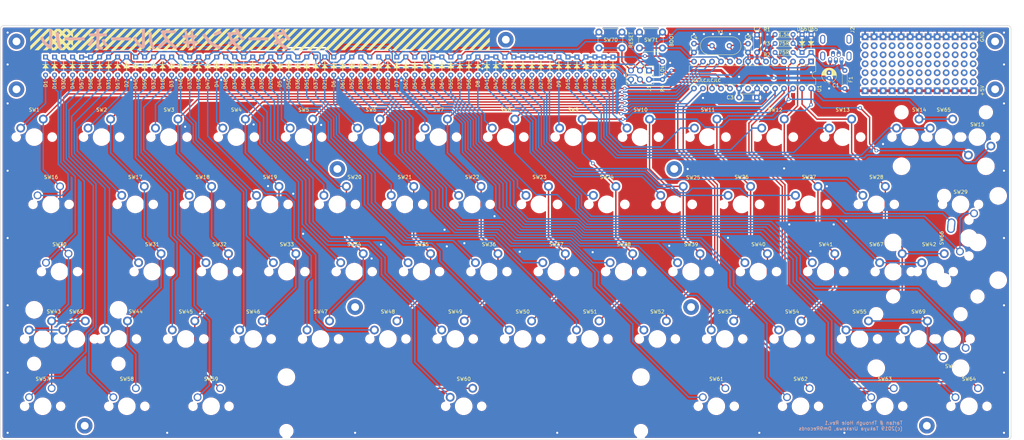
<source format=kicad_pcb>
(kicad_pcb (version 20171130) (host pcbnew "(5.1.0)-1")
  (layers (0 F.Cu signal) (31 B.Cu signal) (34 B.Paste user) (35 F.Paste user) (36 B.SilkS user) (37 F.SilkS user) (38 B.Mask user) (39 F.Mask user) (44 Edge.Cuts user))
  (net 0 "")
  (net 1 GND)
  (net 2 +5V)
  (net 3 "Net-(C4-Pad1)")
  (net 4 "Net-(C5-Pad1)")
  (net 5 /ROW0)
  (net 6 "Net-(D1-Pad2)")
  (net 7 "Net-(D2-Pad2)")
  (net 8 "Net-(D3-Pad2)")
  (net 9 "Net-(D4-Pad2)")
  (net 10 "Net-(D5-Pad2)")
  (net 11 "Net-(D6-Pad2)")
  (net 12 "Net-(D7-Pad2)")
  (net 13 "Net-(D8-Pad2)")
  (net 14 "Net-(D9-Pad2)")
  (net 15 "Net-(D10-Pad2)")
  (net 16 "Net-(D11-Pad2)")
  (net 17 "Net-(D12-Pad2)")
  (net 18 "Net-(D13-Pad2)")
  (net 19 /ROW3)
  (net 20 "Net-(D16-Pad2)")
  (net 21 /ROW1)
  (net 22 "Net-(D17-Pad2)")
  (net 23 "Net-(D18-Pad2)")
  (net 24 "Net-(D19-Pad2)")
  (net 25 "Net-(D20-Pad2)")
  (net 26 "Net-(D21-Pad2)")
  (net 27 "Net-(D22-Pad2)")
  (net 28 "Net-(D23-Pad2)")
  (net 29 "Net-(D24-Pad2)")
  (net 30 "Net-(D25-Pad2)")
  (net 31 "Net-(D26-Pad2)")
  (net 32 "Net-(D27-Pad2)")
  (net 33 /ROW2)
  (net 34 "Net-(D28-Pad2)")
  (net 35 "Net-(D29-Pad2)")
  (net 36 "Net-(D30-Pad2)")
  (net 37 "Net-(D31-Pad2)")
  (net 38 "Net-(D32-Pad2)")
  (net 39 "Net-(D33-Pad2)")
  (net 40 "Net-(D34-Pad2)")
  (net 41 "Net-(D35-Pad2)")
  (net 42 "Net-(D36-Pad2)")
  (net 43 "Net-(D37-Pad2)")
  (net 44 "Net-(D38-Pad2)")
  (net 45 "Net-(D39-Pad2)")
  (net 46 "Net-(D40-Pad2)")
  (net 47 "Net-(D41-Pad2)")
  (net 48 "Net-(D42-Pad2)")
  (net 49 "Net-(D43-Pad2)")
  (net 50 "Net-(D44-Pad2)")
  (net 51 "Net-(D45-Pad2)")
  (net 52 "Net-(D46-Pad2)")
  (net 53 "Net-(D47-Pad2)")
  (net 54 "Net-(F1-Pad1)")
  (net 55 /RESET)
  (net 56 /USB_D+)
  (net 57 /USB_D-)
  (net 58 /COL3)
  (net 59 /COL0)
  (net 60 /COL1)
  (net 61 /COL9)
  (net 62 /COL2)
  (net 63 /COL8)
  (net 64 /COL7)
  (net 65 /COL6)
  (net 66 /COL10)
  (net 67 /COL4)
  (net 68 /COL11)
  (net 69 /COL5)
  (net 70 "Net-(D14-Pad2)")
  (net 71 "Net-(D15-Pad2)")
  (net 72 "Net-(D48-Pad2)")
  (net 73 "Net-(D49-Pad2)")
  (net 74 "Net-(D50-Pad2)")
  (net 75 /COL12)
  (net 76 /ROW4)
  (net 77 "Net-(D51-Pad2)")
  (net 78 "Net-(D52-Pad2)")
  (net 79 "Net-(D53-Pad2)")
  (net 80 "Net-(D54-Pad2)")
  (net 81 "Net-(D55-Pad2)")
  (net 82 "Net-(D56-Pad2)")
  (net 83 "Net-(D57-Pad2)")
  (net 84 "Net-(D58-Pad2)")
  (net 85 "Net-(D59-Pad2)")
  (net 86 "Net-(D60-Pad2)")
  (net 87 "Net-(D61-Pad2)")
  (net 88 "Net-(D62-Pad2)")
  (net 89 "Net-(D63-Pad2)")
  (net 90 "Net-(D64-Pad2)")
  (net 91 "Net-(D65-Pad1)")
  (net 92 "Net-(D66-Pad1)")
  (module SMKJP:SW_Cherry_MX1A_1.50u_PCB (layer F.Cu) (at 303.125 90 90)
    (fp_text reference SW66 (at 0 -7.7 90) (layer F.SilkS))
    (fp_text value SW_Push hide)
    (pad 1 thru_hole circle (at -3.81 -2.54 90) (size 2.2 2.2) (drill 1.5) (layers *.Cu *.Mask) (net 35 "Net-(D29-Pad2)"))
    (pad "" np_thru_hole circle (at 0 0 90) (size 4 4) (drill 4) (layers *.Cu *.Mask))
    (pad "" np_thru_hole circle (at -5.08 0 90) (size 1.7 1.7) (drill 1.7) (layers *.Cu *.Mask))
    (pad "" np_thru_hole circle (at 5.08 0 90) (size 1.7 1.7) (drill 1.7) (layers *.Cu *.Mask))
  )
  (module SMKJP:SW_Cherry_MX1A_1.50u_PCB (layer F.Cu) (at 300.75 80.5 180)
    (fp_text reference SW29 (at 0 3.51 180) (layer F.SilkS))
    (fp_text value SW_Push hide)
    (pad 1 thru_hole circle (at -3.81 -2.54 180) (size 2.2 2.2) (drill 1.5) (layers *.Cu *.Mask) (net 35 "Net-(D29-Pad2)"))
    (pad "" np_thru_hole circle (at 0 0 180) (size 4 4) (drill 4) (layers *.Cu *.Mask))
    (pad "" np_thru_hole circle (at -5.08 0 180) (size 1.7 1.7) (drill 1.7) (layers *.Cu *.Mask))
    (pad "" np_thru_hole circle (at 5.08 0 180) (size 1.7 1.7) (drill 1.7) (layers *.Cu *.Mask))
    (pad 2 thru_hole oval (at 2.6225 -6.02 85) (size 4.1 2.2) (drill oval 3.4 1.5) (layers *.Cu *.Mask) (net 68 /COL11))
  )
  (module tartan:universal_area (layer F.Cu) (at 273.84 48.415)
    (fp_text reference TH1 hide)
    (fp_text value "universal area")
    (pad 2 thru_hole rect (at 22.86 -15.24) (size 1.9 1.9) (drill 1) (layers *.Cu *.Mask) (net 1 GND))
    (pad 2 thru_hole rect (at 25.4 -15.24) (size 1.9 1.9) (drill 1) (layers *.Cu *.Mask) (net 1 GND))
    (pad 2 thru_hole rect (at 20.32 -15.24) (size 1.9 1.9) (drill 1) (layers *.Cu *.Mask) (net 1 GND))
    (pad 2 thru_hole rect (at 12.7 -15.24) (size 1.9 1.9) (drill 1) (layers *.Cu *.Mask) (net 1 GND))
    (pad 2 thru_hole rect (at 15.24 -15.24) (size 1.9 1.9) (drill 1) (layers *.Cu *.Mask) (net 1 GND))
    (pad 2 thru_hole rect (at 17.78 -15.24) (size 1.9 1.9) (drill 1) (layers *.Cu *.Mask) (net 1 GND))
    (pad 2 thru_hole rect (at 10.16 -15.24) (size 1.9 1.9) (drill 1) (layers *.Cu *.Mask) (net 1 GND))
    (pad 2 thru_hole rect (at 7.62 -15.24) (size 1.9 1.9) (drill 1) (layers *.Cu *.Mask) (net 1 GND))
    (pad 2 thru_hole rect (at 5.08 -15.24) (size 1.9 1.9) (drill 1) (layers *.Cu *.Mask) (net 1 GND))
    (pad 2 thru_hole rect (at 2.54 -15.24) (size 1.9 1.9) (drill 1) (layers *.Cu *.Mask) (net 1 GND))
    (pad 2 thru_hole rect (at 0 -15.24) (size 1.9 1.9) (drill 1) (layers *.Cu *.Mask) (net 1 GND))
    (pad 1 thru_hole rect (at 25.4 0) (size 1.9 1.9) (drill 1) (layers *.Cu *.Mask) (net 2 +5V))
    (pad 1 thru_hole rect (at 20.32 0) (size 1.9 1.9) (drill 1) (layers *.Cu *.Mask) (net 2 +5V))
    (pad 1 thru_hole rect (at 22.86 0) (size 1.9 1.9) (drill 1) (layers *.Cu *.Mask) (net 2 +5V))
    (pad 1 thru_hole rect (at 17.78 0) (size 1.9 1.9) (drill 1) (layers *.Cu *.Mask) (net 2 +5V))
    (pad 1 thru_hole rect (at 10.16 0) (size 1.9 1.9) (drill 1) (layers *.Cu *.Mask) (net 2 +5V))
    (pad 1 thru_hole rect (at 12.7 0) (size 1.9 1.9) (drill 1) (layers *.Cu *.Mask) (net 2 +5V))
    (pad 1 thru_hole rect (at 15.24 0) (size 1.9 1.9) (drill 1) (layers *.Cu *.Mask) (net 2 +5V))
    (pad 1 thru_hole rect (at 7.62 0) (size 1.9 1.9) (drill 1) (layers *.Cu *.Mask) (net 2 +5V))
    (pad 1 thru_hole rect (at 5.08 0) (size 1.9 1.9) (drill 1) (layers *.Cu *.Mask) (net 2 +5V))
    (pad 1 thru_hole rect (at 2.54 0) (size 1.9 1.9) (drill 1) (layers *.Cu *.Mask) (net 2 +5V))
    (pad ~ thru_hole circle (at 20.32 -12.7) (size 1.9 1.9) (drill 1) (layers *.Cu *.Mask))
    (pad ~ thru_hole circle (at 7.62 -10.16) (size 1.9 1.9) (drill 1) (layers *.Cu *.Mask))
    (pad ~ thru_hole circle (at 22.86 -12.7) (size 1.9 1.9) (drill 1) (layers *.Cu *.Mask))
    (pad ~ thru_hole circle (at 12.7 -12.7) (size 1.9 1.9) (drill 1) (layers *.Cu *.Mask))
    (pad ~ thru_hole circle (at 25.4 -12.7) (size 1.9 1.9) (drill 1) (layers *.Cu *.Mask))
    (pad ~ thru_hole circle (at 10.16 -12.7) (size 1.9 1.9) (drill 1) (layers *.Cu *.Mask))
    (pad ~ thru_hole circle (at 17.78 -12.7) (size 1.9 1.9) (drill 1) (layers *.Cu *.Mask))
    (pad ~ thru_hole circle (at 0 -12.7) (size 1.9 1.9) (drill 1) (layers *.Cu *.Mask))
    (pad ~ thru_hole circle (at 15.24 -12.7) (size 1.9 1.9) (drill 1) (layers *.Cu *.Mask))
    (pad ~ thru_hole circle (at 7.62 -12.7) (size 1.9 1.9) (drill 1) (layers *.Cu *.Mask))
    (pad ~ thru_hole circle (at 2.54 -12.7) (size 1.9 1.9) (drill 1) (layers *.Cu *.Mask))
    (pad ~ thru_hole circle (at 12.7 -10.16) (size 1.9 1.9) (drill 1) (layers *.Cu *.Mask))
    (pad ~ thru_hole circle (at 5.08 -12.7) (size 1.9 1.9) (drill 1) (layers *.Cu *.Mask))
    (pad ~ thru_hole circle (at 25.4 -10.16) (size 1.9 1.9) (drill 1) (layers *.Cu *.Mask))
    (pad ~ thru_hole circle (at 17.78 -10.16) (size 1.9 1.9) (drill 1) (layers *.Cu *.Mask))
    (pad ~ thru_hole circle (at 5.08 -10.16) (size 1.9 1.9) (drill 1) (layers *.Cu *.Mask))
    (pad ~ thru_hole circle (at 15.24 -10.16) (size 1.9 1.9) (drill 1) (layers *.Cu *.Mask))
    (pad ~ thru_hole circle (at 10.16 -10.16) (size 1.9 1.9) (drill 1) (layers *.Cu *.Mask))
    (pad ~ thru_hole circle (at 22.86 -7.62) (size 1.9 1.9) (drill 1) (layers *.Cu *.Mask))
    (pad ~ thru_hole circle (at 15.24 -7.62) (size 1.9 1.9) (drill 1) (layers *.Cu *.Mask))
    (pad ~ thru_hole circle (at 10.16 -7.62) (size 1.9 1.9) (drill 1) (layers *.Cu *.Mask))
    (pad ~ thru_hole circle (at 25.4 -7.62) (size 1.9 1.9) (drill 1) (layers *.Cu *.Mask))
    (pad ~ thru_hole circle (at 7.62 -7.62) (size 1.9 1.9) (drill 1) (layers *.Cu *.Mask))
    (pad ~ thru_hole circle (at 5.08 -7.62) (size 1.9 1.9) (drill 1) (layers *.Cu *.Mask))
    (pad ~ thru_hole circle (at 0 -7.62) (size 1.9 1.9) (drill 1) (layers *.Cu *.Mask))
    (pad ~ thru_hole circle (at 12.7 -7.62) (size 1.9 1.9) (drill 1) (layers *.Cu *.Mask))
    (pad ~ thru_hole circle (at 17.78 -7.62) (size 1.9 1.9) (drill 1) (layers *.Cu *.Mask))
    (pad ~ thru_hole circle (at 2.54 -7.62) (size 1.9 1.9) (drill 1) (layers *.Cu *.Mask))
    (pad ~ thru_hole circle (at 0 -10.16) (size 1.9 1.9) (drill 1) (layers *.Cu *.Mask))
    (pad ~ thru_hole circle (at 2.54 -10.16) (size 1.9 1.9) (drill 1) (layers *.Cu *.Mask))
    (pad ~ thru_hole circle (at 20.32 -10.16) (size 1.9 1.9) (drill 1) (layers *.Cu *.Mask))
    (pad ~ thru_hole circle (at 20.32 -7.62) (size 1.9 1.9) (drill 1) (layers *.Cu *.Mask))
    (pad ~ thru_hole circle (at 22.86 -10.16) (size 1.9 1.9) (drill 1) (layers *.Cu *.Mask))
    (pad ~ thru_hole circle (at 12.7 -5.08) (size 1.9 1.9) (drill 1) (layers *.Cu *.Mask))
    (pad ~ thru_hole circle (at 7.62 -5.08) (size 1.9 1.9) (drill 1) (layers *.Cu *.Mask))
    (pad ~ thru_hole circle (at 25.4 -5.08) (size 1.9 1.9) (drill 1) (layers *.Cu *.Mask))
    (pad ~ thru_hole circle (at 2.54 -5.08) (size 1.9 1.9) (drill 1) (layers *.Cu *.Mask))
    (pad ~ thru_hole circle (at 20.32 -5.08) (size 1.9 1.9) (drill 1) (layers *.Cu *.Mask))
    (pad ~ thru_hole circle (at 22.86 -5.08) (size 1.9 1.9) (drill 1) (layers *.Cu *.Mask))
    (pad ~ thru_hole circle (at 17.78 -5.08) (size 1.9 1.9) (drill 1) (layers *.Cu *.Mask))
    (pad ~ thru_hole circle (at 5.08 -5.08) (size 1.9 1.9) (drill 1) (layers *.Cu *.Mask))
    (pad ~ thru_hole circle (at 15.24 -5.08) (size 1.9 1.9) (drill 1) (layers *.Cu *.Mask))
    (pad ~ thru_hole circle (at 10.16 -5.08) (size 1.9 1.9) (drill 1) (layers *.Cu *.Mask))
    (pad ~ thru_hole circle (at 0 -5.08) (size 1.9 1.9) (drill 1) (layers *.Cu *.Mask))
    (pad ~ thru_hole circle (at 12.7 -2.54) (size 1.9 1.9) (drill 1) (layers *.Cu *.Mask))
    (pad ~ thru_hole circle (at 7.62 -2.54) (size 1.9 1.9) (drill 1) (layers *.Cu *.Mask))
    (pad ~ thru_hole circle (at 25.4 -2.54) (size 1.9 1.9) (drill 1) (layers *.Cu *.Mask))
    (pad ~ thru_hole circle (at 2.54 -2.54) (size 1.9 1.9) (drill 1) (layers *.Cu *.Mask))
    (pad ~ thru_hole circle (at 20.32 -2.54) (size 1.9 1.9) (drill 1) (layers *.Cu *.Mask))
    (pad ~ thru_hole circle (at 22.86 -2.54) (size 1.9 1.9) (drill 1) (layers *.Cu *.Mask))
    (pad ~ thru_hole circle (at 17.78 -2.54) (size 1.9 1.9) (drill 1) (layers *.Cu *.Mask))
    (pad ~ thru_hole circle (at 5.08 -2.54) (size 1.9 1.9) (drill 1) (layers *.Cu *.Mask))
    (pad ~ thru_hole circle (at 15.24 -2.54) (size 1.9 1.9) (drill 1) (layers *.Cu *.Mask))
    (pad ~ thru_hole circle (at 10.16 -2.54) (size 1.9 1.9) (drill 1) (layers *.Cu *.Mask))
    (pad ~ thru_hole circle (at 0 -2.54) (size 1.9 1.9) (drill 1) (layers *.Cu *.Mask))
    (pad 1 thru_hole rect (at 0 0) (size 1.9 1.9) (drill 1) (layers *.Cu *.Mask) (net 2 +5V))
    (pad ~ thru_hole circle (at 27.94 -10.16) (size 1.9 1.9) (drill 1) (layers *.Cu *.Mask))
    (pad ~ thru_hole circle (at 27.94 -5.08) (size 1.9 1.9) (drill 1) (layers *.Cu *.Mask))
    (pad ~ thru_hole circle (at 30.48 -5.08) (size 1.9 1.9) (drill 1) (layers *.Cu *.Mask))
    (pad ~ thru_hole circle (at 30.48 -2.54) (size 1.9 1.9) (drill 1) (layers *.Cu *.Mask))
    (pad ~ thru_hole circle (at 27.94 -2.54) (size 1.9 1.9) (drill 1) (layers *.Cu *.Mask))
    (pad ~ thru_hole circle (at 30.48 -12.7) (size 1.9 1.9) (drill 1) (layers *.Cu *.Mask))
    (pad 2 thru_hole rect (at 30.48 -15.24) (size 1.9 1.9) (drill 1) (layers *.Cu *.Mask) (net 1 GND))
    (pad ~ thru_hole circle (at 27.94 -7.62) (size 1.9 1.9) (drill 1) (layers *.Cu *.Mask))
    (pad ~ thru_hole circle (at 27.94 -12.7) (size 1.9 1.9) (drill 1) (layers *.Cu *.Mask))
    (pad ~ thru_hole circle (at 30.48 -10.16) (size 1.9 1.9) (drill 1) (layers *.Cu *.Mask))
    (pad 1 thru_hole rect (at 27.94 0) (size 1.9 1.9) (drill 1) (layers *.Cu *.Mask) (net 2 +5V))
    (pad 1 thru_hole rect (at 30.48 0) (size 1.9 1.9) (drill 1) (layers *.Cu *.Mask) (net 2 +5V))
    (pad 2 thru_hole rect (at 27.94 -15.24) (size 1.9 1.9) (drill 1) (layers *.Cu *.Mask) (net 1 GND))
    (pad ~ thru_hole circle (at 30.48 -7.62) (size 1.9 1.9) (drill 1) (layers *.Cu *.Mask))
  )
  (module tartan:logo1 (layer B.Cu) (at 76.736 34.826 180)
    (fp_text reference G*** hide)
    (fp_text value LOGO hide)
  )
  (module tartan:band (layer F.Cu) (at 106.962 34.826)
    (fp_text reference G*** hide)
    (fp_text value LOGO hide)
  )
  (module SMKJP:SW_Cherry_MX1A_1.00u_PCB (layer F.Cu) (at 248.5 61.5)
    (fp_text reference SW12 (at 0 -7.7) (layer F.SilkS))
    (fp_text value SW_Push hide)
    (pad 2 thru_hole circle (at 2.54 -5.08) (size 2.5 2.5) (drill 1.5) (layers *.Cu *.Mask) (net 68 /COL11))
    (pad 1 thru_hole circle (at -3.81 -2.54) (size 2.5 2.5) (drill 1.5) (layers *.Cu *.Mask) (net 17 "Net-(D12-Pad2)"))
    (pad "" np_thru_hole circle (at 0 0) (size 4 4) (drill 4) (layers *.Cu *.Mask))
    (pad "" np_thru_hole circle (at -5.08 0) (size 1.7 1.7) (drill 1.7) (layers *.Cu *.Mask))
    (pad "" np_thru_hole circle (at 5.08 0) (size 1.7 1.7) (drill 1.7) (layers *.Cu *.Mask))
  )
  (module Housings_DIP:DIP-28_W7.62mm (layer F.Cu) (at 258.6 40.16 270)
    (fp_text reference U1 (at 7.62 -2.33 270) (layer F.SilkS))
    (fp_text value ATMEGA328-PU)
    (pad 28 thru_hole oval (at 7.62 0 270) (size 1.6 1.6) (drill 0.8) (layers *.Cu *.Mask) (net 61 /COL9))
    (pad 14 thru_hole oval (at 0 33.02 270) (size 1.6 1.6) (drill 0.8) (layers *.Cu *.Mask) (net 19 /ROW3))
    (pad 27 thru_hole oval (at 7.62 2.54 270) (size 1.6 1.6) (drill 0.8) (layers *.Cu *.Mask) (net 75 /COL12))
    (pad 13 thru_hole oval (at 0 30.48 270) (size 1.6 1.6) (drill 0.8) (layers *.Cu *.Mask) (net 59 /COL0))
    (pad 26 thru_hole oval (at 7.62 5.08 270) (size 1.6 1.6) (drill 0.8) (layers *.Cu *.Mask) (net 63 /COL8))
    (pad 12 thru_hole oval (at 0 27.94 270) (size 1.6 1.6) (drill 0.8) (layers *.Cu *.Mask) (net 60 /COL1))
    (pad 25 thru_hole oval (at 7.62 7.62 270) (size 1.6 1.6) (drill 0.8) (layers *.Cu *.Mask) (net 64 /COL7))
    (pad 11 thru_hole oval (at 0 25.4 270) (size 1.6 1.6) (drill 0.8) (layers *.Cu *.Mask) (net 62 /COL2))
    (pad 24 thru_hole oval (at 7.62 10.16 270) (size 1.6 1.6) (drill 0.8) (layers *.Cu *.Mask) (net 65 /COL6))
    (pad 10 thru_hole oval (at 0 22.86 270) (size 1.6 1.6) (drill 0.8) (layers *.Cu *.Mask) (net 3 "Net-(C4-Pad1)"))
    (pad 23 thru_hole oval (at 7.62 12.7 270) (size 1.6 1.6) (drill 0.8) (layers *.Cu *.Mask) (net 76 /ROW4))
    (pad 9 thru_hole oval (at 0 20.32 270) (size 1.6 1.6) (drill 0.8) (layers *.Cu *.Mask) (net 4 "Net-(C5-Pad1)"))
    (pad 22 thru_hole oval (at 7.62 15.24 270) (size 1.6 1.6) (drill 0.8) (layers *.Cu *.Mask) (net 1 GND))
    (pad 8 thru_hole oval (at 0 17.78 270) (size 1.6 1.6) (drill 0.8) (layers *.Cu *.Mask) (net 1 GND))
    (pad 21 thru_hole oval (at 7.62 17.78 270) (size 1.6 1.6) (drill 0.8) (layers *.Cu *.Mask))
    (pad 7 thru_hole oval (at 0 15.24 270) (size 1.6 1.6) (drill 0.8) (layers *.Cu *.Mask) (net 2 +5V))
    (pad 20 thru_hole oval (at 7.62 20.32 270) (size 1.6 1.6) (drill 0.8) (layers *.Cu *.Mask) (net 2 +5V))
    (pad 6 thru_hole oval (at 0 12.7 270) (size 1.6 1.6) (drill 0.8) (layers *.Cu *.Mask) (net 58 /COL3))
    (pad 19 thru_hole oval (at 7.62 22.86 270) (size 1.6 1.6) (drill 0.8) (layers *.Cu *.Mask) (net 21 /ROW1))
    (pad 5 thru_hole oval (at 0 10.16 270) (size 1.6 1.6) (drill 0.8) (layers *.Cu *.Mask) (net 57 /USB_D-))
    (pad 18 thru_hole oval (at 7.62 25.4 270) (size 1.6 1.6) (drill 0.8) (layers *.Cu *.Mask) (net 5 /ROW0))
    (pad 4 thru_hole oval (at 0 7.62 270) (size 1.6 1.6) (drill 0.8) (layers *.Cu *.Mask) (net 56 /USB_D+))
    (pad 17 thru_hole oval (at 7.62 27.94 270) (size 1.6 1.6) (drill 0.8) (layers *.Cu *.Mask) (net 33 /ROW2))
    (pad 3 thru_hole oval (at 0 5.08 270) (size 1.6 1.6) (drill 0.8) (layers *.Cu *.Mask) (net 66 /COL10))
    (pad 16 thru_hole oval (at 7.62 30.48 270) (size 1.6 1.6) (drill 0.8) (layers *.Cu *.Mask) (net 69 /COL5))
    (pad 2 thru_hole oval (at 0 2.54 270) (size 1.6 1.6) (drill 0.8) (layers *.Cu *.Mask) (net 68 /COL11))
    (pad 15 thru_hole oval (at 7.62 33.02 270) (size 1.6 1.6) (drill 0.8) (layers *.Cu *.Mask) (net 67 /COL4))
    (pad 1 thru_hole rect (at 0 0 270) (size 1.6 1.6) (drill 0.8) (layers *.Cu *.Mask) (net 55 /RESET))
  )
  (module dm9_rc:D_DO-35_SOD27_P5.08mm_Horizontal (layer F.Cu) (at 131.6 41.43 270)
    (fp_text reference D38 (at 5.08 0 270) (layer F.SilkS))
    (fp_text value 1N4148)
    (pad 2 thru_hole circle (at 2.54 0 270) (size 1.4 1.4) (drill 0.7) (layers *.Cu *.Mask) (net 44 "Net-(D38-Pad2)"))
    (pad 1 thru_hole rect (at -2.54 0 270) (size 1.4 1.4) (drill 0.7) (layers *.Cu *.Mask) (net 33 /ROW2))
  )
  (module SMKJP:SW_Cherry_MX1A_1.25u_PCB (layer F.Cu) (at 303.125 137.5)
    (fp_text reference SW64 (at 0 -7.7) (layer F.SilkS))
    (fp_text value SW_Push hide)
    (pad 2 thru_hole circle (at 2.54 -5.08) (size 2.2 2.2) (drill 1.5) (layers *.Cu *.Mask) (net 64 /COL7))
    (pad 1 thru_hole circle (at -3.81 -2.54) (size 2.2 2.2) (drill 1.5) (layers *.Cu *.Mask) (net 90 "Net-(D64-Pad2)"))
    (pad "" np_thru_hole circle (at 0 0) (size 4 4) (drill 4) (layers *.Cu *.Mask))
    (pad "" np_thru_hole circle (at -5.08 0) (size 1.7 1.7) (drill 1.7) (layers *.Cu *.Mask))
    (pad "" np_thru_hole circle (at 5.08 0) (size 1.7 1.7) (drill 1.7) (layers *.Cu *.Mask))
  )
  (module SMKJP:SW_Cherry_MX1A_1.25u_PCB (layer F.Cu) (at 279.375 137.5)
    (fp_text reference SW63 (at 0 -7.7) (layer F.SilkS))
    (fp_text value SW_Push hide)
    (pad 2 thru_hole circle (at 2.54 -5.08) (size 2.2 2.2) (drill 1.5) (layers *.Cu *.Mask) (net 65 /COL6))
    (pad 1 thru_hole circle (at -3.81 -2.54) (size 2.2 2.2) (drill 1.5) (layers *.Cu *.Mask) (net 89 "Net-(D63-Pad2)"))
    (pad "" np_thru_hole circle (at 0 0) (size 4 4) (drill 4) (layers *.Cu *.Mask))
    (pad "" np_thru_hole circle (at -5.08 0) (size 1.7 1.7) (drill 1.7) (layers *.Cu *.Mask))
    (pad "" np_thru_hole circle (at 5.08 0) (size 1.7 1.7) (drill 1.7) (layers *.Cu *.Mask))
  )
  (module SMKJP:SW_Cherry_MX1A_1.25u_PCB (layer F.Cu) (at 255.625 137.5)
    (fp_text reference SW62 (at 0 -7.7) (layer F.SilkS))
    (fp_text value SW_Push hide)
    (pad 2 thru_hole circle (at 2.54 -5.08) (size 2.2 2.2) (drill 1.5) (layers *.Cu *.Mask) (net 69 /COL5))
    (pad 1 thru_hole circle (at -3.81 -2.54) (size 2.2 2.2) (drill 1.5) (layers *.Cu *.Mask) (net 88 "Net-(D62-Pad2)"))
    (pad "" np_thru_hole circle (at 0 0) (size 4 4) (drill 4) (layers *.Cu *.Mask))
    (pad "" np_thru_hole circle (at -5.08 0) (size 1.7 1.7) (drill 1.7) (layers *.Cu *.Mask))
    (pad "" np_thru_hole circle (at 5.08 0) (size 1.7 1.7) (drill 1.7) (layers *.Cu *.Mask))
  )
  (module SMKJP:SW_Cherry_MX1A_1.25u_PCB (layer F.Cu) (at 231.875 137.5)
    (fp_text reference SW61 (at 0 -7.7) (layer F.SilkS))
    (fp_text value SW_Push hide)
    (pad 2 thru_hole circle (at 2.54 -5.08) (size 2.2 2.2) (drill 1.5) (layers *.Cu *.Mask) (net 67 /COL4))
    (pad 1 thru_hole circle (at -3.81 -2.54) (size 2.2 2.2) (drill 1.5) (layers *.Cu *.Mask) (net 87 "Net-(D61-Pad2)"))
    (pad "" np_thru_hole circle (at 0 0) (size 4 4) (drill 4) (layers *.Cu *.Mask))
    (pad "" np_thru_hole circle (at -5.08 0) (size 1.7 1.7) (drill 1.7) (layers *.Cu *.Mask))
    (pad "" np_thru_hole circle (at 5.08 0) (size 1.7 1.7) (drill 1.7) (layers *.Cu *.Mask))
  )
  (module SMKJP:SW_Cherry_MX1A_1.25u_PCB (layer F.Cu) (at 89.375 137.5)
    (fp_text reference SW59 (at 0 -7.7) (layer F.SilkS))
    (fp_text value SW_Push hide)
    (pad 2 thru_hole circle (at 2.54 -5.08) (size 2.2 2.2) (drill 1.5) (layers *.Cu *.Mask) (net 62 /COL2))
    (pad 1 thru_hole circle (at -3.81 -2.54) (size 2.2 2.2) (drill 1.5) (layers *.Cu *.Mask) (net 85 "Net-(D59-Pad2)"))
    (pad "" np_thru_hole circle (at 0 0) (size 4 4) (drill 4) (layers *.Cu *.Mask))
    (pad "" np_thru_hole circle (at -5.08 0) (size 1.7 1.7) (drill 1.7) (layers *.Cu *.Mask))
    (pad "" np_thru_hole circle (at 5.08 0) (size 1.7 1.7) (drill 1.7) (layers *.Cu *.Mask))
  )
  (module SMKJP:SW_Cherry_MX1A_1.25u_PCB (layer F.Cu) (at 65.625 137.5)
    (fp_text reference SW58 (at 0 -7.7) (layer F.SilkS))
    (fp_text value SW_Push hide)
    (pad 2 thru_hole circle (at 2.54 -5.08) (size 2.2 2.2) (drill 1.5) (layers *.Cu *.Mask) (net 60 /COL1))
    (pad 1 thru_hole circle (at -3.81 -2.54) (size 2.2 2.2) (drill 1.5) (layers *.Cu *.Mask) (net 84 "Net-(D58-Pad2)"))
    (pad "" np_thru_hole circle (at 0 0) (size 4 4) (drill 4) (layers *.Cu *.Mask))
    (pad "" np_thru_hole circle (at -5.08 0) (size 1.7 1.7) (drill 1.7) (layers *.Cu *.Mask))
    (pad "" np_thru_hole circle (at 5.08 0) (size 1.7 1.7) (drill 1.7) (layers *.Cu *.Mask))
  )
  (module SMKJP:SW_Cherry_MX1A_1.25u_PCB (layer F.Cu) (at 41.875 137.5)
    (fp_text reference SW57 (at 0 -7.7) (layer F.SilkS))
    (fp_text value SW_Push hide)
    (pad 2 thru_hole circle (at 2.54 -5.08) (size 2.2 2.2) (drill 1.5) (layers *.Cu *.Mask) (net 59 /COL0))
    (pad 1 thru_hole circle (at -3.81 -2.54) (size 2.2 2.2) (drill 1.5) (layers *.Cu *.Mask) (net 83 "Net-(D57-Pad2)"))
    (pad "" np_thru_hole circle (at 0 0) (size 4 4) (drill 4) (layers *.Cu *.Mask))
    (pad "" np_thru_hole circle (at -5.08 0) (size 1.7 1.7) (drill 1.7) (layers *.Cu *.Mask))
    (pad "" np_thru_hole circle (at 5.08 0) (size 1.7 1.7) (drill 1.7) (layers *.Cu *.Mask))
  )
  (module SMKJP:SW_Cherry_MX1A_1.75u_PCB (layer F.Cu) (at 298.375 118.5 180)
    (fp_text reference SW56 (at 0 -7.7 180) (layer F.SilkS))
    (fp_text value SW_Push hide)
    (pad 2 thru_hole circle (at 2.54 -5.08 180) (size 2.2 2.2) (drill 1.5) (layers *.Cu *.Mask) (net 75 /COL12))
    (pad 1 thru_hole circle (at -3.81 -2.54 180) (size 2.2 2.2) (drill 1.5) (layers *.Cu *.Mask) (net 82 "Net-(D56-Pad2)"))
    (pad "" np_thru_hole circle (at 0 0 180) (size 4 4) (drill 4) (layers *.Cu *.Mask))
    (pad "" np_thru_hole circle (at -5.08 0 180) (size 1.7 1.7) (drill 1.7) (layers *.Cu *.Mask))
    (pad "" np_thru_hole circle (at 5.08 0 180) (size 1.7 1.7) (drill 1.7) (layers *.Cu *.Mask))
  )
  (module SMKJP:SW_Cherry_MX1A_1.75u_PCB (layer F.Cu) (at 46.625 99.5)
    (fp_text reference SW30 (at 0 -7.7) (layer F.SilkS))
    (fp_text value SW_Push hide)
    (pad 2 thru_hole circle (at 2.54 -5.08) (size 2.2 2.2) (drill 1.5) (layers *.Cu *.Mask) (net 59 /COL0))
    (pad 1 thru_hole circle (at -3.81 -2.54) (size 2.2 2.2) (drill 1.5) (layers *.Cu *.Mask) (net 36 "Net-(D30-Pad2)"))
    (pad "" np_thru_hole circle (at 0 0) (size 4 4) (drill 4) (layers *.Cu *.Mask))
    (pad "" np_thru_hole circle (at -5.08 0) (size 1.7 1.7) (drill 1.7) (layers *.Cu *.Mask))
    (pad "" np_thru_hole circle (at 5.08 0) (size 1.7 1.7) (drill 1.7) (layers *.Cu *.Mask))
  )
  (module SMKJP:SW_Cherry_MX1A_1.50u_PCB (layer F.Cu) (at 44.25 80.5)
    (fp_text reference SW16 (at 0 -7.7) (layer F.SilkS))
    (fp_text value SW_Push hide)
    (pad 2 thru_hole circle (at 2.54 -5.08) (size 2.2 2.2) (drill 1.5) (layers *.Cu *.Mask) (net 59 /COL0))
    (pad 1 thru_hole circle (at -3.81 -2.54) (size 2.2 2.2) (drill 1.5) (layers *.Cu *.Mask) (net 20 "Net-(D16-Pad2)"))
    (pad "" np_thru_hole circle (at 0 0) (size 4 4) (drill 4) (layers *.Cu *.Mask))
    (pad "" np_thru_hole circle (at -5.08 0) (size 1.7 1.7) (drill 1.7) (layers *.Cu *.Mask))
    (pad "" np_thru_hole circle (at 5.08 0) (size 1.7 1.7) (drill 1.7) (layers *.Cu *.Mask))
  )
  (module Mounting_Holes:MountingHole_2.2mm_M2_Pad (layer F.Cu) (at 172.5 34)
    (fp_text reference H11 hide)
    (fp_text value M2)
    (pad 1 thru_hole circle (at 0 0) (size 4.4 4.4) (drill 2.2) (layers *.Cu *.Mask))
  )
  (module dm9_conn:USB_MINIB_Akizuki_MUSB-5BF01AS (layer F.Cu) (at 265.585 39.525 180)
    (fp_text reference J2 (at -4.699 8.255 270) (layer F.SilkS))
    (fp_text value USB_OTG)
    (pad 3 thru_hole oval (at 0 0 180) (size 1.1 1.7) (drill 0.7 (offset 0 -0.3)) (layers *.Cu *.Mask) (net 91 "Net-(D65-Pad1)"))
    (pad 1 thru_hole oval (at -1.6 0 180) (size 1.1 1.7) (drill 0.7 (offset 0 -0.3)) (layers *.Cu *.Mask) (net 54 "Net-(F1-Pad1)"))
    (pad 5 thru_hole oval (at 1.6 0 180) (size 1.1 1.7) (drill 0.7 (offset 0 -0.3)) (layers *.Cu *.Mask) (net 1 GND))
    (pad 2 thru_hole oval (at -0.8 1.2 180) (size 1.1 1.7) (drill 0.7 (offset 0 0.3)) (layers *.Cu *.Mask) (net 92 "Net-(D66-Pad1)"))
    (pad 4 thru_hole oval (at 0.8 1.2 180) (size 1.1 1.7) (drill 0.7 (offset 0 0.3)) (layers *.Cu *.Mask))
    (pad ~ thru_hole oval (at 3.7 0.9 180) (size 1.4 2.5) (drill oval 0.8 1.9) (layers *.Cu *.Mask))
    (pad 6 thru_hole oval (at 3.7 5.65 180) (size 1.4 2.5) (drill oval 0.8 1.9) (layers *.Cu *.Mask))
    (pad ~ thru_hole oval (at -3.7 5.65 180) (size 1.4 2.5) (drill oval 0.8 1.9) (layers *.Cu *.Mask))
    (pad ~ thru_hole oval (at -3.7 0.9 180) (size 1.4 2.5) (drill oval 0.8 1.9) (layers *.Cu *.Mask))
  )
  (module SMKJP:SW_Cherry_MX1A_1.00u_PCB (layer F.Cu) (at 210.5 61.5)
    (fp_text reference SW10 (at 0 -7.7) (layer F.SilkS))
    (fp_text value SW_Push hide)
    (pad 2 thru_hole circle (at 2.54 -5.08) (size 2.5 2.5) (drill 1.5) (layers *.Cu *.Mask) (net 61 /COL9))
    (pad 1 thru_hole circle (at -3.81 -2.54) (size 2.5 2.5) (drill 1.5) (layers *.Cu *.Mask) (net 15 "Net-(D10-Pad2)"))
    (pad "" np_thru_hole circle (at 0 0) (size 4 4) (drill 4) (layers *.Cu *.Mask))
    (pad "" np_thru_hole circle (at -5.08 0) (size 1.7 1.7) (drill 1.7) (layers *.Cu *.Mask))
    (pad "" np_thru_hole circle (at 5.08 0) (size 1.7 1.7) (drill 1.7) (layers *.Cu *.Mask))
  )
  (module Buttons_Switches_THT:SW_PUSH_6mm (layer F.Cu) (at 205.26 36.35 180)
    (fp_text reference SW70 (at 3.175 2.286) (layer F.SilkS))
    (fp_text value RESET)
    (pad 1 thru_hole circle (at 6.5 0 270) (size 2 2) (drill 1.1) (layers *.Cu *.Mask) (net 55 /RESET))
    (pad 2 thru_hole circle (at 6.5 4.5 270) (size 2 2) (drill 1.1) (layers *.Cu *.Mask) (net 1 GND))
    (pad 1 thru_hole circle (at 0 0 270) (size 2 2) (drill 1.1) (layers *.Cu *.Mask) (net 55 /RESET))
    (pad 2 thru_hole circle (at 0 4.5 270) (size 2 2) (drill 1.1) (layers *.Cu *.Mask) (net 1 GND))
  )
  (module SMKJP:SW_Cherry_MX1A_1.00u_PCB (layer F.Cu) (at 120.25 118.5)
    (fp_text reference SW47 (at 0 -7.7) (layer F.SilkS))
    (fp_text value SW_Push hide)
    (pad 2 thru_hole circle (at 2.54 -5.08) (size 2.5 2.5) (drill 1.5) (layers *.Cu *.Mask) (net 67 /COL4))
    (pad 1 thru_hole circle (at -3.81 -2.54) (size 2.5 2.5) (drill 1.5) (layers *.Cu *.Mask) (net 53 "Net-(D47-Pad2)"))
    (pad "" np_thru_hole circle (at 0 0) (size 4 4) (drill 4) (layers *.Cu *.Mask))
    (pad "" np_thru_hole circle (at -5.08 0) (size 1.7 1.7) (drill 1.7) (layers *.Cu *.Mask))
    (pad "" np_thru_hole circle (at 5.08 0) (size 1.7 1.7) (drill 1.7) (layers *.Cu *.Mask))
  )
  (module SMKJP:SW_Cherry_MX1A_1.00u_PCB (layer F.Cu) (at 96.5 61.5)
    (fp_text reference SW4 (at 0 -7.7) (layer F.SilkS))
    (fp_text value SW_Push hide)
    (pad 2 thru_hole circle (at 2.54 -5.08) (size 2.5 2.5) (drill 1.5) (layers *.Cu *.Mask) (net 58 /COL3))
    (pad 1 thru_hole circle (at -3.81 -2.54) (size 2.5 2.5) (drill 1.5) (layers *.Cu *.Mask) (net 9 "Net-(D4-Pad2)"))
    (pad "" np_thru_hole circle (at 0 0) (size 4 4) (drill 4) (layers *.Cu *.Mask))
    (pad "" np_thru_hole circle (at -5.08 0) (size 1.7 1.7) (drill 1.7) (layers *.Cu *.Mask))
    (pad "" np_thru_hole circle (at 5.08 0) (size 1.7 1.7) (drill 1.7) (layers *.Cu *.Mask))
  )
  (module SMKJP:Stab_MX_2u (layer F.Cu) (at 303.125 90 90)
    (fp_text reference STAB5 hide)
    (fp_text value 2U)
    (pad "" np_thru_hole circle (at 11.9 -7 90) (size 3.05 3.05) (drill 3.05) (layers *.Cu *.Mask))
    (pad "" np_thru_hole circle (at -11.9 -7 90) (size 3.05 3.05) (drill 3.05) (layers *.Cu *.Mask))
    (pad "" np_thru_hole circle (at -11.9 8.24 90) (size 4 4) (drill 4) (layers *.Cu *.Mask))
    (pad "" np_thru_hole circle (at 11.9 8.24 90) (size 4 4) (drill 4) (layers *.Cu *.Mask))
  )
  (module SMKJP:Stab_MX_2u (layer F.Cu) (at 296 61.5)
    (fp_text reference STAB4 hide)
    (fp_text value 2U)
    (pad "" np_thru_hole circle (at 11.9 -7) (size 3.05 3.05) (drill 3.05) (layers *.Cu *.Mask))
    (pad "" np_thru_hole circle (at -11.9 -7) (size 3.05 3.05) (drill 3.05) (layers *.Cu *.Mask))
    (pad "" np_thru_hole circle (at -11.9 8.24) (size 4 4) (drill 4) (layers *.Cu *.Mask))
    (pad "" np_thru_hole circle (at 11.9 8.24) (size 4 4) (drill 4) (layers *.Cu *.Mask))
  )
  (module SMKJP:Stab_MX_2u (layer F.Cu) (at 293.625 99.5 180)
    (fp_text reference STAB3 hide)
    (fp_text value 2U)
    (pad "" np_thru_hole circle (at 11.9 -7 180) (size 3.05 3.05) (drill 3.05) (layers *.Cu *.Mask))
    (pad "" np_thru_hole circle (at -11.9 -7 180) (size 3.05 3.05) (drill 3.05) (layers *.Cu *.Mask))
    (pad "" np_thru_hole circle (at -11.9 8.24 180) (size 4 4) (drill 4) (layers *.Cu *.Mask))
    (pad "" np_thru_hole circle (at 11.9 8.24 180) (size 4 4) (drill 4) (layers *.Cu *.Mask))
  )
  (module SMKJP:Stab_MX_2u (layer F.Cu) (at 288.875 118.5)
    (fp_text reference STAB2 hide)
    (fp_text value 2U)
    (pad "" np_thru_hole circle (at 11.9 -7) (size 3.05 3.05) (drill 3.05) (layers *.Cu *.Mask))
    (pad "" np_thru_hole circle (at -11.9 -7) (size 3.05 3.05) (drill 3.05) (layers *.Cu *.Mask))
    (pad "" np_thru_hole circle (at -11.9 8.24) (size 4 4) (drill 4) (layers *.Cu *.Mask))
    (pad "" np_thru_hole circle (at 11.9 8.24) (size 4 4) (drill 4) (layers *.Cu *.Mask))
  )
  (module SMKJP:Stab_MX_2u (layer F.Cu) (at 51.375 118.5 180)
    (fp_text reference STAB1 hide)
    (fp_text value 2U)
    (pad "" np_thru_hole circle (at 11.9 -7 180) (size 3.05 3.05) (drill 3.05) (layers *.Cu *.Mask))
    (pad "" np_thru_hole circle (at -11.9 -7 180) (size 3.05 3.05) (drill 3.05) (layers *.Cu *.Mask))
    (pad "" np_thru_hole circle (at -11.9 8.24 180) (size 4 4) (drill 4) (layers *.Cu *.Mask))
    (pad "" np_thru_hole circle (at 11.9 8.24 180) (size 4 4) (drill 4) (layers *.Cu *.Mask))
  )
  (module SMKJP:SW_Cherry_MX1A_1.00u_PCB (layer F.Cu) (at 160.625 137.5)
    (fp_text reference SW60 (at 0 -7.7) (layer F.SilkS))
    (fp_text value SW_Push hide)
    (pad 2 thru_hole circle (at 2.54 -5.08) (size 2.5 2.5) (drill 1.5) (layers *.Cu *.Mask) (net 58 /COL3))
    (pad 1 thru_hole circle (at -3.81 -2.54) (size 2.5 2.5) (drill 1.5) (layers *.Cu *.Mask) (net 86 "Net-(D60-Pad2)"))
    (pad "" np_thru_hole circle (at 0 0) (size 4 4) (drill 4) (layers *.Cu *.Mask))
    (pad "" np_thru_hole circle (at -5.08 0) (size 1.7 1.7) (drill 1.7) (layers *.Cu *.Mask))
    (pad "" np_thru_hole circle (at 5.08 0) (size 1.7 1.7) (drill 1.7) (layers *.Cu *.Mask))
  )
  (module SMKJP:SW_Cherry_MX1A_1.00u_PCB (layer F.Cu) (at 253.25 118.5)
    (fp_text reference SW54 (at 0 -7.7) (layer F.SilkS))
    (fp_text value SW_Push hide)
    (pad 2 thru_hole circle (at 2.54 -5.08) (size 2.5 2.5) (drill 1.5) (layers *.Cu *.Mask) (net 68 /COL11))
    (pad 1 thru_hole circle (at -3.81 -2.54) (size 2.5 2.5) (drill 1.5) (layers *.Cu *.Mask) (net 80 "Net-(D54-Pad2)"))
    (pad "" np_thru_hole circle (at 0 0) (size 4 4) (drill 4) (layers *.Cu *.Mask))
    (pad "" np_thru_hole circle (at -5.08 0) (size 1.7 1.7) (drill 1.7) (layers *.Cu *.Mask))
    (pad "" np_thru_hole circle (at 5.08 0) (size 1.7 1.7) (drill 1.7) (layers *.Cu *.Mask))
  )
  (module SMKJP:SW_Cherry_MX1A_1.00u_PCB (layer F.Cu) (at 51.375 118.5)
    (fp_text reference SW68 (at 0 -7.7) (layer F.SilkS))
    (fp_text value SW_Push hide)
    (pad 2 thru_hole circle (at 2.54 -5.08) (size 2.5 2.5) (drill 1.5) (layers *.Cu *.Mask) (net 59 /COL0))
    (pad 1 thru_hole circle (at -3.81 -2.54) (size 2.5 2.5) (drill 1.5) (layers *.Cu *.Mask) (net 49 "Net-(D43-Pad2)"))
    (pad "" np_thru_hole circle (at 0 0) (size 4 4) (drill 4) (layers *.Cu *.Mask))
    (pad "" np_thru_hole circle (at -5.08 0) (size 1.7 1.7) (drill 1.7) (layers *.Cu *.Mask))
    (pad "" np_thru_hole circle (at 5.08 0) (size 1.7 1.7) (drill 1.7) (layers *.Cu *.Mask))
  )
  (module SMKJP:SW_Cherry_MX1A_1.00u_PCB (layer F.Cu) (at 281.75 99.5)
    (fp_text reference SW67 (at -4.735 -7.7) (layer F.SilkS))
    (fp_text value SW_Push hide)
    (pad 2 thru_hole circle (at 2.54 -5.08) (size 2.5 2.5) (drill 1.5) (layers *.Cu *.Mask) (net 75 /COL12))
    (pad 1 thru_hole circle (at -3.81 -2.54) (size 2.5 2.5) (drill 1.5) (layers *.Cu *.Mask) (net 48 "Net-(D42-Pad2)"))
    (pad "" np_thru_hole circle (at 0 0) (size 4 4) (drill 4) (layers *.Cu *.Mask))
    (pad "" np_thru_hole circle (at -5.08 0) (size 1.7 1.7) (drill 1.7) (layers *.Cu *.Mask))
    (pad "" np_thru_hole circle (at 5.08 0) (size 1.7 1.7) (drill 1.7) (layers *.Cu *.Mask))
  )
  (module SMKJP:SW_Cherry_MX1A_1.00u_PCB (layer F.Cu) (at 41.875 118.5)
    (fp_text reference SW43 (at 3.111 -7.728) (layer F.SilkS))
    (fp_text value SW_Push hide)
    (pad 2 thru_hole circle (at 2.54 -5.08) (size 2.5 2.5) (drill 1.5) (layers *.Cu *.Mask) (net 59 /COL0))
    (pad 1 thru_hole circle (at -3.81 -2.54) (size 2.5 2.5) (drill 1.5) (layers *.Cu *.Mask) (net 49 "Net-(D43-Pad2)"))
    (pad "" np_thru_hole circle (at 0 0) (size 4 4) (drill 4) (layers *.Cu *.Mask))
    (pad "" np_thru_hole circle (at -5.08 0) (size 1.7 1.7) (drill 1.7) (layers *.Cu *.Mask))
    (pad "" np_thru_hole circle (at 5.08 0) (size 1.7 1.7) (drill 1.7) (layers *.Cu *.Mask))
  )
  (module SMKJP:SW_Cherry_MX1A_1.00u_PCB (layer F.Cu) (at 293.625 99.5)
    (fp_text reference SW42 (at -1.751 -7.7) (layer F.SilkS))
    (fp_text value SW_Push hide)
    (pad 2 thru_hole circle (at 2.54 -5.08) (size 2.5 2.5) (drill 1.5) (layers *.Cu *.Mask) (net 75 /COL12))
    (pad 1 thru_hole circle (at -3.81 -2.54) (size 2.5 2.5) (drill 1.5) (layers *.Cu *.Mask) (net 48 "Net-(D42-Pad2)"))
    (pad "" np_thru_hole circle (at 0 0) (size 4 4) (drill 4) (layers *.Cu *.Mask))
    (pad "" np_thru_hole circle (at -5.08 0) (size 1.7 1.7) (drill 1.7) (layers *.Cu *.Mask))
    (pad "" np_thru_hole circle (at 5.08 0) (size 1.7 1.7) (drill 1.7) (layers *.Cu *.Mask))
  )
  (module SMKJP:SW_Cherry_MX1A_1.00u_PCB (layer F.Cu) (at 288.875 118.5)
    (fp_text reference SW69 (at 0 -7.7) (layer F.SilkS))
    (fp_text value SW_Push hide)
    (pad 2 thru_hole circle (at 2.54 -5.08) (size 2.5 2.5) (drill 1.5) (layers *.Cu *.Mask) (net 75 /COL12))
    (pad 1 thru_hole circle (at -3.81 -2.54) (size 2.5 2.5) (drill 1.5) (layers *.Cu *.Mask) (net 81 "Net-(D55-Pad2)"))
    (pad "" np_thru_hole circle (at 0 0) (size 4 4) (drill 4) (layers *.Cu *.Mask))
    (pad "" np_thru_hole circle (at -5.08 0) (size 1.7 1.7) (drill 1.7) (layers *.Cu *.Mask))
    (pad "" np_thru_hole circle (at 5.08 0) (size 1.7 1.7) (drill 1.7) (layers *.Cu *.Mask))
  )
  (module SMKJP:SW_Cherry_MX1A_1.00u_PCB (layer F.Cu) (at 296 61.5)
    (fp_text reference SW65 (at 0 -7.7) (layer F.SilkS))
    (fp_text value SW_Push hide)
    (pad 2 thru_hole circle (at 2.54 -5.08) (size 2.5 2.5) (drill 1.5) (layers *.Cu *.Mask) (net 61 /COL9))
    (pad 1 thru_hole circle (at -3.81 -2.54) (size 2.5 2.5) (drill 1.5) (layers *.Cu *.Mask) (net 70 "Net-(D14-Pad2)"))
    (pad "" np_thru_hole circle (at 0 0) (size 4 4) (drill 4) (layers *.Cu *.Mask))
    (pad "" np_thru_hole circle (at -5.08 0) (size 1.7 1.7) (drill 1.7) (layers *.Cu *.Mask))
    (pad "" np_thru_hole circle (at 5.08 0) (size 1.7 1.7) (drill 1.7) (layers *.Cu *.Mask))
  )
  (module SMKJP:SW_Cherry_MX1A_1.00u_PCB (layer F.Cu) (at 272.25 118.5)
    (fp_text reference SW55 (at 0 -7.7) (layer F.SilkS))
    (fp_text value SW_Push hide)
    (pad 2 thru_hole circle (at 2.54 -5.08) (size 2.5 2.5) (drill 1.5) (layers *.Cu *.Mask) (net 75 /COL12))
    (pad 1 thru_hole circle (at -3.81 -2.54) (size 2.5 2.5) (drill 1.5) (layers *.Cu *.Mask) (net 81 "Net-(D55-Pad2)"))
    (pad "" np_thru_hole circle (at 0 0) (size 4 4) (drill 4) (layers *.Cu *.Mask))
    (pad "" np_thru_hole circle (at -5.08 0) (size 1.7 1.7) (drill 1.7) (layers *.Cu *.Mask))
    (pad "" np_thru_hole circle (at 5.08 0) (size 1.7 1.7) (drill 1.7) (layers *.Cu *.Mask))
  )
  (module SMKJP:SW_Cherry_MX1A_1.00u_PCB (layer F.Cu) (at 39.5 61.5)
    (fp_text reference SW1 (at 0 -7.7) (layer F.SilkS))
    (fp_text value SW_Push hide)
    (pad 2 thru_hole circle (at 2.54 -5.08) (size 2.5 2.5) (drill 1.5) (layers *.Cu *.Mask) (net 59 /COL0))
    (pad 1 thru_hole circle (at -3.81 -2.54) (size 2.5 2.5) (drill 1.5) (layers *.Cu *.Mask) (net 6 "Net-(D1-Pad2)"))
    (pad "" np_thru_hole circle (at 0 0) (size 4 4) (drill 4) (layers *.Cu *.Mask))
    (pad "" np_thru_hole circle (at -5.08 0) (size 1.7 1.7) (drill 1.7) (layers *.Cu *.Mask))
    (pad "" np_thru_hole circle (at 5.08 0) (size 1.7 1.7) (drill 1.7) (layers *.Cu *.Mask))
  )
  (module SMKJP:SW_Cherry_MX1A_1.00u_PCB (layer F.Cu) (at 262.75 99.5)
    (fp_text reference SW41 (at 0 -7.7) (layer F.SilkS))
    (fp_text value SW_Push hide)
    (pad 2 thru_hole circle (at 2.54 -5.08) (size 2.5 2.5) (drill 1.5) (layers *.Cu *.Mask) (net 68 /COL11))
    (pad 1 thru_hole circle (at -3.81 -2.54) (size 2.5 2.5) (drill 1.5) (layers *.Cu *.Mask) (net 47 "Net-(D41-Pad2)"))
    (pad "" np_thru_hole circle (at 0 0) (size 4 4) (drill 4) (layers *.Cu *.Mask))
    (pad "" np_thru_hole circle (at -5.08 0) (size 1.7 1.7) (drill 1.7) (layers *.Cu *.Mask))
    (pad "" np_thru_hole circle (at 5.08 0) (size 1.7 1.7) (drill 1.7) (layers *.Cu *.Mask))
  )
  (module SMKJP:SW_Cherry_MX1A_1.00u_PCB (layer F.Cu) (at 258 80.5)
    (fp_text reference SW27 (at 0 -7.7) (layer F.SilkS))
    (fp_text value SW_Push hide)
    (pad 2 thru_hole circle (at 2.54 -5.08) (size 2.5 2.5) (drill 1.5) (layers *.Cu *.Mask) (net 68 /COL11))
    (pad 1 thru_hole circle (at -3.81 -2.54) (size 2.5 2.5) (drill 1.5) (layers *.Cu *.Mask) (net 32 "Net-(D27-Pad2)"))
    (pad "" np_thru_hole circle (at 0 0) (size 4 4) (drill 4) (layers *.Cu *.Mask))
    (pad "" np_thru_hole circle (at -5.08 0) (size 1.7 1.7) (drill 1.7) (layers *.Cu *.Mask))
    (pad "" np_thru_hole circle (at 5.08 0) (size 1.7 1.7) (drill 1.7) (layers *.Cu *.Mask))
  )
  (module SMKJP:SW_Cherry_MX1A_1.00u_PCB (layer F.Cu) (at 134.5 61.5)
    (fp_text reference SW6 (at 0 -7.7) (layer F.SilkS))
    (fp_text value SW_Push hide)
    (pad 2 thru_hole circle (at 2.54 -5.08) (size 2.5 2.5) (drill 1.5) (layers *.Cu *.Mask) (net 69 /COL5))
    (pad 1 thru_hole circle (at -3.81 -2.54) (size 2.5 2.5) (drill 1.5) (layers *.Cu *.Mask) (net 11 "Net-(D6-Pad2)"))
    (pad "" np_thru_hole circle (at 0 0) (size 4 4) (drill 4) (layers *.Cu *.Mask))
    (pad "" np_thru_hole circle (at -5.08 0) (size 1.7 1.7) (drill 1.7) (layers *.Cu *.Mask))
    (pad "" np_thru_hole circle (at 5.08 0) (size 1.7 1.7) (drill 1.7) (layers *.Cu *.Mask))
  )
  (module SMKJP:SW_Cherry_MX1A_1.00u_PCB (layer F.Cu) (at 58.5 61.5)
    (fp_text reference SW2 (at 0 -7.7) (layer F.SilkS))
    (fp_text value SW_Push hide)
    (pad 2 thru_hole circle (at 2.54 -5.08) (size 2.5 2.5) (drill 1.5) (layers *.Cu *.Mask) (net 60 /COL1))
    (pad 1 thru_hole circle (at -3.81 -2.54) (size 2.5 2.5) (drill 1.5) (layers *.Cu *.Mask) (net 7 "Net-(D2-Pad2)"))
    (pad "" np_thru_hole circle (at 0 0) (size 4 4) (drill 4) (layers *.Cu *.Mask))
    (pad "" np_thru_hole circle (at -5.08 0) (size 1.7 1.7) (drill 1.7) (layers *.Cu *.Mask))
    (pad "" np_thru_hole circle (at 5.08 0) (size 1.7 1.7) (drill 1.7) (layers *.Cu *.Mask))
  )
  (module SMKJP:SW_Cherry_MX1A_1.00u_PCB (layer F.Cu) (at 77.5 61.5)
    (fp_text reference SW3 (at 0 -7.7) (layer F.SilkS))
    (fp_text value SW_Push hide)
    (pad 2 thru_hole circle (at 2.54 -5.08) (size 2.5 2.5) (drill 1.5) (layers *.Cu *.Mask) (net 62 /COL2))
    (pad 1 thru_hole circle (at -3.81 -2.54) (size 2.5 2.5) (drill 1.5) (layers *.Cu *.Mask) (net 8 "Net-(D3-Pad2)"))
    (pad "" np_thru_hole circle (at 0 0) (size 4 4) (drill 4) (layers *.Cu *.Mask))
    (pad "" np_thru_hole circle (at -5.08 0) (size 1.7 1.7) (drill 1.7) (layers *.Cu *.Mask))
    (pad "" np_thru_hole circle (at 5.08 0) (size 1.7 1.7) (drill 1.7) (layers *.Cu *.Mask))
  )
  (module SMKJP:SW_Cherry_MX1A_1.00u_PCB (layer F.Cu) (at 115.5 61.5)
    (fp_text reference SW5 (at 0 -7.7) (layer F.SilkS))
    (fp_text value SW_Push hide)
    (pad 2 thru_hole circle (at 2.54 -5.08) (size 2.5 2.5) (drill 1.5) (layers *.Cu *.Mask) (net 67 /COL4))
    (pad 1 thru_hole circle (at -3.81 -2.54) (size 2.5 2.5) (drill 1.5) (layers *.Cu *.Mask) (net 10 "Net-(D5-Pad2)"))
    (pad "" np_thru_hole circle (at 0 0) (size 4 4) (drill 4) (layers *.Cu *.Mask))
    (pad "" np_thru_hole circle (at -5.08 0) (size 1.7 1.7) (drill 1.7) (layers *.Cu *.Mask))
    (pad "" np_thru_hole circle (at 5.08 0) (size 1.7 1.7) (drill 1.7) (layers *.Cu *.Mask))
  )
  (module SMKJP:SW_Cherry_MX1A_1.00u_PCB (layer F.Cu) (at 153.5 61.5)
    (fp_text reference SW7 (at 0 -7.7) (layer F.SilkS))
    (fp_text value SW_Push hide)
    (pad 2 thru_hole circle (at 2.54 -5.08) (size 2.5 2.5) (drill 1.5) (layers *.Cu *.Mask) (net 65 /COL6))
    (pad 1 thru_hole circle (at -3.81 -2.54) (size 2.5 2.5) (drill 1.5) (layers *.Cu *.Mask) (net 12 "Net-(D7-Pad2)"))
    (pad "" np_thru_hole circle (at 0 0) (size 4 4) (drill 4) (layers *.Cu *.Mask))
    (pad "" np_thru_hole circle (at -5.08 0) (size 1.7 1.7) (drill 1.7) (layers *.Cu *.Mask))
    (pad "" np_thru_hole circle (at 5.08 0) (size 1.7 1.7) (drill 1.7) (layers *.Cu *.Mask))
  )
  (module SMKJP:SW_Cherry_MX1A_1.00u_PCB (layer F.Cu) (at 172.5 61.5)
    (fp_text reference SW8 (at 0 -7.7) (layer F.SilkS))
    (fp_text value SW_Push hide)
    (pad 2 thru_hole circle (at 2.54 -5.08) (size 2.5 2.5) (drill 1.5) (layers *.Cu *.Mask) (net 64 /COL7))
    (pad 1 thru_hole circle (at -3.81 -2.54) (size 2.5 2.5) (drill 1.5) (layers *.Cu *.Mask) (net 13 "Net-(D8-Pad2)"))
    (pad "" np_thru_hole circle (at 0 0) (size 4 4) (drill 4) (layers *.Cu *.Mask))
    (pad "" np_thru_hole circle (at -5.08 0) (size 1.7 1.7) (drill 1.7) (layers *.Cu *.Mask))
    (pad "" np_thru_hole circle (at 5.08 0) (size 1.7 1.7) (drill 1.7) (layers *.Cu *.Mask))
  )
  (module SMKJP:SW_Cherry_MX1A_1.00u_PCB (layer F.Cu) (at 191.5 61.5)
    (fp_text reference SW9 (at 0 -7.7) (layer F.SilkS))
    (fp_text value SW_Push hide)
    (pad 2 thru_hole circle (at 2.54 -5.08) (size 2.5 2.5) (drill 1.5) (layers *.Cu *.Mask) (net 63 /COL8))
    (pad 1 thru_hole circle (at -3.81 -2.54) (size 2.5 2.5) (drill 1.5) (layers *.Cu *.Mask) (net 14 "Net-(D9-Pad2)"))
    (pad "" np_thru_hole circle (at 0 0) (size 4 4) (drill 4) (layers *.Cu *.Mask))
    (pad "" np_thru_hole circle (at -5.08 0) (size 1.7 1.7) (drill 1.7) (layers *.Cu *.Mask))
    (pad "" np_thru_hole circle (at 5.08 0) (size 1.7 1.7) (drill 1.7) (layers *.Cu *.Mask))
  )
  (module SMKJP:SW_Cherry_MX1A_1.00u_PCB (layer F.Cu) (at 229.5 61.5)
    (fp_text reference SW11 (at 0 -7.7) (layer F.SilkS))
    (fp_text value SW_Push hide)
    (pad 2 thru_hole circle (at 2.54 -5.08) (size 2.5 2.5) (drill 1.5) (layers *.Cu *.Mask) (net 66 /COL10))
    (pad 1 thru_hole circle (at -3.81 -2.54) (size 2.5 2.5) (drill 1.5) (layers *.Cu *.Mask) (net 16 "Net-(D11-Pad2)"))
    (pad "" np_thru_hole circle (at 0 0) (size 4 4) (drill 4) (layers *.Cu *.Mask))
    (pad "" np_thru_hole circle (at -5.08 0) (size 1.7 1.7) (drill 1.7) (layers *.Cu *.Mask))
    (pad "" np_thru_hole circle (at 5.08 0) (size 1.7 1.7) (drill 1.7) (layers *.Cu *.Mask))
  )
  (module SMKJP:SW_Cherry_MX1A_1.00u_PCB (layer F.Cu) (at 267.5 61.5)
    (fp_text reference SW13 (at 0 -7.7) (layer F.SilkS))
    (fp_text value SW_Push hide)
    (pad 2 thru_hole circle (at 2.54 -5.08) (size 2.5 2.5) (drill 1.5) (layers *.Cu *.Mask) (net 75 /COL12))
    (pad 1 thru_hole circle (at -3.81 -2.54) (size 2.5 2.5) (drill 1.5) (layers *.Cu *.Mask) (net 18 "Net-(D13-Pad2)"))
    (pad "" np_thru_hole circle (at 0 0) (size 4 4) (drill 4) (layers *.Cu *.Mask))
    (pad "" np_thru_hole circle (at -5.08 0) (size 1.7 1.7) (drill 1.7) (layers *.Cu *.Mask))
    (pad "" np_thru_hole circle (at 5.08 0) (size 1.7 1.7) (drill 1.7) (layers *.Cu *.Mask))
  )
  (module SMKJP:SW_Cherry_MX1A_1.00u_PCB (layer F.Cu) (at 305.5 61.5 180)
    (fp_text reference SW15 (at 0 3.56 180) (layer F.SilkS))
    (fp_text value SW_Push hide)
    (pad 2 thru_hole circle (at 2.54 -5.08 180) (size 2.5 2.5) (drill 1.5) (layers *.Cu *.Mask) (net 66 /COL10))
    (pad 1 thru_hole circle (at -3.81 -2.54 180) (size 2.5 2.5) (drill 1.5) (layers *.Cu *.Mask) (net 71 "Net-(D15-Pad2)"))
    (pad "" np_thru_hole circle (at 0 0 180) (size 4 4) (drill 4) (layers *.Cu *.Mask))
    (pad "" np_thru_hole circle (at -5.08 0 180) (size 1.7 1.7) (drill 1.7) (layers *.Cu *.Mask))
    (pad "" np_thru_hole circle (at 5.08 0 180) (size 1.7 1.7) (drill 1.7) (layers *.Cu *.Mask))
  )
  (module SMKJP:SW_Cherry_MX1A_1.00u_PCB (layer F.Cu) (at 68 80.5)
    (fp_text reference SW17 (at 0 -7.7) (layer F.SilkS))
    (fp_text value SW_Push hide)
    (pad 2 thru_hole circle (at 2.54 -5.08) (size 2.5 2.5) (drill 1.5) (layers *.Cu *.Mask) (net 60 /COL1))
    (pad 1 thru_hole circle (at -3.81 -2.54) (size 2.5 2.5) (drill 1.5) (layers *.Cu *.Mask) (net 22 "Net-(D17-Pad2)"))
    (pad "" np_thru_hole circle (at 0 0) (size 4 4) (drill 4) (layers *.Cu *.Mask))
    (pad "" np_thru_hole circle (at -5.08 0) (size 1.7 1.7) (drill 1.7) (layers *.Cu *.Mask))
    (pad "" np_thru_hole circle (at 5.08 0) (size 1.7 1.7) (drill 1.7) (layers *.Cu *.Mask))
  )
  (module SMKJP:SW_Cherry_MX1A_1.00u_PCB (layer F.Cu) (at 87 80.5)
    (fp_text reference SW18 (at 0 -7.7) (layer F.SilkS))
    (fp_text value SW_Push hide)
    (pad 2 thru_hole circle (at 2.54 -5.08) (size 2.5 2.5) (drill 1.5) (layers *.Cu *.Mask) (net 62 /COL2))
    (pad 1 thru_hole circle (at -3.81 -2.54) (size 2.5 2.5) (drill 1.5) (layers *.Cu *.Mask) (net 23 "Net-(D18-Pad2)"))
    (pad "" np_thru_hole circle (at 0 0) (size 4 4) (drill 4) (layers *.Cu *.Mask))
    (pad "" np_thru_hole circle (at -5.08 0) (size 1.7 1.7) (drill 1.7) (layers *.Cu *.Mask))
    (pad "" np_thru_hole circle (at 5.08 0) (size 1.7 1.7) (drill 1.7) (layers *.Cu *.Mask))
  )
  (module SMKJP:SW_Cherry_MX1A_1.00u_PCB (layer F.Cu) (at 106 80.5)
    (fp_text reference SW19 (at 0 -7.7) (layer F.SilkS))
    (fp_text value SW_Push hide)
    (pad 2 thru_hole circle (at 2.54 -5.08) (size 2.5 2.5) (drill 1.5) (layers *.Cu *.Mask) (net 58 /COL3))
    (pad 1 thru_hole circle (at -3.81 -2.54) (size 2.5 2.5) (drill 1.5) (layers *.Cu *.Mask) (net 24 "Net-(D19-Pad2)"))
    (pad "" np_thru_hole circle (at 0 0) (size 4 4) (drill 4) (layers *.Cu *.Mask))
    (pad "" np_thru_hole circle (at -5.08 0) (size 1.7 1.7) (drill 1.7) (layers *.Cu *.Mask))
    (pad "" np_thru_hole circle (at 5.08 0) (size 1.7 1.7) (drill 1.7) (layers *.Cu *.Mask))
  )
  (module SMKJP:SW_Cherry_MX1A_1.00u_PCB (layer F.Cu) (at 125 80.5)
    (fp_text reference SW20 (at 4.822 -7.7) (layer F.SilkS))
    (fp_text value SW_Push hide)
    (pad 2 thru_hole circle (at 2.54 -5.08) (size 2.5 2.5) (drill 1.5) (layers *.Cu *.Mask) (net 67 /COL4))
    (pad 1 thru_hole circle (at -3.81 -2.54) (size 2.5 2.5) (drill 1.5) (layers *.Cu *.Mask) (net 25 "Net-(D20-Pad2)"))
    (pad "" np_thru_hole circle (at 0 0) (size 4 4) (drill 4) (layers *.Cu *.Mask))
    (pad "" np_thru_hole circle (at -5.08 0) (size 1.7 1.7) (drill 1.7) (layers *.Cu *.Mask))
    (pad "" np_thru_hole circle (at 5.08 0) (size 1.7 1.7) (drill 1.7) (layers *.Cu *.Mask))
  )
  (module SMKJP:SW_Cherry_MX1A_1.00u_PCB (layer F.Cu) (at 144 80.5)
    (fp_text reference SW21 (at 0 -7.7) (layer F.SilkS))
    (fp_text value SW_Push hide)
    (pad 2 thru_hole circle (at 2.54 -5.08) (size 2.5 2.5) (drill 1.5) (layers *.Cu *.Mask) (net 69 /COL5))
    (pad 1 thru_hole circle (at -3.81 -2.54) (size 2.5 2.5) (drill 1.5) (layers *.Cu *.Mask) (net 26 "Net-(D21-Pad2)"))
    (pad "" np_thru_hole circle (at 0 0) (size 4 4) (drill 4) (layers *.Cu *.Mask))
    (pad "" np_thru_hole circle (at -5.08 0) (size 1.7 1.7) (drill 1.7) (layers *.Cu *.Mask))
    (pad "" np_thru_hole circle (at 5.08 0) (size 1.7 1.7) (drill 1.7) (layers *.Cu *.Mask))
  )
  (module SMKJP:SW_Cherry_MX1A_1.00u_PCB (layer F.Cu) (at 163 80.5)
    (fp_text reference SW22 (at 0 -7.7) (layer F.SilkS))
    (fp_text value SW_Push hide)
    (pad 2 thru_hole circle (at 2.54 -5.08) (size 2.5 2.5) (drill 1.5) (layers *.Cu *.Mask) (net 65 /COL6))
    (pad 1 thru_hole circle (at -3.81 -2.54) (size 2.5 2.5) (drill 1.5) (layers *.Cu *.Mask) (net 27 "Net-(D22-Pad2)"))
    (pad "" np_thru_hole circle (at 0 0) (size 4 4) (drill 4) (layers *.Cu *.Mask))
    (pad "" np_thru_hole circle (at -5.08 0) (size 1.7 1.7) (drill 1.7) (layers *.Cu *.Mask))
    (pad "" np_thru_hole circle (at 5.08 0) (size 1.7 1.7) (drill 1.7) (layers *.Cu *.Mask))
  )
  (module SMKJP:SW_Cherry_MX1A_1.00u_PCB (layer F.Cu) (at 182 80.5)
    (fp_text reference SW23 (at 0 -7.7) (layer F.SilkS))
    (fp_text value SW_Push hide)
    (pad 2 thru_hole circle (at 2.54 -5.08) (size 2.5 2.5) (drill 1.5) (layers *.Cu *.Mask) (net 64 /COL7))
    (pad 1 thru_hole circle (at -3.81 -2.54) (size 2.5 2.5) (drill 1.5) (layers *.Cu *.Mask) (net 28 "Net-(D23-Pad2)"))
    (pad "" np_thru_hole circle (at 0 0) (size 4 4) (drill 4) (layers *.Cu *.Mask))
    (pad "" np_thru_hole circle (at -5.08 0) (size 1.7 1.7) (drill 1.7) (layers *.Cu *.Mask))
    (pad "" np_thru_hole circle (at 5.08 0) (size 1.7 1.7) (drill 1.7) (layers *.Cu *.Mask))
  )
  (module SMKJP:SW_Cherry_MX1A_1.00u_PCB (layer F.Cu) (at 201 80.5)
    (fp_text reference SW24 (at 0 -7.7) (layer F.SilkS))
    (fp_text value SW_Push hide)
    (pad 2 thru_hole circle (at 2.54 -5.08) (size 2.5 2.5) (drill 1.5) (layers *.Cu *.Mask) (net 63 /COL8))
    (pad 1 thru_hole circle (at -3.81 -2.54) (size 2.5 2.5) (drill 1.5) (layers *.Cu *.Mask) (net 29 "Net-(D24-Pad2)"))
    (pad "" np_thru_hole circle (at 0 0) (size 4 4) (drill 4) (layers *.Cu *.Mask))
    (pad "" np_thru_hole circle (at -5.08 0) (size 1.7 1.7) (drill 1.7) (layers *.Cu *.Mask))
    (pad "" np_thru_hole circle (at 5.08 0) (size 1.7 1.7) (drill 1.7) (layers *.Cu *.Mask))
  )
  (module SMKJP:SW_Cherry_MX1A_1.00u_PCB (layer F.Cu) (at 277 80.5)
    (fp_text reference SW28 (at 0 -7.7) (layer F.SilkS))
    (fp_text value SW_Push hide)
    (pad 2 thru_hole circle (at 2.54 -5.08) (size 2.5 2.5) (drill 1.5) (layers *.Cu *.Mask) (net 75 /COL12))
    (pad 1 thru_hole circle (at -3.81 -2.54) (size 2.5 2.5) (drill 1.5) (layers *.Cu *.Mask) (net 34 "Net-(D28-Pad2)"))
    (pad "" np_thru_hole circle (at 0 0) (size 4 4) (drill 4) (layers *.Cu *.Mask))
    (pad "" np_thru_hole circle (at -5.08 0) (size 1.7 1.7) (drill 1.7) (layers *.Cu *.Mask))
    (pad "" np_thru_hole circle (at 5.08 0) (size 1.7 1.7) (drill 1.7) (layers *.Cu *.Mask))
  )
  (module SMKJP:SW_Cherry_MX1A_1.00u_PCB (layer F.Cu) (at 72.75 99.5)
    (fp_text reference SW31 (at 0 -7.7) (layer F.SilkS))
    (fp_text value SW_Push hide)
    (pad 2 thru_hole circle (at 2.54 -5.08) (size 2.5 2.5) (drill 1.5) (layers *.Cu *.Mask) (net 60 /COL1))
    (pad 1 thru_hole circle (at -3.81 -2.54) (size 2.5 2.5) (drill 1.5) (layers *.Cu *.Mask) (net 37 "Net-(D31-Pad2)"))
    (pad "" np_thru_hole circle (at 0 0) (size 4 4) (drill 4) (layers *.Cu *.Mask))
    (pad "" np_thru_hole circle (at -5.08 0) (size 1.7 1.7) (drill 1.7) (layers *.Cu *.Mask))
    (pad "" np_thru_hole circle (at 5.08 0) (size 1.7 1.7) (drill 1.7) (layers *.Cu *.Mask))
  )
  (module SMKJP:SW_Cherry_MX1A_1.00u_PCB (layer F.Cu) (at 91.75 99.5)
    (fp_text reference SW32 (at 0 -7.7) (layer F.SilkS))
    (fp_text value SW_Push hide)
    (pad 2 thru_hole circle (at 2.54 -5.08) (size 2.5 2.5) (drill 1.5) (layers *.Cu *.Mask) (net 62 /COL2))
    (pad 1 thru_hole circle (at -3.81 -2.54) (size 2.5 2.5) (drill 1.5) (layers *.Cu *.Mask) (net 38 "Net-(D32-Pad2)"))
    (pad "" np_thru_hole circle (at 0 0) (size 4 4) (drill 4) (layers *.Cu *.Mask))
    (pad "" np_thru_hole circle (at -5.08 0) (size 1.7 1.7) (drill 1.7) (layers *.Cu *.Mask))
    (pad "" np_thru_hole circle (at 5.08 0) (size 1.7 1.7) (drill 1.7) (layers *.Cu *.Mask))
  )
  (module SMKJP:SW_Cherry_MX1A_1.00u_PCB (layer F.Cu) (at 110.75 99.5)
    (fp_text reference SW33 (at 0 -7.7) (layer F.SilkS))
    (fp_text value SW_Push hide)
    (pad 2 thru_hole circle (at 2.54 -5.08) (size 2.5 2.5) (drill 1.5) (layers *.Cu *.Mask) (net 58 /COL3))
    (pad 1 thru_hole circle (at -3.81 -2.54) (size 2.5 2.5) (drill 1.5) (layers *.Cu *.Mask) (net 39 "Net-(D33-Pad2)"))
    (pad "" np_thru_hole circle (at 0 0) (size 4 4) (drill 4) (layers *.Cu *.Mask))
    (pad "" np_thru_hole circle (at -5.08 0) (size 1.7 1.7) (drill 1.7) (layers *.Cu *.Mask))
    (pad "" np_thru_hole circle (at 5.08 0) (size 1.7 1.7) (drill 1.7) (layers *.Cu *.Mask))
  )
  (module SMKJP:SW_Cherry_MX1A_1.00u_PCB (layer F.Cu) (at 129.75 99.5)
    (fp_text reference SW34 (at 0 -7.7) (layer F.SilkS))
    (fp_text value SW_Push hide)
    (pad 2 thru_hole circle (at 2.54 -5.08) (size 2.5 2.5) (drill 1.5) (layers *.Cu *.Mask) (net 67 /COL4))
    (pad 1 thru_hole circle (at -3.81 -2.54) (size 2.5 2.5) (drill 1.5) (layers *.Cu *.Mask) (net 40 "Net-(D34-Pad2)"))
    (pad "" np_thru_hole circle (at 0 0) (size 4 4) (drill 4) (layers *.Cu *.Mask))
    (pad "" np_thru_hole circle (at -5.08 0) (size 1.7 1.7) (drill 1.7) (layers *.Cu *.Mask))
    (pad "" np_thru_hole circle (at 5.08 0) (size 1.7 1.7) (drill 1.7) (layers *.Cu *.Mask))
  )
  (module SMKJP:SW_Cherry_MX1A_1.00u_PCB (layer F.Cu) (at 148.75 99.5)
    (fp_text reference SW35 (at 0 -7.7) (layer F.SilkS))
    (fp_text value SW_Push hide)
    (pad 2 thru_hole circle (at 2.54 -5.08) (size 2.5 2.5) (drill 1.5) (layers *.Cu *.Mask) (net 69 /COL5))
    (pad 1 thru_hole circle (at -3.81 -2.54) (size 2.5 2.5) (drill 1.5) (layers *.Cu *.Mask) (net 41 "Net-(D35-Pad2)"))
    (pad "" np_thru_hole circle (at 0 0) (size 4 4) (drill 4) (layers *.Cu *.Mask))
    (pad "" np_thru_hole circle (at -5.08 0) (size 1.7 1.7) (drill 1.7) (layers *.Cu *.Mask))
    (pad "" np_thru_hole circle (at 5.08 0) (size 1.7 1.7) (drill 1.7) (layers *.Cu *.Mask))
  )
  (module SMKJP:SW_Cherry_MX1A_1.00u_PCB (layer F.Cu) (at 167.75 99.5)
    (fp_text reference SW36 (at 0 -7.7) (layer F.SilkS))
    (fp_text value SW_Push hide)
    (pad 2 thru_hole circle (at 2.54 -5.08) (size 2.5 2.5) (drill 1.5) (layers *.Cu *.Mask) (net 65 /COL6))
    (pad 1 thru_hole circle (at -3.81 -2.54) (size 2.5 2.5) (drill 1.5) (layers *.Cu *.Mask) (net 42 "Net-(D36-Pad2)"))
    (pad "" np_thru_hole circle (at 0 0) (size 4 4) (drill 4) (layers *.Cu *.Mask))
    (pad "" np_thru_hole circle (at -5.08 0) (size 1.7 1.7) (drill 1.7) (layers *.Cu *.Mask))
    (pad "" np_thru_hole circle (at 5.08 0) (size 1.7 1.7) (drill 1.7) (layers *.Cu *.Mask))
  )
  (module SMKJP:SW_Cherry_MX1A_1.00u_PCB (layer F.Cu) (at 286.5 61.5)
    (fp_text reference SW14 (at 2.58 -7.7) (layer F.SilkS))
    (fp_text value SW_Push hide)
    (pad 2 thru_hole circle (at 2.54 -5.08) (size 2.5 2.5) (drill 1.5) (layers *.Cu *.Mask) (net 61 /COL9))
    (pad 1 thru_hole circle (at -3.81 -2.54) (size 2.5 2.5) (drill 1.5) (layers *.Cu *.Mask) (net 70 "Net-(D14-Pad2)"))
    (pad "" np_thru_hole circle (at 0 0) (size 4 4) (drill 4) (layers *.Cu *.Mask))
    (pad "" np_thru_hole circle (at -5.08 0) (size 1.7 1.7) (drill 1.7) (layers *.Cu *.Mask))
    (pad "" np_thru_hole circle (at 5.08 0) (size 1.7 1.7) (drill 1.7) (layers *.Cu *.Mask))
  )
  (module SMKJP:SW_Cherry_MX1A_1.00u_PCB (layer F.Cu) (at 220 80.5)
    (fp_text reference SW25 (at 5.326 -7.574) (layer F.SilkS))
    (fp_text value SW_Push hide)
    (pad 2 thru_hole circle (at 2.54 -5.08) (size 2.5 2.5) (drill 1.5) (layers *.Cu *.Mask) (net 61 /COL9))
    (pad 1 thru_hole circle (at -3.81 -2.54) (size 2.5 2.5) (drill 1.5) (layers *.Cu *.Mask) (net 30 "Net-(D25-Pad2)"))
    (pad "" np_thru_hole circle (at 0 0) (size 4 4) (drill 4) (layers *.Cu *.Mask))
    (pad "" np_thru_hole circle (at -5.08 0) (size 1.7 1.7) (drill 1.7) (layers *.Cu *.Mask))
    (pad "" np_thru_hole circle (at 5.08 0) (size 1.7 1.7) (drill 1.7) (layers *.Cu *.Mask))
  )
  (module SMKJP:SW_Cherry_MX1A_1.00u_PCB (layer F.Cu) (at 239 80.5)
    (fp_text reference SW26 (at 0 -7.7) (layer F.SilkS))
    (fp_text value SW_Push hide)
    (pad 2 thru_hole circle (at 2.54 -5.08) (size 2.5 2.5) (drill 1.5) (layers *.Cu *.Mask) (net 66 /COL10))
    (pad 1 thru_hole circle (at -3.81 -2.54) (size 2.5 2.5) (drill 1.5) (layers *.Cu *.Mask) (net 31 "Net-(D26-Pad2)"))
    (pad "" np_thru_hole circle (at 0 0) (size 4 4) (drill 4) (layers *.Cu *.Mask))
    (pad "" np_thru_hole circle (at -5.08 0) (size 1.7 1.7) (drill 1.7) (layers *.Cu *.Mask))
    (pad "" np_thru_hole circle (at 5.08 0) (size 1.7 1.7) (drill 1.7) (layers *.Cu *.Mask))
  )
  (module SMKJP:SW_Cherry_MX1A_1.00u_PCB (layer F.Cu) (at 186.75 99.5)
    (fp_text reference SW37 (at 0 -7.7) (layer F.SilkS))
    (fp_text value SW_Push hide)
    (pad 2 thru_hole circle (at 2.54 -5.08) (size 2.5 2.5) (drill 1.5) (layers *.Cu *.Mask) (net 64 /COL7))
    (pad 1 thru_hole circle (at -3.81 -2.54) (size 2.5 2.5) (drill 1.5) (layers *.Cu *.Mask) (net 43 "Net-(D37-Pad2)"))
    (pad "" np_thru_hole circle (at 0 0) (size 4 4) (drill 4) (layers *.Cu *.Mask))
    (pad "" np_thru_hole circle (at -5.08 0) (size 1.7 1.7) (drill 1.7) (layers *.Cu *.Mask))
    (pad "" np_thru_hole circle (at 5.08 0) (size 1.7 1.7) (drill 1.7) (layers *.Cu *.Mask))
  )
  (module SMKJP:SW_Cherry_MX1A_1.00u_PCB (layer F.Cu) (at 205.75 99.5)
    (fp_text reference SW38 (at 0 -7.7) (layer F.SilkS))
    (fp_text value SW_Push hide)
    (pad 2 thru_hole circle (at 2.54 -5.08) (size 2.5 2.5) (drill 1.5) (layers *.Cu *.Mask) (net 63 /COL8))
    (pad 1 thru_hole circle (at -3.81 -2.54) (size 2.5 2.5) (drill 1.5) (layers *.Cu *.Mask) (net 44 "Net-(D38-Pad2)"))
    (pad "" np_thru_hole circle (at 0 0) (size 4 4) (drill 4) (layers *.Cu *.Mask))
    (pad "" np_thru_hole circle (at -5.08 0) (size 1.7 1.7) (drill 1.7) (layers *.Cu *.Mask))
    (pad "" np_thru_hole circle (at 5.08 0) (size 1.7 1.7) (drill 1.7) (layers *.Cu *.Mask))
  )
  (module SMKJP:SW_Cherry_MX1A_1.00u_PCB (layer F.Cu) (at 224.75 99.5)
    (fp_text reference SW39 (at 0 -7.7) (layer F.SilkS))
    (fp_text value SW_Push hide)
    (pad 2 thru_hole circle (at 2.54 -5.08) (size 2.5 2.5) (drill 1.5) (layers *.Cu *.Mask) (net 61 /COL9))
    (pad 1 thru_hole circle (at -3.81 -2.54) (size 2.5 2.5) (drill 1.5) (layers *.Cu *.Mask) (net 45 "Net-(D39-Pad2)"))
    (pad "" np_thru_hole circle (at 0 0) (size 4 4) (drill 4) (layers *.Cu *.Mask))
    (pad "" np_thru_hole circle (at -5.08 0) (size 1.7 1.7) (drill 1.7) (layers *.Cu *.Mask))
    (pad "" np_thru_hole circle (at 5.08 0) (size 1.7 1.7) (drill 1.7) (layers *.Cu *.Mask))
  )
  (module SMKJP:SW_Cherry_MX1A_1.00u_PCB (layer F.Cu) (at 243.75 99.5)
    (fp_text reference SW40 (at 0 -7.7) (layer F.SilkS))
    (fp_text value SW_Push hide)
    (pad 2 thru_hole circle (at 2.54 -5.08) (size 2.5 2.5) (drill 1.5) (layers *.Cu *.Mask) (net 66 /COL10))
    (pad 1 thru_hole circle (at -3.81 -2.54) (size 2.5 2.5) (drill 1.5) (layers *.Cu *.Mask) (net 46 "Net-(D40-Pad2)"))
    (pad "" np_thru_hole circle (at 0 0) (size 4 4) (drill 4) (layers *.Cu *.Mask))
    (pad "" np_thru_hole circle (at -5.08 0) (size 1.7 1.7) (drill 1.7) (layers *.Cu *.Mask))
    (pad "" np_thru_hole circle (at 5.08 0) (size 1.7 1.7) (drill 1.7) (layers *.Cu *.Mask))
  )
  (module SMKJP:SW_Cherry_MX1A_1.00u_PCB (layer F.Cu) (at 63.25 118.5)
    (fp_text reference SW44 (at 4.85 -7.728) (layer F.SilkS))
    (fp_text value SW_Push hide)
    (pad 2 thru_hole circle (at 2.54 -5.08) (size 2.5 2.5) (drill 1.5) (layers *.Cu *.Mask) (net 60 /COL1))
    (pad 1 thru_hole circle (at -3.81 -2.54) (size 2.5 2.5) (drill 1.5) (layers *.Cu *.Mask) (net 50 "Net-(D44-Pad2)"))
    (pad "" np_thru_hole circle (at 0 0) (size 4 4) (drill 4) (layers *.Cu *.Mask))
    (pad "" np_thru_hole circle (at -5.08 0) (size 1.7 1.7) (drill 1.7) (layers *.Cu *.Mask))
    (pad "" np_thru_hole circle (at 5.08 0) (size 1.7 1.7) (drill 1.7) (layers *.Cu *.Mask))
  )
  (module SMKJP:SW_Cherry_MX1A_1.00u_PCB (layer F.Cu) (at 82.25 118.5)
    (fp_text reference SW45 (at 0 -7.7) (layer F.SilkS))
    (fp_text value SW_Push hide)
    (pad 2 thru_hole circle (at 2.54 -5.08) (size 2.5 2.5) (drill 1.5) (layers *.Cu *.Mask) (net 62 /COL2))
    (pad 1 thru_hole circle (at -3.81 -2.54) (size 2.5 2.5) (drill 1.5) (layers *.Cu *.Mask) (net 51 "Net-(D45-Pad2)"))
    (pad "" np_thru_hole circle (at 0 0) (size 4 4) (drill 4) (layers *.Cu *.Mask))
    (pad "" np_thru_hole circle (at -5.08 0) (size 1.7 1.7) (drill 1.7) (layers *.Cu *.Mask))
    (pad "" np_thru_hole circle (at 5.08 0) (size 1.7 1.7) (drill 1.7) (layers *.Cu *.Mask))
  )
  (module SMKJP:SW_Cherry_MX1A_1.00u_PCB (layer F.Cu) (at 101.25 118.5)
    (fp_text reference SW46 (at 0 -7.7) (layer F.SilkS))
    (fp_text value SW_Push hide)
    (pad 2 thru_hole circle (at 2.54 -5.08) (size 2.5 2.5) (drill 1.5) (layers *.Cu *.Mask) (net 58 /COL3))
    (pad 1 thru_hole circle (at -3.81 -2.54) (size 2.5 2.5) (drill 1.5) (layers *.Cu *.Mask) (net 52 "Net-(D46-Pad2)"))
    (pad "" np_thru_hole circle (at 0 0) (size 4 4) (drill 4) (layers *.Cu *.Mask))
    (pad "" np_thru_hole circle (at -5.08 0) (size 1.7 1.7) (drill 1.7) (layers *.Cu *.Mask))
    (pad "" np_thru_hole circle (at 5.08 0) (size 1.7 1.7) (drill 1.7) (layers *.Cu *.Mask))
  )
  (module SMKJP:SW_Cherry_MX1A_1.00u_PCB (layer F.Cu) (at 139.25 118.5)
    (fp_text reference SW48 (at 0 -7.7) (layer F.SilkS))
    (fp_text value SW_Push hide)
    (pad 2 thru_hole circle (at 2.54 -5.08) (size 2.5 2.5) (drill 1.5) (layers *.Cu *.Mask) (net 69 /COL5))
    (pad 1 thru_hole circle (at -3.81 -2.54) (size 2.5 2.5) (drill 1.5) (layers *.Cu *.Mask) (net 72 "Net-(D48-Pad2)"))
    (pad "" np_thru_hole circle (at 0 0) (size 4 4) (drill 4) (layers *.Cu *.Mask))
    (pad "" np_thru_hole circle (at -5.08 0) (size 1.7 1.7) (drill 1.7) (layers *.Cu *.Mask))
    (pad "" np_thru_hole circle (at 5.08 0) (size 1.7 1.7) (drill 1.7) (layers *.Cu *.Mask))
  )
  (module SMKJP:SW_Cherry_MX1A_1.00u_PCB (layer F.Cu) (at 158.25 118.5)
    (fp_text reference SW49 (at 0 -7.7) (layer F.SilkS))
    (fp_text value SW_Push hide)
    (pad 2 thru_hole circle (at 2.54 -5.08) (size 2.5 2.5) (drill 1.5) (layers *.Cu *.Mask) (net 65 /COL6))
    (pad 1 thru_hole circle (at -3.81 -2.54) (size 2.5 2.5) (drill 1.5) (layers *.Cu *.Mask) (net 73 "Net-(D49-Pad2)"))
    (pad "" np_thru_hole circle (at 0 0) (size 4 4) (drill 4) (layers *.Cu *.Mask))
    (pad "" np_thru_hole circle (at -5.08 0) (size 1.7 1.7) (drill 1.7) (layers *.Cu *.Mask))
    (pad "" np_thru_hole circle (at 5.08 0) (size 1.7 1.7) (drill 1.7) (layers *.Cu *.Mask))
  )
  (module SMKJP:SW_Cherry_MX1A_1.00u_PCB (layer F.Cu) (at 177.25 118.5)
    (fp_text reference SW50 (at 0 -7.7) (layer F.SilkS))
    (fp_text value SW_Push hide)
    (pad 2 thru_hole circle (at 2.54 -5.08) (size 2.5 2.5) (drill 1.5) (layers *.Cu *.Mask) (net 64 /COL7))
    (pad 1 thru_hole circle (at -3.81 -2.54) (size 2.5 2.5) (drill 1.5) (layers *.Cu *.Mask) (net 74 "Net-(D50-Pad2)"))
    (pad "" np_thru_hole circle (at 0 0) (size 4 4) (drill 4) (layers *.Cu *.Mask))
    (pad "" np_thru_hole circle (at -5.08 0) (size 1.7 1.7) (drill 1.7) (layers *.Cu *.Mask))
    (pad "" np_thru_hole circle (at 5.08 0) (size 1.7 1.7) (drill 1.7) (layers *.Cu *.Mask))
  )
  (module SMKJP:SW_Cherry_MX1A_1.00u_PCB (layer F.Cu) (at 196.25 118.5)
    (fp_text reference SW51 (at 0 -7.7) (layer F.SilkS))
    (fp_text value SW_Push hide)
    (pad 2 thru_hole circle (at 2.54 -5.08) (size 2.5 2.5) (drill 1.5) (layers *.Cu *.Mask) (net 63 /COL8))
    (pad 1 thru_hole circle (at -3.81 -2.54) (size 2.5 2.5) (drill 1.5) (layers *.Cu *.Mask) (net 77 "Net-(D51-Pad2)"))
    (pad "" np_thru_hole circle (at 0 0) (size 4 4) (drill 4) (layers *.Cu *.Mask))
    (pad "" np_thru_hole circle (at -5.08 0) (size 1.7 1.7) (drill 1.7) (layers *.Cu *.Mask))
    (pad "" np_thru_hole circle (at 5.08 0) (size 1.7 1.7) (drill 1.7) (layers *.Cu *.Mask))
  )
  (module SMKJP:SW_Cherry_MX1A_1.00u_PCB (layer F.Cu) (at 215.25 118.5)
    (fp_text reference SW52 (at 0 -7.7) (layer F.SilkS))
    (fp_text value SW_Push hide)
    (pad 2 thru_hole circle (at 2.54 -5.08) (size 2.5 2.5) (drill 1.5) (layers *.Cu *.Mask) (net 61 /COL9))
    (pad 1 thru_hole circle (at -3.81 -2.54) (size 2.5 2.5) (drill 1.5) (layers *.Cu *.Mask) (net 78 "Net-(D52-Pad2)"))
    (pad "" np_thru_hole circle (at 0 0) (size 4 4) (drill 4) (layers *.Cu *.Mask))
    (pad "" np_thru_hole circle (at -5.08 0) (size 1.7 1.7) (drill 1.7) (layers *.Cu *.Mask))
    (pad "" np_thru_hole circle (at 5.08 0) (size 1.7 1.7) (drill 1.7) (layers *.Cu *.Mask))
  )
  (module SMKJP:SW_Cherry_MX1A_1.00u_PCB (layer F.Cu) (at 234.25 118.5)
    (fp_text reference SW53 (at 0 -7.7) (layer F.SilkS))
    (fp_text value SW_Push hide)
    (pad 2 thru_hole circle (at 2.54 -5.08) (size 2.5 2.5) (drill 1.5) (layers *.Cu *.Mask) (net 66 /COL10))
    (pad 1 thru_hole circle (at -3.81 -2.54) (size 2.5 2.5) (drill 1.5) (layers *.Cu *.Mask) (net 79 "Net-(D53-Pad2)"))
    (pad "" np_thru_hole circle (at 0 0) (size 4 4) (drill 4) (layers *.Cu *.Mask))
    (pad "" np_thru_hole circle (at -5.08 0) (size 1.7 1.7) (drill 1.7) (layers *.Cu *.Mask))
    (pad "" np_thru_hole circle (at 5.08 0) (size 1.7 1.7) (drill 1.7) (layers *.Cu *.Mask))
  )
  (module Button_Switch_Keyboard:SW_Cherry_MX1A_6.25u_PCB (layer F.Cu) (at 160.625 137.5 180)
    (fp_text reference STAB6 hide)
    (fp_text value 2U)
    (pad "" np_thru_hole circle (at 50 -7 180) (size 3.05 3.05) (drill 3.05) (layers *.Cu *.Mask))
    (pad "" np_thru_hole circle (at -50 -7 180) (size 3.05 3.05) (drill 3.05) (layers *.Cu *.Mask))
    (pad "" np_thru_hole circle (at -50 8.24 180) (size 4 4) (drill 4) (layers *.Cu *.Mask))
    (pad "" np_thru_hole circle (at 50 8.24 180) (size 4 4) (drill 4) (layers *.Cu *.Mask))
  )
  (module dm9_rc:D_DO-35_SOD27_P5.08mm_Horizontal (layer F.Cu) (at 162.08 41.43 270)
    (fp_text reference D56 (at 5.08 0 270) (layer F.SilkS))
    (fp_text value 1N4148)
    (pad 1 thru_hole rect (at -2.54 0 270) (size 1.4 1.4) (drill 0.7) (layers *.Cu *.Mask) (net 76 /ROW4))
    (pad 2 thru_hole circle (at 2.54 0 270) (size 1.4 1.4) (drill 0.7) (layers *.Cu *.Mask) (net 82 "Net-(D56-Pad2)"))
  )
  (module dm9_rc:D_DO-35_SOD27_P5.08mm_Horizontal (layer F.Cu) (at 154.46 41.43 270)
    (fp_text reference D64 (at 5.08 0 270) (layer F.SilkS))
    (fp_text value 1N4148)
    (pad 1 thru_hole rect (at -2.54 0 270) (size 1.4 1.4) (drill 0.7) (layers *.Cu *.Mask) (net 76 /ROW4))
    (pad 2 thru_hole circle (at 2.54 0 270) (size 1.4 1.4) (drill 0.7) (layers *.Cu *.Mask) (net 90 "Net-(D64-Pad2)"))
  )
  (module Capacitors_THT:CP_Radial_D4.0mm_P1.50mm (layer F.Cu) (at 263.68 44.835 90)
    (fp_text reference C1 (at -2.056 1.905 180) (layer F.SilkS))
    (fp_text value 10u)
    (pad 2 thru_hole rect (at 1.5 0 90) (size 1.2 1.2) (drill 0.6) (layers *.Cu *.Mask) (net 1 GND))
    (pad 1 thru_hole circle (at 0 0 90) (size 1.2 1.2) (drill 0.6) (layers *.Cu *.Mask) (net 2 +5V))
  )
  (module Capacitors_THT:C_Disc_D4.3mm_W1.9mm_P5.00mm (layer F.Cu) (at 243.36 37.62 90)
    (fp_text reference C2 (at 6.604 0 180) (layer F.SilkS))
    (fp_text value 100n)
    (pad 1 thru_hole circle (at 0 0 90) (size 1.6 1.6) (drill 0.8) (layers *.Cu *.Mask) (net 2 +5V))
    (pad 2 thru_hole circle (at 5 0 90) (size 1.6 1.6) (drill 0.8) (layers *.Cu *.Mask) (net 1 GND))
  )
  (module Capacitors_THT:C_Disc_D4.3mm_W1.9mm_P5.00mm (layer F.Cu) (at 238.28 50.32)
    (fp_text reference C3 (at -2.54 0) (layer F.SilkS))
    (fp_text value 100n)
    (pad 2 thru_hole circle (at 5 0) (size 1.6 1.6) (drill 0.8) (layers *.Cu *.Mask) (net 1 GND))
    (pad 1 thru_hole circle (at 0 0) (size 1.6 1.6) (drill 0.8) (layers *.Cu *.Mask) (net 2 +5V))
  )
  (module Capacitors_THT:C_Disc_D3.0mm_W1.6mm_P2.50mm (layer F.Cu) (at 225.58 35.12 270)
    (fp_text reference C4 (at -1.818 0 180) (layer F.SilkS))
    (fp_text value 20p)
    (pad 1 thru_hole circle (at 0 0 270) (size 1.6 1.6) (drill 0.8) (layers *.Cu *.Mask) (net 3 "Net-(C4-Pad1)"))
    (pad 2 thru_hole circle (at 2.5 0 270) (size 1.6 1.6) (drill 0.8) (layers *.Cu *.Mask) (net 1 GND))
  )
  (module Capacitors_THT:C_Disc_D3.0mm_W1.6mm_P2.50mm (layer F.Cu) (at 240.82 35.12 270)
    (fp_text reference C5 (at -1.818 0) (layer F.SilkS))
    (fp_text value 20p)
    (pad 2 thru_hole circle (at 2.5 0 270) (size 1.6 1.6) (drill 0.8) (layers *.Cu *.Mask) (net 1 GND))
    (pad 1 thru_hole circle (at 0 0 270) (size 1.6 1.6) (drill 0.8) (layers *.Cu *.Mask) (net 4 "Net-(C5-Pad1)"))
  )
  (module dm9_rc:D_DO-35_SOD27_P5.08mm_Horizontal (layer F.Cu) (at 42.7 41.43 270)
    (fp_text reference D1 (at 5.08 0 270) (layer F.SilkS))
    (fp_text value 1N4148)
    (pad 1 thru_hole rect (at -2.54 0 270) (size 1.4 1.4) (drill 0.7) (layers *.Cu *.Mask) (net 5 /ROW0))
    (pad 2 thru_hole circle (at 2.54 0 270) (size 1.4 1.4) (drill 0.7) (layers *.Cu *.Mask) (net 6 "Net-(D1-Pad2)"))
  )
  (module dm9_rc:D_DO-35_SOD27_P5.08mm_Horizontal (layer F.Cu) (at 65.56 41.43 270)
    (fp_text reference D2 (at 5.08 0 270) (layer F.SilkS))
    (fp_text value 1N4148)
    (pad 1 thru_hole rect (at -2.54 0 270) (size 1.4 1.4) (drill 0.7) (layers *.Cu *.Mask) (net 5 /ROW0))
    (pad 2 thru_hole circle (at 2.54 0 270) (size 1.4 1.4) (drill 0.7) (layers *.Cu *.Mask) (net 7 "Net-(D2-Pad2)"))
  )
  (module dm9_rc:D_DO-35_SOD27_P5.08mm_Horizontal (layer F.Cu) (at 78.26 41.43 270)
    (fp_text reference D3 (at 5.08 0 270) (layer F.SilkS))
    (fp_text value 1N4148)
    (pad 1 thru_hole rect (at -2.54 0 270) (size 1.4 1.4) (drill 0.7) (layers *.Cu *.Mask) (net 5 /ROW0))
    (pad 2 thru_hole circle (at 2.54 0 270) (size 1.4 1.4) (drill 0.7) (layers *.Cu *.Mask) (net 8 "Net-(D3-Pad2)"))
  )
  (module dm9_rc:D_DO-35_SOD27_P5.08mm_Horizontal (layer F.Cu) (at 90.96 41.43 270)
    (fp_text reference D4 (at 5.08 0 270) (layer F.SilkS))
    (fp_text value 1N4148)
    (pad 1 thru_hole rect (at -2.54 0 270) (size 1.4 1.4) (drill 0.7) (layers *.Cu *.Mask) (net 5 /ROW0))
    (pad 2 thru_hole circle (at 2.54 0 270) (size 1.4 1.4) (drill 0.7) (layers *.Cu *.Mask) (net 9 "Net-(D4-Pad2)"))
  )
  (module dm9_rc:D_DO-35_SOD27_P5.08mm_Horizontal (layer F.Cu) (at 108.74 41.43 270)
    (fp_text reference D5 (at 5.08 0 270) (layer F.SilkS))
    (fp_text value 1N4148)
    (pad 2 thru_hole circle (at 2.54 0 270) (size 1.4 1.4) (drill 0.7) (layers *.Cu *.Mask) (net 10 "Net-(D5-Pad2)"))
    (pad 1 thru_hole rect (at -2.54 0 270) (size 1.4 1.4) (drill 0.7) (layers *.Cu *.Mask) (net 5 /ROW0))
  )
  (module dm9_rc:D_DO-35_SOD27_P5.08mm_Horizontal (layer F.Cu) (at 123.98 41.43 270)
    (fp_text reference D6 (at 5.08 0 270) (layer F.SilkS))
    (fp_text value 1N4148)
    (pad 1 thru_hole rect (at -2.54 0 270) (size 1.4 1.4) (drill 0.7) (layers *.Cu *.Mask) (net 5 /ROW0))
    (pad 2 thru_hole circle (at 2.54 0 270) (size 1.4 1.4) (drill 0.7) (layers *.Cu *.Mask) (net 11 "Net-(D6-Pad2)"))
  )
  (module dm9_rc:D_DO-35_SOD27_P5.08mm_Horizontal (layer F.Cu) (at 141.76 41.43 270)
    (fp_text reference D7 (at 5.08 0 270) (layer F.SilkS))
    (fp_text value 1N4148)
    (pad 2 thru_hole circle (at 2.54 0 270) (size 1.4 1.4) (drill 0.7) (layers *.Cu *.Mask) (net 12 "Net-(D7-Pad2)"))
    (pad 1 thru_hole rect (at -2.54 0 270) (size 1.4 1.4) (drill 0.7) (layers *.Cu *.Mask) (net 5 /ROW0))
  )
  (module dm9_rc:D_DO-35_SOD27_P5.08mm_Horizontal (layer F.Cu) (at 164.62 41.43 270)
    (fp_text reference D8 (at 5.08 0 270) (layer F.SilkS))
    (fp_text value 1N4148)
    (pad 2 thru_hole circle (at 2.54 0 270) (size 1.4 1.4) (drill 0.7) (layers *.Cu *.Mask) (net 13 "Net-(D8-Pad2)"))
    (pad 1 thru_hole rect (at -2.54 0 270) (size 1.4 1.4) (drill 0.7) (layers *.Cu *.Mask) (net 5 /ROW0))
  )
  (module dm9_rc:D_DO-35_SOD27_P5.08mm_Horizontal (layer F.Cu) (at 187.48 41.43 270)
    (fp_text reference D9 (at 5.08 0 270) (layer F.SilkS))
    (fp_text value 1N4148)
    (pad 2 thru_hole circle (at 2.54 0 270) (size 1.4 1.4) (drill 0.7) (layers *.Cu *.Mask) (net 14 "Net-(D9-Pad2)"))
    (pad 1 thru_hole rect (at -2.54 0 270) (size 1.4 1.4) (drill 0.7) (layers *.Cu *.Mask) (net 5 /ROW0))
  )
  (module dm9_rc:D_DO-35_SOD27_P5.08mm_Horizontal (layer F.Cu) (at 202.72 41.43 270)
    (fp_text reference D10 (at 5.08 0 270) (layer F.SilkS))
    (fp_text value 1N4148)
    (pad 1 thru_hole rect (at -2.54 0 270) (size 1.4 1.4) (drill 0.7) (layers *.Cu *.Mask) (net 5 /ROW0))
    (pad 2 thru_hole circle (at 2.54 0 270) (size 1.4 1.4) (drill 0.7) (layers *.Cu *.Mask) (net 15 "Net-(D10-Pad2)"))
  )
  (module dm9_rc:D_DO-35_SOD27_P5.08mm_Horizontal (layer F.Cu) (at 200.18 41.43 270)
    (fp_text reference D11 (at 5.08 0 270) (layer F.SilkS))
    (fp_text value 1N4148)
    (pad 1 thru_hole rect (at -2.54 0 270) (size 1.4 1.4) (drill 0.7) (layers *.Cu *.Mask) (net 5 /ROW0))
    (pad 2 thru_hole circle (at 2.54 0 270) (size 1.4 1.4) (drill 0.7) (layers *.Cu *.Mask) (net 16 "Net-(D11-Pad2)"))
  )
  (module dm9_rc:D_DO-35_SOD27_P5.08mm_Horizontal (layer F.Cu) (at 197.64 41.43 270)
    (fp_text reference D12 (at 5.08 0 270) (layer F.SilkS))
    (fp_text value 1N4148)
    (pad 1 thru_hole rect (at -2.54 0 270) (size 1.4 1.4) (drill 0.7) (layers *.Cu *.Mask) (net 5 /ROW0))
    (pad 2 thru_hole circle (at 2.54 0 270) (size 1.4 1.4) (drill 0.7) (layers *.Cu *.Mask) (net 17 "Net-(D12-Pad2)"))
  )
  (module dm9_rc:D_DO-35_SOD27_P5.08mm_Horizontal (layer F.Cu) (at 195.1 41.43 270)
    (fp_text reference D13 (at 5.08 0 270) (layer F.SilkS))
    (fp_text value 1N4148)
    (pad 2 thru_hole circle (at 2.54 0 270) (size 1.4 1.4) (drill 0.7) (layers *.Cu *.Mask) (net 18 "Net-(D13-Pad2)"))
    (pad 1 thru_hole rect (at -2.54 0 270) (size 1.4 1.4) (drill 0.7) (layers *.Cu *.Mask) (net 5 /ROW0))
  )
  (module dm9_rc:D_DO-35_SOD27_P5.08mm_Horizontal (layer F.Cu) (at 70.64 41.43 270)
    (fp_text reference D59 (at 5.08 0 270) (layer F.SilkS))
    (fp_text value 1N4148)
    (pad 1 thru_hole rect (at -2.54 0 270) (size 1.4 1.4) (drill 0.7) (layers *.Cu *.Mask) (net 76 /ROW4))
    (pad 2 thru_hole circle (at 2.54 0 270) (size 1.4 1.4) (drill 0.7) (layers *.Cu *.Mask) (net 85 "Net-(D59-Pad2)"))
  )
  (module dm9_rc:D_DO-35_SOD27_P5.08mm_Horizontal (layer F.Cu) (at 98.58 41.43 270)
    (fp_text reference D60 (at 5.08 0 270) (layer F.SilkS))
    (fp_text value 1N4148)
    (pad 2 thru_hole circle (at 2.54 0 270) (size 1.4 1.4) (drill 0.7) (layers *.Cu *.Mask) (net 86 "Net-(D60-Pad2)"))
    (pad 1 thru_hole rect (at -2.54 0 270) (size 1.4 1.4) (drill 0.7) (layers *.Cu *.Mask) (net 76 /ROW4))
  )
  (module dm9_rc:D_DO-35_SOD27_P5.08mm_Horizontal (layer F.Cu) (at 192.56 41.43 270)
    (fp_text reference D14 (at 5.08 0 270) (layer F.SilkS))
    (fp_text value 1N4148)
    (pad 2 thru_hole circle (at 2.54 0 270) (size 1.4 1.4) (drill 0.7) (layers *.Cu *.Mask) (net 70 "Net-(D14-Pad2)"))
    (pad 1 thru_hole rect (at -2.54 0 270) (size 1.4 1.4) (drill 0.7) (layers *.Cu *.Mask) (net 76 /ROW4))
  )
  (module dm9_rc:D_DO-35_SOD27_P5.08mm_Horizontal (layer F.Cu) (at 190.02 41.43 270)
    (fp_text reference D15 (at 5.08 0 270) (layer F.SilkS))
    (fp_text value 1N4148)
    (pad 1 thru_hole rect (at -2.54 0 270) (size 1.4 1.4) (drill 0.7) (layers *.Cu *.Mask) (net 76 /ROW4))
    (pad 2 thru_hole circle (at 2.54 0 270) (size 1.4 1.4) (drill 0.7) (layers *.Cu *.Mask) (net 71 "Net-(D15-Pad2)"))
  )
  (module dm9_rc:D_DO-35_SOD27_P5.08mm_Horizontal (layer F.Cu) (at 151.92 41.43 270)
    (fp_text reference D63 (at 5.08 0 270) (layer F.SilkS))
    (fp_text value 1N4148)
    (pad 2 thru_hole circle (at 2.54 0 270) (size 1.4 1.4) (drill 0.7) (layers *.Cu *.Mask) (net 89 "Net-(D63-Pad2)"))
    (pad 1 thru_hole rect (at -2.54 0 270) (size 1.4 1.4) (drill 0.7) (layers *.Cu *.Mask) (net 76 /ROW4))
  )
  (module dm9_rc:D_DO-35_SOD27_P5.08mm_Horizontal (layer F.Cu) (at 144.3 41.43 270)
    (fp_text reference D62 (at 5.08 0 270) (layer F.SilkS))
    (fp_text value 1N4148)
    (pad 1 thru_hole rect (at -2.54 0 270) (size 1.4 1.4) (drill 0.7) (layers *.Cu *.Mask) (net 76 /ROW4))
    (pad 2 thru_hole circle (at 2.54 0 270) (size 1.4 1.4) (drill 0.7) (layers *.Cu *.Mask) (net 88 "Net-(D62-Pad2)"))
  )
  (module dm9_rc:D_DO-35_SOD27_P5.08mm_Horizontal (layer F.Cu) (at 45.24 41.43 270)
    (fp_text reference D16 (at 5.08 0 270) (layer F.SilkS))
    (fp_text value 1N4148)
    (pad 2 thru_hole circle (at 2.54 0 270) (size 1.4 1.4) (drill 0.7) (layers *.Cu *.Mask) (net 20 "Net-(D16-Pad2)"))
    (pad 1 thru_hole rect (at -2.54 0 270) (size 1.4 1.4) (drill 0.7) (layers *.Cu *.Mask) (net 21 /ROW1))
  )
  (module dm9_rc:D_DO-35_SOD27_P5.08mm_Horizontal (layer F.Cu) (at 63.02 41.43 270)
    (fp_text reference D17 (at 5.08 0 270) (layer F.SilkS))
    (fp_text value 1N4148)
    (pad 2 thru_hole circle (at 2.54 0 270) (size 1.4 1.4) (drill 0.7) (layers *.Cu *.Mask) (net 22 "Net-(D17-Pad2)"))
    (pad 1 thru_hole rect (at -2.54 0 270) (size 1.4 1.4) (drill 0.7) (layers *.Cu *.Mask) (net 21 /ROW1))
  )
  (module dm9_rc:D_DO-35_SOD27_P5.08mm_Horizontal (layer F.Cu) (at 75.72 41.43 270)
    (fp_text reference D18 (at 5.08 0 270) (layer F.SilkS))
    (fp_text value 1N4148)
    (pad 2 thru_hole circle (at 2.54 0 270) (size 1.4 1.4) (drill 0.7) (layers *.Cu *.Mask) (net 23 "Net-(D18-Pad2)"))
    (pad 1 thru_hole rect (at -2.54 0 270) (size 1.4 1.4) (drill 0.7) (layers *.Cu *.Mask) (net 21 /ROW1))
  )
  (module dm9_rc:D_DO-35_SOD27_P5.08mm_Horizontal (layer F.Cu) (at 85.88 41.43 270)
    (fp_text reference D19 (at 5.08 0 270) (layer F.SilkS))
    (fp_text value 1N4148)
    (pad 1 thru_hole rect (at -2.54 0 270) (size 1.4 1.4) (drill 0.7) (layers *.Cu *.Mask) (net 21 /ROW1))
    (pad 2 thru_hole circle (at 2.54 0 270) (size 1.4 1.4) (drill 0.7) (layers *.Cu *.Mask) (net 24 "Net-(D19-Pad2)"))
  )
  (module dm9_rc:D_DO-35_SOD27_P5.08mm_Horizontal (layer F.Cu) (at 106.2 41.43 270)
    (fp_text reference D20 (at 5.08 0 270) (layer F.SilkS))
    (fp_text value 1N4148)
    (pad 1 thru_hole rect (at -2.54 0 270) (size 1.4 1.4) (drill 0.7) (layers *.Cu *.Mask) (net 21 /ROW1))
    (pad 2 thru_hole circle (at 2.54 0 270) (size 1.4 1.4) (drill 0.7) (layers *.Cu *.Mask) (net 25 "Net-(D20-Pad2)"))
  )
  (module dm9_rc:D_DO-35_SOD27_P5.08mm_Horizontal (layer F.Cu) (at 121.44 41.43 270)
    (fp_text reference D21 (at 5.08 0 270) (layer F.SilkS))
    (fp_text value 1N4148)
    (pad 2 thru_hole circle (at 2.54 0 270) (size 1.4 1.4) (drill 0.7) (layers *.Cu *.Mask) (net 26 "Net-(D21-Pad2)"))
    (pad 1 thru_hole rect (at -2.54 0 270) (size 1.4 1.4) (drill 0.7) (layers *.Cu *.Mask) (net 21 /ROW1))
  )
  (module dm9_rc:D_DO-35_SOD27_P5.08mm_Horizontal (layer F.Cu) (at 139.22 41.43 270)
    (fp_text reference D22 (at 5.08 0 270) (layer F.SilkS))
    (fp_text value 1N4148)
    (pad 2 thru_hole circle (at 2.54 0 270) (size 1.4 1.4) (drill 0.7) (layers *.Cu *.Mask) (net 27 "Net-(D22-Pad2)"))
    (pad 1 thru_hole rect (at -2.54 0 270) (size 1.4 1.4) (drill 0.7) (layers *.Cu *.Mask) (net 21 /ROW1))
  )
  (module dm9_rc:D_DO-35_SOD27_P5.08mm_Horizontal (layer F.Cu) (at 159.54 41.43 270)
    (fp_text reference D23 (at 5.08 0 270) (layer F.SilkS))
    (fp_text value 1N4148)
    (pad 2 thru_hole circle (at 2.54 0 270) (size 1.4 1.4) (drill 0.7) (layers *.Cu *.Mask) (net 28 "Net-(D23-Pad2)"))
    (pad 1 thru_hole rect (at -2.54 0 270) (size 1.4 1.4) (drill 0.7) (layers *.Cu *.Mask) (net 21 /ROW1))
  )
  (module dm9_rc:D_DO-35_SOD27_P5.08mm_Horizontal (layer F.Cu) (at 174.78 41.43 270)
    (fp_text reference D24 (at 5.08 0 270) (layer F.SilkS))
    (fp_text value 1N4148)
    (pad 1 thru_hole rect (at -2.54 0 270) (size 1.4 1.4) (drill 0.7) (layers *.Cu *.Mask) (net 21 /ROW1))
    (pad 2 thru_hole circle (at 2.54 0 270) (size 1.4 1.4) (drill 0.7) (layers *.Cu *.Mask) (net 29 "Net-(D24-Pad2)"))
  )
  (module dm9_rc:D_DO-35_SOD27_P5.08mm_Horizontal (layer F.Cu) (at 177.32 41.43 270)
    (fp_text reference D25 (at 5.08 0 270) (layer F.SilkS))
    (fp_text value 1N4148)
    (pad 2 thru_hole circle (at 2.54 0 270) (size 1.4 1.4) (drill 0.7) (layers *.Cu *.Mask) (net 30 "Net-(D25-Pad2)"))
    (pad 1 thru_hole rect (at -2.54 0 270) (size 1.4 1.4) (drill 0.7) (layers *.Cu *.Mask) (net 21 /ROW1))
  )
  (module dm9_rc:D_DO-35_SOD27_P5.08mm_Horizontal (layer F.Cu) (at 179.86 41.43 270)
    (fp_text reference D26 (at 5.08 0 270) (layer F.SilkS))
    (fp_text value 1N4148)
    (pad 2 thru_hole circle (at 2.54 0 270) (size 1.4 1.4) (drill 0.7) (layers *.Cu *.Mask) (net 31 "Net-(D26-Pad2)"))
    (pad 1 thru_hole rect (at -2.54 0 270) (size 1.4 1.4) (drill 0.7) (layers *.Cu *.Mask) (net 21 /ROW1))
  )
  (module dm9_rc:D_DO-35_SOD27_P5.08mm_Horizontal (layer F.Cu) (at 182.4 41.43 270)
    (fp_text reference D27 (at 5.08 0 270) (layer F.SilkS))
    (fp_text value 1N4148)
    (pad 1 thru_hole rect (at -2.54 0 270) (size 1.4 1.4) (drill 0.7) (layers *.Cu *.Mask) (net 21 /ROW1))
    (pad 2 thru_hole circle (at 2.54 0 270) (size 1.4 1.4) (drill 0.7) (layers *.Cu *.Mask) (net 32 "Net-(D27-Pad2)"))
  )
  (module dm9_rc:D_DO-35_SOD27_P5.08mm_Horizontal (layer F.Cu) (at 184.94 41.43 270)
    (fp_text reference D28 (at 5.08 0 270) (layer F.SilkS))
    (fp_text value 1N4148)
    (pad 1 thru_hole rect (at -2.54 0 270) (size 1.4 1.4) (drill 0.7) (layers *.Cu *.Mask) (net 21 /ROW1))
    (pad 2 thru_hole circle (at 2.54 0 270) (size 1.4 1.4) (drill 0.7) (layers *.Cu *.Mask) (net 34 "Net-(D28-Pad2)"))
  )
  (module dm9_rc:D_DO-35_SOD27_P5.08mm_Horizontal (layer F.Cu) (at 172.24 41.43 270)
    (fp_text reference D29 (at 5.08 0 270) (layer F.SilkS))
    (fp_text value 1N4148)
    (pad 1 thru_hole rect (at -2.54 0 270) (size 1.4 1.4) (drill 0.7) (layers *.Cu *.Mask) (net 76 /ROW4))
    (pad 2 thru_hole circle (at 2.54 0 270) (size 1.4 1.4) (drill 0.7) (layers *.Cu *.Mask) (net 35 "Net-(D29-Pad2)"))
  )
  (module dm9_rc:D_DO-35_SOD27_P5.08mm_Horizontal (layer F.Cu) (at 47.78 41.43 270)
    (fp_text reference D30 (at 5.08 0 270) (layer F.SilkS))
    (fp_text value 1N4148)
    (pad 2 thru_hole circle (at 2.54 0 270) (size 1.4 1.4) (drill 0.7) (layers *.Cu *.Mask) (net 36 "Net-(D30-Pad2)"))
    (pad 1 thru_hole rect (at -2.54 0 270) (size 1.4 1.4) (drill 0.7) (layers *.Cu *.Mask) (net 33 /ROW2))
  )
  (module dm9_rc:D_DO-35_SOD27_P5.08mm_Horizontal (layer F.Cu) (at 60.48 41.43 270)
    (fp_text reference D31 (at 5.08 0 270) (layer F.SilkS))
    (fp_text value 1N4148)
    (pad 2 thru_hole circle (at 2.54 0 270) (size 1.4 1.4) (drill 0.7) (layers *.Cu *.Mask) (net 37 "Net-(D31-Pad2)"))
    (pad 1 thru_hole rect (at -2.54 0 270) (size 1.4 1.4) (drill 0.7) (layers *.Cu *.Mask) (net 33 /ROW2))
  )
  (module dm9_rc:D_DO-35_SOD27_P5.08mm_Horizontal (layer F.Cu) (at 73.18 41.43 270)
    (fp_text reference D32 (at 5.08 0 270) (layer F.SilkS))
    (fp_text value 1N4148)
    (pad 1 thru_hole rect (at -2.54 0 270) (size 1.4 1.4) (drill 0.7) (layers *.Cu *.Mask) (net 33 /ROW2))
    (pad 2 thru_hole circle (at 2.54 0 270) (size 1.4 1.4) (drill 0.7) (layers *.Cu *.Mask) (net 38 "Net-(D32-Pad2)"))
  )
  (module dm9_rc:D_DO-35_SOD27_P5.08mm_Horizontal (layer F.Cu) (at 83.34 41.43 270)
    (fp_text reference D33 (at 5.08 0 270) (layer F.SilkS))
    (fp_text value 1N4148)
    (pad 1 thru_hole rect (at -2.54 0 270) (size 1.4 1.4) (drill 0.7) (layers *.Cu *.Mask) (net 33 /ROW2))
    (pad 2 thru_hole circle (at 2.54 0 270) (size 1.4 1.4) (drill 0.7) (layers *.Cu *.Mask) (net 39 "Net-(D33-Pad2)"))
  )
  (module dm9_rc:D_DO-35_SOD27_P5.08mm_Horizontal (layer F.Cu) (at 96.04 41.43 270)
    (fp_text reference D34 (at 5.08 0 270) (layer F.SilkS))
    (fp_text value 1N4148)
    (pad 1 thru_hole rect (at -2.54 0 270) (size 1.4 1.4) (drill 0.7) (layers *.Cu *.Mask) (net 33 /ROW2))
    (pad 2 thru_hole circle (at 2.54 0 270) (size 1.4 1.4) (drill 0.7) (layers *.Cu *.Mask) (net 40 "Net-(D34-Pad2)"))
  )
  (module dm9_rc:D_DO-35_SOD27_P5.08mm_Horizontal (layer F.Cu) (at 103.66 41.43 270)
    (fp_text reference D35 (at 5.08 0 270) (layer F.SilkS))
    (fp_text value 1N4148)
    (pad 1 thru_hole rect (at -2.54 0 270) (size 1.4 1.4) (drill 0.7) (layers *.Cu *.Mask) (net 33 /ROW2))
    (pad 2 thru_hole circle (at 2.54 0 270) (size 1.4 1.4) (drill 0.7) (layers *.Cu *.Mask) (net 41 "Net-(D35-Pad2)"))
  )
  (module dm9_rc:D_DO-35_SOD27_P5.08mm_Horizontal (layer F.Cu) (at 113.82 41.43 270)
    (fp_text reference D36 (at 5.08 0 270) (layer F.SilkS))
    (fp_text value 1N4148)
    (pad 2 thru_hole circle (at 2.54 0 270) (size 1.4 1.4) (drill 0.7) (layers *.Cu *.Mask) (net 42 "Net-(D36-Pad2)"))
    (pad 1 thru_hole rect (at -2.54 0 270) (size 1.4 1.4) (drill 0.7) (layers *.Cu *.Mask) (net 33 /ROW2))
  )
  (module dm9_rc:D_DO-35_SOD27_P5.08mm_Horizontal (layer F.Cu) (at 118.9 41.43 270)
    (fp_text reference D37 (at 5.08 0 270) (layer F.SilkS))
    (fp_text value 1N4148)
    (pad 2 thru_hole circle (at 2.54 0 270) (size 1.4 1.4) (drill 0.7) (layers *.Cu *.Mask) (net 43 "Net-(D37-Pad2)"))
    (pad 1 thru_hole rect (at -2.54 0 270) (size 1.4 1.4) (drill 0.7) (layers *.Cu *.Mask) (net 33 /ROW2))
  )
  (module dm9_rc:D_DO-35_SOD27_P5.08mm_Horizontal (layer F.Cu) (at 136.68 41.43 270)
    (fp_text reference D39 (at 5.08 0 270) (layer F.SilkS))
    (fp_text value 1N4148)
    (pad 1 thru_hole rect (at -2.54 0 270) (size 1.4 1.4) (drill 0.7) (layers *.Cu *.Mask) (net 33 /ROW2))
    (pad 2 thru_hole circle (at 2.54 0 270) (size 1.4 1.4) (drill 0.7) (layers *.Cu *.Mask) (net 45 "Net-(D39-Pad2)"))
  )
  (module dm9_rc:D_DO-35_SOD27_P5.08mm_Horizontal (layer F.Cu) (at 149.38 41.43 270)
    (fp_text reference D40 (at 5.08 0 270) (layer F.SilkS))
    (fp_text value 1N4148)
    (pad 2 thru_hole circle (at 2.54 0 270) (size 1.4 1.4) (drill 0.7) (layers *.Cu *.Mask) (net 46 "Net-(D40-Pad2)"))
    (pad 1 thru_hole rect (at -2.54 0 270) (size 1.4 1.4) (drill 0.7) (layers *.Cu *.Mask) (net 33 /ROW2))
  )
  (module dm9_rc:D_DO-35_SOD27_P5.08mm_Horizontal (layer F.Cu) (at 167.16 41.43 270)
    (fp_text reference D41 (at 5.08 0 270) (layer F.SilkS))
    (fp_text value 1N4148)
    (pad 1 thru_hole rect (at -2.54 0 270) (size 1.4 1.4) (drill 0.7) (layers *.Cu *.Mask) (net 33 /ROW2))
    (pad 2 thru_hole circle (at 2.54 0 270) (size 1.4 1.4) (drill 0.7) (layers *.Cu *.Mask) (net 47 "Net-(D41-Pad2)"))
  )
  (module dm9_rc:D_DO-35_SOD27_P5.08mm_Horizontal (layer F.Cu) (at 169.7 41.43 270)
    (fp_text reference D42 (at 5.08 0 270) (layer F.SilkS))
    (fp_text value 1N4148)
    (pad 1 thru_hole rect (at -2.54 0 270) (size 1.4 1.4) (drill 0.7) (layers *.Cu *.Mask) (net 33 /ROW2))
    (pad 2 thru_hole circle (at 2.54 0 270) (size 1.4 1.4) (drill 0.7) (layers *.Cu *.Mask) (net 48 "Net-(D42-Pad2)"))
  )
  (module dm9_rc:D_DO-35_SOD27_P5.08mm_Horizontal (layer F.Cu) (at 52.86 41.43 270)
    (fp_text reference D57 (at 5.08 0 270) (layer F.SilkS))
    (fp_text value 1N4148)
    (pad 2 thru_hole circle (at 2.54 0 270) (size 1.4 1.4) (drill 0.7) (layers *.Cu *.Mask) (net 83 "Net-(D57-Pad2)"))
    (pad 1 thru_hole rect (at -2.54 0 270) (size 1.4 1.4) (drill 0.7) (layers *.Cu *.Mask) (net 76 /ROW4))
  )
  (module dm9_rc:D_DO-35_SOD27_P5.08mm_Horizontal (layer F.Cu) (at 55.4 41.43 270)
    (fp_text reference D58 (at 5.08 0 270) (layer F.SilkS))
    (fp_text value 1N4148)
    (pad 2 thru_hole circle (at 2.54 0 270) (size 1.4 1.4) (drill 0.7) (layers *.Cu *.Mask) (net 84 "Net-(D58-Pad2)"))
    (pad 1 thru_hole rect (at -2.54 0 270) (size 1.4 1.4) (drill 0.7) (layers *.Cu *.Mask) (net 76 /ROW4))
  )
  (module dm9_miscs:polyfuse_5.1mm (layer F.Cu) (at 268.125 45.25 270)
    (fp_text reference F1 (at 0 -1.651 270) (layer F.SilkS))
    (fp_text value 100mA)
    (pad 2 thru_hole circle (at 2.55 0 270) (size 1.4 1.4) (drill 0.7) (layers *.Cu *.Mask) (net 2 +5V))
    (pad 1 thru_hole circle (at -2.55 0 270) (size 1.4 1.4) (drill 0.7) (layers *.Cu *.Mask) (net 54 "Net-(F1-Pad1)"))
  )
  (module Mounting_Holes:MountingHole_2.2mm_M2_Pad (layer F.Cu) (at 34.5 34.5)
    (fp_text reference H1 hide)
    (fp_text value M2)
    (pad 1 thru_hole circle (at 0 0) (size 4.4 4.4) (drill 2.2) (layers *.Cu *.Mask))
  )
  (module Mounting_Holes:MountingHole_2.2mm_M2_Pad (layer F.Cu) (at 34.5 48)
    (fp_text reference H2 hide)
    (fp_text value M2)
    (pad 1 thru_hole circle (at 0 0) (size 4.4 4.4) (drill 2.2) (layers *.Cu *.Mask))
  )
  (module Mounting_Holes:MountingHole_2.2mm_M2_Pad (layer F.Cu) (at 310.5 34.5)
    (fp_text reference H3 hide)
    (fp_text value M2)
    (pad 1 thru_hole circle (at 0 0) (size 4.4 4.4) (drill 2.2) (layers *.Cu *.Mask))
  )
  (module Mounting_Holes:MountingHole_2.2mm_M2_Pad (layer F.Cu) (at 310.5 48)
    (fp_text reference H4 hide)
    (fp_text value M2)
    (pad 1 thru_hole circle (at 0 0) (size 4.4 4.4) (drill 2.2) (layers *.Cu *.Mask))
  )
  (module Mounting_Holes:MountingHole_2.2mm_M2_Pad (layer F.Cu) (at 53.75 143)
    (fp_text reference H5 hide)
    (fp_text value M2)
    (pad 1 thru_hole circle (at 0 0) (size 4.4 4.4) (drill 2.2) (layers *.Cu *.Mask))
  )
  (module Mounting_Holes:MountingHole_2.2mm_M2_Pad (layer F.Cu) (at 130 109.5)
    (fp_text reference H6 hide)
    (fp_text value M2)
    (pad 1 thru_hole circle (at 0 0) (size 4.4 4.4) (drill 2.2) (layers *.Cu *.Mask))
  )
  (module Mounting_Holes:MountingHole_2.2mm_M2_Pad (layer F.Cu) (at 125 70.5)
    (fp_text reference H7 hide)
    (fp_text value M2)
    (pad 1 thru_hole circle (at 0 0) (size 4.4 4.4) (drill 2.2) (layers *.Cu *.Mask))
  )
  (module Mounting_Holes:MountingHole_2.2mm_M2_Pad (layer F.Cu) (at 291.25 143)
    (fp_text reference H8 hide)
    (fp_text value M2)
    (pad 1 thru_hole circle (at 0 0) (size 4.4 4.4) (drill 2.2) (layers *.Cu *.Mask))
  )
  (module Mounting_Holes:MountingHole_2.2mm_M2_Pad (layer F.Cu) (at 220 70.5)
    (fp_text reference H9 hide)
    (fp_text value M2)
    (pad 1 thru_hole circle (at 0 0) (size 4.4 4.4) (drill 2.2) (layers *.Cu *.Mask))
  )
  (module Resistors_THT:R_Axial_DIN0204_L3.6mm_D1.6mm_P5.08mm_Horizontal (layer F.Cu) (at 216.69 45.24 90)
    (fp_text reference R4 (at -2.54 0 90) (layer F.SilkS))
    (fp_text value 10k (at 2.54 0 90) (layer F.SilkS))
    (pad 1 thru_hole circle (at 0 0 90) (size 1.4 1.4) (drill 0.7) (layers *.Cu *.Mask) (net 2 +5V))
    (pad 2 thru_hole oval (at 5.08 0 90) (size 1.4 1.4) (drill 0.7) (layers *.Cu *.Mask) (net 55 /RESET))
  )
  (module Resistors_THT:R_Axial_DIN0204_L3.6mm_D1.6mm_P5.08mm_Horizontal (layer F.Cu) (at 253.52 32.54 180)
    (fp_text reference R1 (at 7.366 1.397 180) (layer F.SilkS))
    (fp_text value 1.5k (at 2.54 0 180) (layer F.SilkS))
    (pad 2 thru_hole oval (at 5.08 0 180) (size 1.4 1.4) (drill 0.7) (layers *.Cu *.Mask) (net 2 +5V))
    (pad 1 thru_hole circle (at 0 0 180) (size 1.4 1.4) (drill 0.7) (layers *.Cu *.Mask) (net 92 "Net-(D66-Pad1)"))
  )
  (module Resistors_THT:R_Axial_DIN0204_L3.6mm_D1.6mm_P5.08mm_Horizontal (layer F.Cu) (at 248.44 37.62)
    (fp_text reference R2 (at -2.286 0.635) (layer F.SilkS))
    (fp_text value 75R (at 2.54 0) (layer F.SilkS))
    (pad 1 thru_hole circle (at 0 0) (size 1.4 1.4) (drill 0.7) (layers *.Cu *.Mask) (net 56 /USB_D+))
    (pad 2 thru_hole oval (at 5.08 0) (size 1.4 1.4) (drill 0.7) (layers *.Cu *.Mask) (net 91 "Net-(D65-Pad1)"))
  )
  (module Resistors_THT:R_Axial_DIN0204_L3.6mm_D1.6mm_P5.08mm_Horizontal (layer F.Cu) (at 248.44 35.08)
    (fp_text reference R3 (at -2.413 0) (layer F.SilkS))
    (fp_text value 75R (at 2.54 0) (layer F.SilkS))
    (pad 2 thru_hole oval (at 5.08 0) (size 1.4 1.4) (drill 0.7) (layers *.Cu *.Mask) (net 92 "Net-(D66-Pad1)"))
    (pad 1 thru_hole circle (at 0 0) (size 1.4 1.4) (drill 0.7) (layers *.Cu *.Mask) (net 57 /USB_D-))
  )
  (module Crystals:Crystal_HC49-4H_Vertical (layer F.Cu) (at 235.54 35.715 180)
    (fp_text reference Y1 (at 2.44 3.81 180) (layer F.SilkS))
    (fp_text value 16MHz)
    (pad 2 thru_hole circle (at 4.88 0 180) (size 1.5 1.5) (drill 0.8) (layers *.Cu *.Mask) (net 3 "Net-(C4-Pad1)"))
    (pad 1 thru_hole circle (at 0 0 180) (size 1.5 1.5) (drill 0.8) (layers *.Cu *.Mask) (net 4 "Net-(C5-Pad1)"))
  )
  (module dm9_rc:D_DO-35_SOD27_P5.08mm_Horizontal (layer F.Cu) (at 126.52 41.43 270)
    (fp_text reference D61 (at 5.08 0 270) (layer F.SilkS))
    (fp_text value 1N4148)
    (pad 2 thru_hole circle (at 2.54 0 270) (size 1.4 1.4) (drill 0.7) (layers *.Cu *.Mask) (net 87 "Net-(D61-Pad2)"))
    (pad 1 thru_hole rect (at -2.54 0 270) (size 1.4 1.4) (drill 0.7) (layers *.Cu *.Mask) (net 76 /ROW4))
  )
  (module Mounting_Holes:MountingHole_2.2mm_M2_Pad (layer F.Cu) (at 224.75 109.5)
    (fp_text reference H10 hide)
    (fp_text value M2)
    (pad 1 thru_hole circle (at 0 0) (size 4.4 4.4) (drill 2.2) (layers *.Cu *.Mask))
  )
  (module Pin_Headers:Pin_Header_Straight_2x03_Pitch2.54mm (layer F.Cu) (at 212.88 42.7 270)
    (fp_text reference J1 (at 5.08 0 270) (layer F.SilkS))
    (fp_text value AVR_ISP_6)
    (pad 6 thru_hole oval (at 2.54 5.08 270) (size 1.7 1.7) (drill 1) (layers *.Cu *.Mask) (net 1 GND))
    (pad 5 thru_hole oval (at 0 5.08 270) (size 1.7 1.7) (drill 1) (layers *.Cu *.Mask) (net 55 /RESET))
    (pad 4 thru_hole oval (at 2.54 2.54 270) (size 1.7 1.7) (drill 1) (layers *.Cu *.Mask) (net 33 /ROW2))
    (pad 3 thru_hole oval (at 0 2.54 270) (size 1.7 1.7) (drill 1) (layers *.Cu *.Mask) (net 21 /ROW1))
    (pad 2 thru_hole oval (at 2.54 0 270) (size 1.7 1.7) (drill 1) (layers *.Cu *.Mask) (net 2 +5V))
    (pad 1 thru_hole rect (at 0 0 270) (size 1.7 1.7) (drill 1) (layers *.Cu *.Mask) (net 5 /ROW0))
  )
  (module dm9_rc:D_DO-35_SOD27_P5.08mm_Horizontal (layer F.Cu) (at 50.32 41.43 270)
    (fp_text reference D43 (at 5.08 0 270) (layer F.SilkS))
    (fp_text value 1N4148)
    (pad 2 thru_hole circle (at 2.54 0 270) (size 1.4 1.4) (drill 0.7) (layers *.Cu *.Mask) (net 49 "Net-(D43-Pad2)"))
    (pad 1 thru_hole rect (at -2.54 0 270) (size 1.4 1.4) (drill 0.7) (layers *.Cu *.Mask) (net 19 /ROW3))
  )
  (module dm9_rc:D_DO-35_SOD27_P5.08mm_Horizontal (layer F.Cu) (at 57.94 41.43 270)
    (fp_text reference D44 (at 5.08 0 270) (layer F.SilkS))
    (fp_text value 1N4148)
    (pad 1 thru_hole rect (at -2.54 0 270) (size 1.4 1.4) (drill 0.7) (layers *.Cu *.Mask) (net 19 /ROW3))
    (pad 2 thru_hole circle (at 2.54 0 270) (size 1.4 1.4) (drill 0.7) (layers *.Cu *.Mask) (net 50 "Net-(D44-Pad2)"))
  )
  (module dm9_rc:D_DO-35_SOD27_P5.08mm_Horizontal (layer F.Cu) (at 68.1 41.43 270)
    (fp_text reference D45 (at 5.08 0 270) (layer F.SilkS))
    (fp_text value 1N4148)
    (pad 2 thru_hole circle (at 2.54 0 270) (size 1.4 1.4) (drill 0.7) (layers *.Cu *.Mask) (net 51 "Net-(D45-Pad2)"))
    (pad 1 thru_hole rect (at -2.54 0 270) (size 1.4 1.4) (drill 0.7) (layers *.Cu *.Mask) (net 19 /ROW3))
  )
  (module dm9_rc:D_DO-35_SOD27_P5.08mm_Horizontal (layer F.Cu) (at 80.8 41.43 270)
    (fp_text reference D46 (at 5.08 0 270) (layer F.SilkS))
    (fp_text value 1N4148)
    (pad 2 thru_hole circle (at 2.54 0 270) (size 1.4 1.4) (drill 0.7) (layers *.Cu *.Mask) (net 52 "Net-(D46-Pad2)"))
    (pad 1 thru_hole rect (at -2.54 0 270) (size 1.4 1.4) (drill 0.7) (layers *.Cu *.Mask) (net 19 /ROW3))
  )
  (module dm9_rc:D_DO-35_SOD27_P5.08mm_Horizontal (layer F.Cu) (at 88.42 41.43 270)
    (fp_text reference D47 (at 5.08 0 270) (layer F.SilkS))
    (fp_text value 1N4148)
    (pad 1 thru_hole rect (at -2.54 0 270) (size 1.4 1.4) (drill 0.7) (layers *.Cu *.Mask) (net 19 /ROW3))
    (pad 2 thru_hole circle (at 2.54 0 270) (size 1.4 1.4) (drill 0.7) (layers *.Cu *.Mask) (net 53 "Net-(D47-Pad2)"))
  )
  (module dm9_rc:D_DO-35_SOD27_P5.08mm_Horizontal (layer F.Cu) (at 93.5 41.43 270)
    (fp_text reference D48 (at 5.08 0 270) (layer F.SilkS))
    (fp_text value 1N4148)
    (pad 2 thru_hole circle (at 2.54 0 270) (size 1.4 1.4) (drill 0.7) (layers *.Cu *.Mask) (net 72 "Net-(D48-Pad2)"))
    (pad 1 thru_hole rect (at -2.54 0 270) (size 1.4 1.4) (drill 0.7) (layers *.Cu *.Mask) (net 19 /ROW3))
  )
  (module dm9_rc:D_DO-35_SOD27_P5.08mm_Horizontal (layer F.Cu) (at 101.12 41.43 270)
    (fp_text reference D49 (at 5.08 0 270) (layer F.SilkS))
    (fp_text value 1N4148)
    (pad 1 thru_hole rect (at -2.54 0 270) (size 1.4 1.4) (drill 0.7) (layers *.Cu *.Mask) (net 19 /ROW3))
    (pad 2 thru_hole circle (at 2.54 0 270) (size 1.4 1.4) (drill 0.7) (layers *.Cu *.Mask) (net 73 "Net-(D49-Pad2)"))
  )
  (module dm9_rc:D_DO-35_SOD27_P5.08mm_Horizontal (layer F.Cu) (at 111.28 41.43 270)
    (fp_text reference D50 (at 5.08 0 270) (layer F.SilkS))
    (fp_text value 1N4148)
    (pad 2 thru_hole circle (at 2.54 0 270) (size 1.4 1.4) (drill 0.7) (layers *.Cu *.Mask) (net 74 "Net-(D50-Pad2)"))
    (pad 1 thru_hole rect (at -2.54 0 270) (size 1.4 1.4) (drill 0.7) (layers *.Cu *.Mask) (net 19 /ROW3))
  )
  (module dm9_rc:D_DO-35_SOD27_P5.08mm_Horizontal (layer F.Cu) (at 116.36 41.43 270)
    (fp_text reference D51 (at 5.08 0 270) (layer F.SilkS))
    (fp_text value 1N4148)
    (pad 1 thru_hole rect (at -2.54 0 270) (size 1.4 1.4) (drill 0.7) (layers *.Cu *.Mask) (net 19 /ROW3))
    (pad 2 thru_hole circle (at 2.54 0 270) (size 1.4 1.4) (drill 0.7) (layers *.Cu *.Mask) (net 77 "Net-(D51-Pad2)"))
  )
  (module dm9_rc:D_DO-35_SOD27_P5.08mm_Horizontal (layer F.Cu) (at 129.06 41.43 270)
    (fp_text reference D52 (at 5.08 0 270) (layer F.SilkS))
    (fp_text value 1N4148)
    (pad 2 thru_hole circle (at 2.54 0 270) (size 1.4 1.4) (drill 0.7) (layers *.Cu *.Mask) (net 78 "Net-(D52-Pad2)"))
    (pad 1 thru_hole rect (at -2.54 0 270) (size 1.4 1.4) (drill 0.7) (layers *.Cu *.Mask) (net 19 /ROW3))
  )
  (module dm9_rc:D_DO-35_SOD27_P5.08mm_Horizontal (layer F.Cu) (at 134.14 41.43 270)
    (fp_text reference D53 (at 5.08 0 270) (layer F.SilkS))
    (fp_text value 1N4148)
    (pad 1 thru_hole rect (at -2.54 0 270) (size 1.4 1.4) (drill 0.7) (layers *.Cu *.Mask) (net 19 /ROW3))
    (pad 2 thru_hole circle (at 2.54 0 270) (size 1.4 1.4) (drill 0.7) (layers *.Cu *.Mask) (net 79 "Net-(D53-Pad2)"))
  )
  (module dm9_rc:D_DO-35_SOD27_P5.08mm_Horizontal (layer F.Cu) (at 146.84 41.43 270)
    (fp_text reference D54 (at 5.08 0 270) (layer F.SilkS))
    (fp_text value 1N4148)
    (pad 2 thru_hole circle (at 2.54 0 270) (size 1.4 1.4) (drill 0.7) (layers *.Cu *.Mask) (net 80 "Net-(D54-Pad2)"))
    (pad 1 thru_hole rect (at -2.54 0 270) (size 1.4 1.4) (drill 0.7) (layers *.Cu *.Mask) (net 19 /ROW3))
  )
  (module dm9_rc:D_DO-35_SOD27_P5.08mm_Horizontal (layer F.Cu) (at 157 41.43 270)
    (fp_text reference D55 (at 5.08 0 270) (layer F.SilkS))
    (fp_text value 1N4148)
    (pad 1 thru_hole rect (at -2.54 0 270) (size 1.4 1.4) (drill 0.7) (layers *.Cu *.Mask) (net 19 /ROW3))
    (pad 2 thru_hole circle (at 2.54 0 270) (size 1.4 1.4) (drill 0.7) (layers *.Cu *.Mask) (net 81 "Net-(D55-Pad2)"))
  )
  (module dm9_rc:D_DO-35_SOD27_P5.08mm_Horizontal (layer F.Cu) (at 256.06 35.08 90)
    (fp_text reference D66 (at 4.064 0 180) (layer F.SilkS))
    (fp_text value 3.6V)
    (pad 1 thru_hole rect (at -2.54 0 90) (size 1.4 1.4) (drill 0.7) (layers *.Cu *.Mask) (net 92 "Net-(D66-Pad1)"))
    (pad 2 thru_hole circle (at 2.54 0 90) (size 1.4 1.4) (drill 0.7) (layers *.Cu *.Mask) (net 1 GND))
  )
  (module dm9_rc:D_DO-35_SOD27_P5.08mm_Horizontal (layer F.Cu) (at 258.6 35.08 90)
    (fp_text reference D65 (at 4.064 0.508 180) (layer F.SilkS))
    (fp_text value 3.6V)
    (pad 2 thru_hole circle (at 2.54 0 90) (size 1.4 1.4) (drill 0.7) (layers *.Cu *.Mask) (net 1 GND))
    (pad 1 thru_hole rect (at -2.54 0 90) (size 1.4 1.4) (drill 0.7) (layers *.Cu *.Mask) (net 91 "Net-(D65-Pad1)"))
  )
  (module Buttons_Switches_THT:SW_PUSH_6mm (layer F.Cu) (at 216.69 36.35 180)
    (fp_text reference SW71 (at 3.175 2.286) (layer F.SilkS))
    (fp_text value BOOT)
    (pad 1 thru_hole circle (at 6.5 0 270) (size 2 2) (drill 1.1) (layers *.Cu *.Mask) (net 62 /COL2))
    (pad 2 thru_hole circle (at 6.5 4.5 270) (size 2 2) (drill 1.1) (layers *.Cu *.Mask) (net 1 GND))
    (pad 1 thru_hole circle (at 0 0 270) (size 2 2) (drill 1.1) (layers *.Cu *.Mask) (net 62 /COL2))
    (pad 2 thru_hole circle (at 0 4.5 270) (size 2 2) (drill 1.1) (layers *.Cu *.Mask) (net 1 GND))
  )
  (gr_text JLCJLCJLCJLC (at 229 45.5) (layer F.SilkS) (effects (font (size 0.8 0.8))))
  (gr_text "Tartan # Through Hole Rev.1\n(c)2019 Takuya Urakawa, Dm9Records" (at 284.5 143) (layer B.SilkS) (effects (font (size 1 1)) (justify left mirror)))
  (gr_text BOOT (at 219.23 34.064 90) (layer F.SilkS) (effects (font (size 1 1))))
  (gr_text RESET (at 207.8 34.064 90) (layer F.SilkS) (effects (font (size 1 1))))
  (gr_text GND (at 306.86 33.175 90) (layer F.SilkS) (effects (font (size 1 1))))
  (gr_text +5V (at 306.86 48.415 90) (layer F.SilkS) (effects (font (size 1 1))))
  (gr_arc (start 31 31) (end 31 30) (angle -90) (layer Edge.Cuts) (width 0.15))
  (gr_arc (start 31 146) (end 30 146) (angle -90) (layer Edge.Cuts) (width 0.15))
  (gr_arc (start 314 146) (end 314 147) (angle -90) (layer Edge.Cuts) (width 0.15))
  (gr_arc (start 314 31) (end 315 31) (angle -90) (layer Edge.Cuts) (width 0.15))
  (gr_line (start 30 146) (end 30 31) (layer Edge.Cuts) (width 0.15))
  (gr_line (start 314 147) (end 31 147) (layer Edge.Cuts) (width 0.15))
  (gr_line (start 315 31) (end 315 146) (layer Edge.Cuts) (width 0.15))
  (gr_line (start 314 30) (end 31 30) (layer Edge.Cuts) (width 0.15))
  (segment (start 240.82 40.16) (end 240.82 37.62) (width 0.4) (layer F.Cu) (net 1))
  (segment (start 240.82 40.16) (end 241.963 39.017) (width 0.4) (layer F.Cu) (net 1))
  (via (at 238.28 44.478) (size 1) (drill 0.6) (layers F.Cu B.Cu) (net 1))
  (via (at 258.6 43.208) (size 1) (drill 0.6) (layers F.Cu B.Cu) (net 1))
  (via (at 246.281 32.54) (size 1) (drill 0.6) (layers F.Cu B.Cu) (net 1))
  (via (at 246.154 36.858) (size 1) (drill 0.6) (layers F.Cu B.Cu) (net 1))
  (segment (start 243.36 47.78) (end 242.09 49.05) (width 0.4) (layer B.Cu) (net 1))
  (segment (start 243.36 47.78) (end 244.63 49.05) (width 0.4) (layer B.Cu) (net 1))
  (via (at 225.58 32.413) (size 1) (drill 0.6) (layers F.Cu B.Cu) (net 1))
  (via (at 228.374 32.413) (size 1) (drill 0.6) (layers F.Cu B.Cu) (net 1))
  (via (at 230.914 32.413) (size 1) (drill 0.6) (layers F.Cu B.Cu) (net 1))
  (via (at 235.74 32.413) (size 1) (drill 0.6) (layers F.Cu B.Cu) (net 1))
  (via (at 238.28 32.413) (size 1) (drill 0.6) (layers F.Cu B.Cu) (net 1))
  (via (at 240.82 32.413) (size 1) (drill 0.6) (layers F.Cu B.Cu) (net 1))
  (via (at 233.2 32.413) (size 1) (drill 0.6) (layers F.Cu B.Cu) (net 1))
  (segment (start 240.82 37.62) (end 241.836 38.636) (width 0.4) (layer F.Cu) (net 1))
  (via (at 263.68 47.78) (size 1) (drill 0.6) (layers F.Cu B.Cu) (net 1))
  (via (at 218.849 40.541) (size 1) (drill 0.6) (layers F.Cu B.Cu) (net 1))
  (via (at 228.12 50.447) (size 1) (drill 0.6) (layers F.Cu B.Cu) (net 1))
  (via (at 32 32) (size 1) (drill 0.6) (layers F.Cu B.Cu) (net 1))
  (via (at 32 41) (size 1) (drill 0.6) (layers F.Cu B.Cu) (net 1))
  (via (at 32 52) (size 1) (drill 0.6) (layers F.Cu B.Cu) (net 1))
  (via (at 32 90) (size 1) (drill 0.6) (layers F.Cu B.Cu) (net 1))
  (via (at 32 128) (size 1) (drill 0.6) (layers F.Cu B.Cu) (net 1))
  (via (at 32 145) (size 1) (drill 0.6) (layers F.Cu B.Cu) (net 1))
  (via (at 77 145) (size 1) (drill 0.6) (layers F.Cu B.Cu) (net 1))
  (via (at 130 145) (size 1) (drill 0.6) (layers F.Cu B.Cu) (net 1))
  (via (at 187 145) (size 1) (drill 0.6) (layers F.Cu B.Cu) (net 1))
  (via (at 244 145) (size 1) (drill 0.6) (layers F.Cu B.Cu) (net 1))
  (via (at 313 145) (size 1) (drill 0.6) (layers F.Cu B.Cu) (net 1))
  (via (at 268 145) (size 1) (drill 0.6) (layers F.Cu B.Cu) (net 1))
  (via (at 313 128) (size 1) (drill 0.6) (layers F.Cu B.Cu) (net 1))
  (via (at 313 109) (size 1) (drill 0.6) (layers F.Cu B.Cu) (net 1))
  (via (at 313 90) (size 1) (drill 0.6) (layers F.Cu B.Cu) (net 1))
  (via (at 313 71) (size 1) (drill 0.6) (layers F.Cu B.Cu) (net 1))
  (via (at 313 52) (size 1) (drill 0.6) (layers F.Cu B.Cu) (net 1))
  (via (at 313 41) (size 1) (drill 0.6) (layers F.Cu B.Cu) (net 1))
  (via (at 313 32) (size 1) (drill 0.6) (layers F.Cu B.Cu) (net 1))
  (via (at 32 109) (size 1) (drill 0.6) (layers F.Cu B.Cu) (net 1))
  (via (at 32 71) (size 1) (drill 0.6) (layers F.Cu B.Cu) (net 1))
  (via (at 66.83 45.367) (size 1) (drill 0.6) (layers F.Cu B.Cu) (net 1))
  (via (at 79.53 45.367) (size 1) (drill 0.6) (layers F.Cu B.Cu) (net 1))
  (via (at 92.23 45.367) (size 1) (drill 0.6) (layers F.Cu B.Cu) (net 1))
  (via (at 105.438 75.339) (size 1) (drill 0.6) (layers F.Cu B.Cu) (net 1))
  (via (at 110.01 45.367) (size 1) (drill 0.6) (layers F.Cu B.Cu) (net 1))
  (via (at 120.424 58.067) (size 1) (drill 0.6) (layers F.Cu B.Cu) (net 1))
  (via (at 116.487 67.846) (size 1) (drill 0.6) (layers F.Cu B.Cu) (net 1))
  (via (at 137.315 91.849) (size 1) (drill 0.6) (layers F.Cu B.Cu) (net 1))
  (via (at 134.648 95.786) (size 1) (drill 0.6) (layers F.Cu B.Cu) (net 1))
  (via (at 115.344 88.801) (size 1) (drill 0.6) (layers F.Cu B.Cu) (net 1))
  (via (at 112.55 77.498) (size 1) (drill 0.6) (layers F.Cu B.Cu) (net 1))
  (via (at 101.374 57.94) (size 1) (drill 0.6) (layers F.Cu B.Cu) (net 1))
  (via (at 82.07 58.575) (size 1) (drill 0.6) (layers F.Cu B.Cu) (net 1))
  (via (at 125.25 45.367) (size 1) (drill 0.6) (layers F.Cu B.Cu) (net 1))
  (via (at 155.222 87.658) (size 1) (drill 0.6) (layers F.Cu B.Cu) (net 1))
  (via (at 155.857 92.357) (size 1) (drill 0.6) (layers F.Cu B.Cu) (net 1))
  (via (at 160.81 91.468) (size 1) (drill 0.6) (layers F.Cu B.Cu) (net 1))
  (via (at 176.431 93.881) (size 1) (drill 0.6) (layers F.Cu B.Cu) (net 1))
  (via (at 143.03 45.494) (size 1) (drill 0.6) (layers F.Cu B.Cu) (net 1))
  (via (at 165.89 42.192) (size 1) (drill 0.6) (layers F.Cu B.Cu) (net 1))
  (via (at 169.319 83.848) (size 1) (drill 0.6) (layers F.Cu B.Cu) (net 1))
  (via (at 223.802 70.513) (size 1) (drill 0.6) (layers F.Cu B.Cu) (net 1))
  (via (at 197 94) (size 1) (drill 0.6) (layers F.Cu B.Cu) (net 1))
  (via (at 218.595 92.1919) (size 1) (drill 0.6) (layers F.Cu B.Cu) (net 1))
  (via (at 235.1558 89.944) (size 1) (drill 0.6) (layers F.Cu B.Cu) (net 1))
  (via (at 252.4532 86.1721) (size 1) (drill 0.6) (layers F.Cu B.Cu) (net 1))
  (via (at 258.4476 93.7667) (size 1) (drill 0.6) (layers F.Cu B.Cu) (net 1))
  (via (at 264.9754 86.1721) (size 1) (drill 0.6) (layers F.Cu B.Cu) (net 1))
  (via (at 268.5314 85.2831) (size 1) (drill 0.6) (layers F.Cu B.Cu) (net 1))
  (via (at 263.045 75.4025) (size 1) (drill 0.6) (layers F.Cu B.Cu) (net 1))
  (via (at 250.9927 70.3606) (size 1) (drill 0.6) (layers F.Cu B.Cu) (net 1))
  (via (at 278.8946 63.4645) (size 1) (drill 0.6) (layers F.Cu B.Cu) (net 1))
  (segment (start 212.88 45.24) (end 216.69 45.24) (width 0.8) (layer B.Cu) (net 2))
  (segment (start 238.28 47.78) (end 238.28 50.32) (width 0.8) (layer B.Cu) (net 2))
  (segment (start 243.36 37.62) (end 243.36 40.16) (width 0.8) (layer F.Cu) (net 2))
  (segment (start 248.44 32.54) (end 243.36 37.62) (width 0.8) (layer F.Cu) (net 2))
  (segment (start 243.36 40.16) (end 243.408 40.16) (width 0.8) (layer B.Cu) (net 2))
  (segment (start 263.68 44.835) (end 248.083 44.835) (width 0.8) (layer B.Cu) (net 2))
  (segment (start 248.083 44.835) (end 245.495 44.835) (width 0.8) (layer B.Cu) (net 2))
  (segment (start 241.225 44.835) (end 238.28 47.78) (width 0.8) (layer B.Cu) (net 2))
  (segment (start 245.495 44.835) (end 241.225 44.835) (width 0.8) (layer B.Cu) (net 2))
  (segment (start 266.645 47.8) (end 263.68 44.835) (width 0.8) (layer B.Cu) (net 2))
  (segment (start 268.125 47.8) (end 266.645 47.8) (width 0.8) (layer B.Cu) (net 2))
  (via (at 248.083 44.835) (size 1) (drill 0.6) (layers F.Cu B.Cu) (net 2))
  (segment (start 243.36 40.16) (end 243.408 40.16) (width 0.8) (layer F.Cu) (net 2))
  (segment (start 243.408 40.16) (end 248.083 44.835) (width 0.8) (layer F.Cu) (net 2))
  (via (at 219.23 42.7) (size 1) (drill 0.6) (layers F.Cu B.Cu) (net 2))
  (segment (start 233.2 42.7) (end 238.28 47.78) (width 0.8) (layer F.Cu) (net 2))
  (segment (start 219.23 42.7) (end 233.2 42.7) (width 0.8) (layer F.Cu) (net 2))
  (segment (start 219.23 42.7) (end 216.69 45.24) (width 0.8) (layer B.Cu) (net 2))
  (segment (start 268.74 48.415) (end 273.84 48.415) (width 0.8) (layer F.Cu) (net 2))
  (segment (start 268.125 47.8) (end 268.74 48.415) (width 0.8) (layer F.Cu) (net 2))
  (segment (start 273.84 48.415) (end 276.38 48.415) (width 0.8) (layer F.Cu) (net 2))
  (segment (start 276.38 48.415) (end 278.92 48.415) (width 0.8) (layer F.Cu) (net 2))
  (segment (start 278.92 48.415) (end 281.46 48.415) (width 0.8) (layer F.Cu) (net 2))
  (segment (start 281.46 48.415) (end 284 48.415) (width 0.8) (layer F.Cu) (net 2))
  (segment (start 284 48.415) (end 286.54 48.415) (width 0.8) (layer F.Cu) (net 2))
  (segment (start 286.54 48.415) (end 289.08 48.415) (width 0.8) (layer F.Cu) (net 2))
  (segment (start 289.08 48.415) (end 291.62 48.415) (width 0.8) (layer F.Cu) (net 2))
  (segment (start 291.62 48.415) (end 294.16 48.415) (width 0.8) (layer F.Cu) (net 2))
  (segment (start 294.16 48.415) (end 296.7 48.415) (width 0.8) (layer F.Cu) (net 2))
  (segment (start 296.7 48.415) (end 299.24 48.415) (width 0.8) (layer F.Cu) (net 2))
  (segment (start 299.24 48.415) (end 301.78 48.415) (width 0.8) (layer F.Cu) (net 2))
  (segment (start 301.78 48.415) (end 304.32 48.415) (width 0.8) (layer F.Cu) (net 2))
  (segment (start 230.66 35.715) (end 235.74 40.16) (width 0.4) (layer F.Cu) (net 3))
  (segment (start 230.66 35.715) (end 225.58 35.12) (width 0.4) (layer F.Cu) (net 3))
  (segment (start 235.54 35.715) (end 238.28 40.16) (width 0.4) (layer F.Cu) (net 4))
  (segment (start 240.82 35.12) (end 235.54 35.715) (width 0.4) (layer F.Cu) (net 4))
  (segment (start 216.436 42.7) (end 212.88 42.7) (width 0.4) (layer F.Cu) (net 5))
  (segment (start 218.214 44.478) (end 216.436 42.7) (width 0.4) (layer F.Cu) (net 5))
  (segment (start 233.2 47.78) (end 229.898 44.478) (width 0.4) (layer F.Cu) (net 5))
  (segment (start 229.898 44.478) (end 218.214 44.478) (width 0.4) (layer F.Cu) (net 5))
  (segment (start 209.07 38.89) (end 212.88 42.7) (width 0.4) (layer B.Cu) (net 5))
  (segment (start 202.72 38.89) (end 209.07 38.89) (width 0.4) (layer B.Cu) (net 5))
  (segment (start 187.48 38.89) (end 187.49501 38.89) (width 0.4) (layer B.Cu) (net 5))
  (segment (start 193.71801 40.27199) (end 195.1 38.89) (width 0.4) (layer B.Cu) (net 5))
  (segment (start 187.48 38.89) (end 188.86199 40.27199) (width 0.4) (layer B.Cu) (net 5))
  (segment (start 188.86199 40.27199) (end 193.71801 40.27199) (width 0.4) (layer B.Cu) (net 5))
  (segment (start 195.1 38.89) (end 197.64 38.89) (width 0.4) (layer B.Cu) (net 5))
  (segment (start 197.64 38.89) (end 200.18 38.89) (width 0.4) (layer B.Cu) (net 5))
  (segment (start 200.18 38.89) (end 202.72 38.89) (width 0.4) (layer B.Cu) (net 5))
  (segment (start 166.017 40.287) (end 164.62 38.89) (width 0.4) (layer F.Cu) (net 5))
  (segment (start 187.48 38.89) (end 186.083 40.287) (width 0.4) (layer F.Cu) (net 5))
  (segment (start 186.083 40.287) (end 166.017 40.287) (width 0.4) (layer F.Cu) (net 5))
  (segment (start 143.284 37.366) (end 141.76 38.89) (width 0.4) (layer B.Cu) (net 5))
  (segment (start 162.34901 41.16099) (end 151.90499 41.16099) (width 0.4) (layer B.Cu) (net 5))
  (segment (start 164.62 38.89) (end 162.34901 41.16099) (width 0.4) (layer B.Cu) (net 5))
  (segment (start 151.90499 41.16099) (end 150.65 39.906) (width 0.4) (layer B.Cu) (net 5))
  (segment (start 150.65 39.906) (end 150.65 38.001) (width 0.4) (layer B.Cu) (net 5))
  (segment (start 150.65 38.001) (end 150.015 37.366) (width 0.4) (layer B.Cu) (net 5))
  (segment (start 150.015 37.366) (end 143.284 37.366) (width 0.4) (layer B.Cu) (net 5))
  (segment (start 127.028 35.842) (end 123.98 38.89) (width 0.4) (layer B.Cu) (net 5))
  (segment (start 139.474 35.842) (end 127.028 35.842) (width 0.4) (layer B.Cu) (net 5))
  (segment (start 141.76 38.89) (end 141.76 38.128) (width 0.4) (layer B.Cu) (net 5))
  (segment (start 141.76 38.128) (end 139.474 35.842) (width 0.4) (layer B.Cu) (net 5))
  (segment (start 110.899 36.731) (end 108.74 38.89) (width 0.4) (layer F.Cu) (net 5))
  (segment (start 123.98 38.89) (end 121.821 36.731) (width 0.4) (layer F.Cu) (net 5))
  (segment (start 121.821 36.731) (end 110.899 36.731) (width 0.4) (layer F.Cu) (net 5))
  (segment (start 92.357 37.493) (end 90.96 38.89) (width 0.4) (layer F.Cu) (net 5))
  (segment (start 108.74 38.89) (end 107.343 37.493) (width 0.4) (layer F.Cu) (net 5))
  (segment (start 107.343 37.493) (end 92.357 37.493) (width 0.4) (layer F.Cu) (net 5))
  (segment (start 80.419 41.049) (end 78.26 38.89) (width 0.4) (layer B.Cu) (net 5))
  (segment (start 90.96 38.89) (end 88.801 41.049) (width 0.4) (layer B.Cu) (net 5))
  (segment (start 88.801 41.049) (end 80.419 41.049) (width 0.4) (layer B.Cu) (net 5))
  (segment (start 65.56 38.89) (end 67.719 41.049) (width 0.4) (layer B.Cu) (net 5))
  (segment (start 76.101 41.049) (end 78.26 38.89) (width 0.4) (layer B.Cu) (net 5))
  (segment (start 67.719 41.049) (end 76.101 41.049) (width 0.4) (layer B.Cu) (net 5))
  (segment (start 46.383 42.573) (end 42.7 38.89) (width 0.4) (layer B.Cu) (net 5))
  (segment (start 65.56 38.89) (end 61.877 42.573) (width 0.4) (layer B.Cu) (net 5))
  (segment (start 61.877 42.573) (end 46.383 42.573) (width 0.4) (layer B.Cu) (net 5))
  (segment (start 42.7 51.95) (end 35.69 58.96) (width 0.4) (layer B.Cu) (net 6))
  (segment (start 42.7 47.78) (end 42.7 51.95) (width 0.4) (layer B.Cu) (net 6))
  (segment (start 42.7 47.78) (end 42.7 43.97) (width 0.4) (layer B.Cu) (net 6))
  (segment (start 65.56 48.09) (end 54.69 58.96) (width 0.4) (layer B.Cu) (net 7))
  (segment (start 65.56 47.78) (end 65.56 48.09) (width 0.4) (layer B.Cu) (net 7))
  (segment (start 65.56 47.78) (end 65.56 43.97) (width 0.4) (layer B.Cu) (net 7))
  (segment (start 73.69 52.35) (end 73.69 58.96) (width 0.4) (layer B.Cu) (net 8))
  (segment (start 78.26 47.78) (end 73.69 52.35) (width 0.4) (layer B.Cu) (net 8))
  (segment (start 78.26 47.78) (end 78.26 43.97) (width 0.4) (layer B.Cu) (net 8))
  (segment (start 90.96 57.23) (end 92.69 58.96) (width 0.4) (layer B.Cu) (net 9))
  (segment (start 90.96 48.288) (end 90.96 43.97) (width 0.4) (layer B.Cu) (net 9))
  (segment (start 90.96 48.288) (end 90.96 57.23) (width 0.4) (layer B.Cu) (net 9))
  (segment (start 90.96 47.78) (end 90.96 48.288) (width 0.4) (layer B.Cu) (net 9))
  (segment (start 109.248 56.518) (end 111.69 58.96) (width 0.4) (layer B.Cu) (net 10))
  (segment (start 109.248 48.288) (end 109.248 56.518) (width 0.4) (layer B.Cu) (net 10))
  (segment (start 108.74 43.97) (end 108.74 47.78) (width 0.4) (layer B.Cu) (net 10))
  (segment (start 108.74 47.78) (end 109.248 48.288) (width 0.4) (layer B.Cu) (net 10))
  (segment (start 123.98 52.25) (end 130.69 58.96) (width 0.4) (layer B.Cu) (net 11))
  (segment (start 123.98 47.78) (end 123.98 52.25) (width 0.4) (layer B.Cu) (net 11))
  (segment (start 123.98 47.78) (end 123.98 43.97) (width 0.4) (layer B.Cu) (net 11))
  (segment (start 149.69 56.599) (end 149.69 58.96) (width 0.4) (layer B.Cu) (net 12))
  (segment (start 141.76 43.97) (end 141.76 48.669) (width 0.4) (layer B.Cu) (net 12))
  (segment (start 141.76 48.669) (end 149.69 56.599) (width 0.4) (layer B.Cu) (net 12))
  (segment (start 166.525 56.795) (end 168.69 58.96) (width 0.4) (layer B.Cu) (net 13))
  (segment (start 166.525 55.019) (end 166.525 56.795) (width 0.4) (layer B.Cu) (net 13))
  (segment (start 164.62 43.97) (end 164.62 53.114) (width 0.4) (layer B.Cu) (net 13))
  (segment (start 164.62 53.114) (end 166.525 55.019) (width 0.4) (layer B.Cu) (net 13))
  (segment (start 187.48 58.75) (end 187.69 58.96) (width 0.4) (layer B.Cu) (net 14))
  (segment (start 187.48 47.78) (end 187.48 58.75) (width 0.4) (layer B.Cu) (net 14))
  (segment (start 187.48 47.78) (end 187.48 43.97) (width 0.4) (layer B.Cu) (net 14))
  (segment (start 202.72 54.99) (end 206.69 58.96) (width 0.4) (layer B.Cu) (net 15))
  (segment (start 202.72 47.78) (end 202.72 54.99) (width 0.4) (layer B.Cu) (net 15))
  (segment (start 202.72 47.78) (end 202.72 43.97) (width 0.4) (layer B.Cu) (net 15))
  (segment (start 221.766 58.96) (end 225.69 58.96) (width 0.4) (layer B.Cu) (net 16))
  (segment (start 216.436 64.29) (end 221.766 58.96) (width 0.4) (layer B.Cu) (net 16))
  (segment (start 205.514 64.29) (end 216.436 64.29) (width 0.4) (layer B.Cu) (net 16))
  (segment (start 201.704 60.48) (end 205.514 64.29) (width 0.4) (layer B.Cu) (net 16))
  (segment (start 200.18 47.78) (end 201.704 49.304) (width 0.4) (layer B.Cu) (net 16))
  (segment (start 201.704 49.304) (end 201.704 60.48) (width 0.4) (layer B.Cu) (net 16))
  (segment (start 200.18 47.78) (end 200.18 43.97) (width 0.4) (layer B.Cu) (net 16))
  (segment (start 242.086 58.96) (end 244.69 58.96) (width 0.4) (layer B.Cu) (net 17))
  (segment (start 235.994 65.052) (end 242.086 58.96) (width 0.4) (layer B.Cu) (net 17))
  (segment (start 205.006 65.052) (end 235.994 65.052) (width 0.4) (layer B.Cu) (net 17))
  (segment (start 200.942 60.988) (end 205.006 65.052) (width 0.4) (layer B.Cu) (net 17))
  (segment (start 197.64 47.78) (end 200.942 51.082) (width 0.4) (layer B.Cu) (net 17))
  (segment (start 200.942 51.082) (end 200.942 60.988) (width 0.4) (layer B.Cu) (net 17))
  (segment (start 197.64 47.78) (end 197.64 43.97) (width 0.4) (layer B.Cu) (net 17))
  (segment (start 260.628 58.96) (end 263.69 58.96) (width 0.4) (layer B.Cu) (net 18))
  (segment (start 253.774 65.814) (end 260.628 58.96) (width 0.4) (layer B.Cu) (net 18))
  (segment (start 204.498 65.814) (end 253.774 65.814) (width 0.4) (layer B.Cu) (net 18))
  (segment (start 200.18 61.496) (end 204.498 65.814) (width 0.4) (layer B.Cu) (net 18))
  (segment (start 195.1 47.78) (end 200.18 52.86) (width 0.4) (layer B.Cu) (net 18))
  (segment (start 200.18 52.86) (end 200.18 61.496) (width 0.4) (layer B.Cu) (net 18))
  (segment (start 195.1 47.78) (end 195.1 43.97) (width 0.4) (layer B.Cu) (net 18))
  (segment (start 148.364 37.366) (end 146.84 38.89) (width 0.4) (layer F.Cu) (net 19))
  (segment (start 157 38.89) (end 155.476 37.366) (width 0.4) (layer F.Cu) (net 19))
  (segment (start 155.476 37.366) (end 148.364 37.366) (width 0.4) (layer F.Cu) (net 19))
  (segment (start 135.664 37.366) (end 134.14 38.89) (width 0.4) (layer F.Cu) (net 19))
  (segment (start 146.84 38.89) (end 145.316 37.366) (width 0.4) (layer F.Cu) (net 19))
  (segment (start 145.316 37.366) (end 135.664 37.366) (width 0.4) (layer F.Cu) (net 19))
  (segment (start 117.757 37.493) (end 116.36 38.89) (width 0.4) (layer B.Cu) (net 19))
  (segment (start 126.774 41.176) (end 120.932 41.176) (width 0.4) (layer B.Cu) (net 19))
  (segment (start 129.06 38.89) (end 126.774 41.176) (width 0.4) (layer B.Cu) (net 19))
  (segment (start 120.932 41.176) (end 120.17 40.414) (width 0.4) (layer B.Cu) (net 19))
  (segment (start 120.17 40.414) (end 120.17 38.001) (width 0.4) (layer B.Cu) (net 19))
  (segment (start 120.17 38.001) (end 119.662 37.493) (width 0.4) (layer B.Cu) (net 19))
  (segment (start 119.662 37.493) (end 117.757 37.493) (width 0.4) (layer B.Cu) (net 19))
  (segment (start 129.06 38.89) (end 129.07501 38.89) (width 0.4) (layer B.Cu) (net 19))
  (segment (start 129.07501 38.89) (end 130.584 37.38101) (width 0.4) (layer B.Cu) (net 19))
  (segment (start 132.63101 37.38101) (end 134.14 38.89) (width 0.4) (layer B.Cu) (net 19))
  (segment (start 130.584 37.38101) (end 132.63101 37.38101) (width 0.4) (layer B.Cu) (net 19))
  (segment (start 112.677 40.287) (end 111.28 38.89) (width 0.4) (layer B.Cu) (net 19))
  (segment (start 116.36 38.89) (end 114.963 40.287) (width 0.4) (layer B.Cu) (net 19))
  (segment (start 114.963 40.287) (end 112.677 40.287) (width 0.4) (layer B.Cu) (net 19))
  (segment (start 102.771 40.541) (end 101.12 38.89) (width 0.4) (layer B.Cu) (net 19))
  (segment (start 111.28 38.89) (end 109.629 40.541) (width 0.4) (layer B.Cu) (net 19))
  (segment (start 109.629 40.541) (end 102.771 40.541) (width 0.4) (layer B.Cu) (net 19))
  (segment (start 95.151 40.541) (end 93.5 38.89) (width 0.4) (layer B.Cu) (net 19))
  (segment (start 101.12 38.89) (end 99.469 40.541) (width 0.4) (layer B.Cu) (net 19))
  (segment (start 99.469 40.541) (end 95.151 40.541) (width 0.4) (layer B.Cu) (net 19))
  (segment (start 89.817 37.493) (end 88.42 38.89) (width 0.4) (layer B.Cu) (net 19))
  (segment (start 93.5 38.89) (end 92.103 37.493) (width 0.4) (layer B.Cu) (net 19))
  (segment (start 92.103 37.493) (end 89.817 37.493) (width 0.4) (layer B.Cu) (net 19))
  (segment (start 82.197 40.287) (end 80.8 38.89) (width 0.4) (layer B.Cu) (net 19))
  (segment (start 88.42 38.89) (end 87.023 40.287) (width 0.4) (layer B.Cu) (net 19))
  (segment (start 87.023 40.287) (end 82.197 40.287) (width 0.4) (layer B.Cu) (net 19))
  (segment (start 69.624 37.366) (end 79.276 37.366) (width 0.4) (layer F.Cu) (net 19))
  (segment (start 68.1 38.89) (end 69.624 37.366) (width 0.4) (layer F.Cu) (net 19))
  (segment (start 79.276 37.366) (end 80.8 38.89) (width 0.4) (layer F.Cu) (net 19))
  (segment (start 68.1 38.89) (end 66.703 37.493) (width 0.4) (layer B.Cu) (net 19))
  (segment (start 59.337 37.493) (end 57.94 38.89) (width 0.4) (layer B.Cu) (net 19))
  (segment (start 66.703 37.493) (end 59.337 37.493) (width 0.4) (layer B.Cu) (net 19))
  (segment (start 50.32 38.89) (end 51.717 40.287) (width 0.4) (layer B.Cu) (net 19))
  (segment (start 56.543 40.287) (end 57.94 38.89) (width 0.4) (layer B.Cu) (net 19))
  (segment (start 51.717 40.287) (end 56.543 40.287) (width 0.4) (layer B.Cu) (net 19))
  (segment (start 159.159 36.731) (end 192.814 36.731) (width 0.4) (layer B.Cu) (net 19))
  (segment (start 157 38.89) (end 159.159 36.731) (width 0.4) (layer B.Cu) (net 19))
  (segment (start 192.814 36.731) (end 194.973 34.572) (width 0.4) (layer B.Cu) (net 19))
  (segment (start 194.973 34.572) (end 206.022 34.572) (width 0.4) (layer B.Cu) (net 19))
  (segment (start 225.58 40.16) (end 221.008 40.16) (width 0.4) (layer F.Cu) (net 19))
  (via (at 211.737 38.636) (size 1) (drill 0.6) (layers F.Cu B.Cu) (net 19))
  (segment (start 221.008 40.16) (end 219.484 38.636) (width 0.4) (layer F.Cu) (net 19))
  (segment (start 219.484 38.636) (end 211.737 38.636) (width 0.4) (layer F.Cu) (net 19))
  (segment (start 210.086 38.636) (end 209.2605 37.8105) (width 0.4) (layer B.Cu) (net 19))
  (segment (start 211.737 38.636) (end 210.086 38.636) (width 0.4) (layer B.Cu) (net 19))
  (segment (start 206.022 34.572) (end 209.2605 37.8105) (width 0.4) (layer B.Cu) (net 19))
  (segment (start 45.24 47.78) (end 46.256 48.796) (width 0.4) (layer B.Cu) (net 20))
  (segment (start 40.44 77.96) (end 47.318 77.96) (width 0.4) (layer B.Cu) (net 20))
  (segment (start 47.318 77.96) (end 49.05 76.228) (width 0.4) (layer B.Cu) (net 20))
  (segment (start 49.05 71.91) (end 46.256 69.116) (width 0.4) (layer B.Cu) (net 20))
  (segment (start 49.05 76.228) (end 49.05 71.91) (width 0.4) (layer B.Cu) (net 20))
  (segment (start 46.256 48.796) (end 46.256 69.116) (width 0.4) (layer B.Cu) (net 20))
  (segment (start 45.24 47.78) (end 45.24 43.97) (width 0.4) (layer B.Cu) (net 20))
  (segment (start 211.864 41.176) (end 210.34 42.7) (width 0.4) (layer F.Cu) (net 21))
  (segment (start 215.928 41.176) (end 211.864 41.176) (width 0.4) (layer F.Cu) (net 21))
  (segment (start 218.468 43.716) (end 215.928 41.176) (width 0.4) (layer F.Cu) (net 21))
  (segment (start 235.74 47.78) (end 231.676 43.716) (width 0.4) (layer F.Cu) (net 21))
  (segment (start 231.676 43.716) (end 218.468 43.716) (width 0.4) (layer F.Cu) (net 21))
  (segment (start 186.972 40.922) (end 184.94 38.89) (width 0.4) (layer B.Cu) (net 21))
  (segment (start 210.34 42.7) (end 208.562 40.922) (width 0.4) (layer B.Cu) (net 21))
  (segment (start 208.562 40.922) (end 186.972 40.922) (width 0.4) (layer B.Cu) (net 21))
  (segment (start 184.94 38.89) (end 182.4 38.89) (width 0.4) (layer B.Cu) (net 21))
  (segment (start 182.4 38.89) (end 179.86 38.89) (width 0.4) (layer B.Cu) (net 21))
  (segment (start 177.32 38.89) (end 179.86 38.89) (width 0.4) (layer B.Cu) (net 21))
  (segment (start 174.78 38.89) (end 177.32 38.89) (width 0.4) (layer B.Cu) (net 21))
  (segment (start 141.506 41.176) (end 139.22 38.89) (width 0.4) (layer F.Cu) (net 21))
  (segment (start 159.54 38.89) (end 157.254 41.176) (width 0.4) (layer F.Cu) (net 21))
  (segment (start 157.254 41.176) (end 141.506 41.176) (width 0.4) (layer F.Cu) (net 21))
  (segment (start 161.064 37.366) (end 159.54 38.89) (width 0.4) (layer F.Cu) (net 21))
  (segment (start 174.78 38.89) (end 173.256 37.366) (width 0.4) (layer F.Cu) (net 21))
  (segment (start 173.256 37.366) (end 161.064 37.366) (width 0.4) (layer F.Cu) (net 21))
  (segment (start 123.599 41.049) (end 121.44 38.89) (width 0.4) (layer F.Cu) (net 21))
  (segment (start 139.22 38.89) (end 137.061 41.049) (width 0.4) (layer F.Cu) (net 21))
  (segment (start 137.061 41.049) (end 123.599 41.049) (width 0.4) (layer F.Cu) (net 21))
  (segment (start 108.359 41.049) (end 106.2 38.89) (width 0.4) (layer F.Cu) (net 21))
  (segment (start 121.44 38.89) (end 119.281 41.049) (width 0.4) (layer F.Cu) (net 21))
  (segment (start 119.281 41.049) (end 108.359 41.049) (width 0.4) (layer F.Cu) (net 21))
  (segment (start 106.2 38.89) (end 104.041 41.049) (width 0.4) (layer F.Cu) (net 21))
  (segment (start 88.039 41.049) (end 85.88 38.89) (width 0.4) (layer F.Cu) (net 21))
  (segment (start 104.041 41.049) (end 88.039 41.049) (width 0.4) (layer F.Cu) (net 21))
  (segment (start 83.721 41.049) (end 85.88 38.89) (width 0.4) (layer F.Cu) (net 21))
  (segment (start 77.879 41.049) (end 83.721 41.049) (width 0.4) (layer F.Cu) (net 21))
  (segment (start 75.72 38.89) (end 77.879 41.049) (width 0.4) (layer F.Cu) (net 21))
  (segment (start 75.72 38.89) (end 73.561 41.049) (width 0.4) (layer F.Cu) (net 21))
  (segment (start 65.179 41.049) (end 63.02 38.89) (width 0.4) (layer F.Cu) (net 21))
  (segment (start 73.561 41.049) (end 65.179 41.049) (width 0.4) (layer F.Cu) (net 21))
  (segment (start 48.161 41.811) (end 45.24 38.89) (width 0.4) (layer B.Cu) (net 21))
  (segment (start 63.02 38.89) (end 60.099 41.811) (width 0.4) (layer B.Cu) (net 21))
  (segment (start 60.099 41.811) (end 48.161 41.811) (width 0.4) (layer B.Cu) (net 21))
  (segment (start 63.02 47.78) (end 51.59 59.21) (width 0.4) (layer B.Cu) (net 22))
  (segment (start 51.59 65.36) (end 64.19 77.96) (width 0.4) (layer B.Cu) (net 22))
  (segment (start 51.59 59.21) (end 51.59 65.36) (width 0.4) (layer B.Cu) (net 22))
  (segment (start 63.02 47.78) (end 63.02 43.97) (width 0.4) (layer B.Cu) (net 22))
  (segment (start 70.386 53.114) (end 75.72 47.78) (width 0.4) (layer B.Cu) (net 23))
  (segment (start 83.19 77.96) (end 70.386 65.156) (width 0.4) (layer B.Cu) (net 23))
  (segment (start 70.386 65.156) (end 70.386 53.114) (width 0.4) (layer B.Cu) (net 23))
  (segment (start 75.72 47.145) (end 75.72 47.78) (width 0.4) (layer B.Cu) (net 23))
  (segment (start 75.72 47.145) (end 75.72 43.97) (width 0.4) (layer B.Cu) (net 23))
  (segment (start 75.72 47.526) (end 75.72 47.145) (width 0.4) (layer B.Cu) (net 23))
  (segment (start 85.88 61.65) (end 102.19 77.96) (width 0.4) (layer B.Cu) (net 24))
  (segment (start 85.88 43.97) (end 85.88 48.161) (width 0.4) (layer B.Cu) (net 24))
  (segment (start 85.88 47.78) (end 85.88 48.161) (width 0.4) (layer B.Cu) (net 24))
  (segment (start 85.88 48.161) (end 85.88 61.65) (width 0.4) (layer B.Cu) (net 24))
  (segment (start 121.19 74.962) (end 121.19 77.96) (width 0.4) (layer B.Cu) (net 25))
  (segment (start 108.232 62.004) (end 121.19 74.962) (width 0.4) (layer B.Cu) (net 25))
  (segment (start 106.2 47.78) (end 108.232 49.812) (width 0.4) (layer B.Cu) (net 25))
  (segment (start 108.232 49.812) (end 108.232 62.004) (width 0.4) (layer B.Cu) (net 25))
  (segment (start 106.2 43.97) (end 106.2 47.78) (width 0.4) (layer B.Cu) (net 25))
  (segment (start 140.19 74.912) (end 140.19 77.96) (width 0.4) (layer B.Cu) (net 26))
  (segment (start 125.504 60.226) (end 140.19 74.912) (width 0.4) (layer B.Cu) (net 26))
  (segment (start 125.504 55.146) (end 125.504 60.226) (width 0.4) (layer B.Cu) (net 26))
  (segment (start 121.44 47.78) (end 121.44 51.082) (width 0.4) (layer B.Cu) (net 26))
  (segment (start 121.44 51.082) (end 125.504 55.146) (width 0.4) (layer B.Cu) (net 26))
  (segment (start 121.44 47.78) (end 121.44 43.97) (width 0.4) (layer B.Cu) (net 26))
  (segment (start 146.332 65.102) (end 159.19 77.96) (width 0.4) (layer B.Cu) (net 27))
  (segment (start 146.332 56.162) (end 146.332 65.102) (width 0.4) (layer B.Cu) (net 27))
  (segment (start 139.22 43.97) (end 139.22 49.05) (width 0.4) (layer B.Cu) (net 27))
  (segment (start 139.22 49.05) (end 146.332 56.162) (width 0.4) (layer B.Cu) (net 27))
  (segment (start 159.54 50.574) (end 159.54 43.97) (width 0.4) (layer B.Cu) (net 28))
  (segment (start 164.874 55.908) (end 159.54 50.574) (width 0.4) (layer B.Cu) (net 28))
  (segment (start 164.874 62.766) (end 164.874 55.908) (width 0.4) (layer B.Cu) (net 28))
  (segment (start 175.796 73.688) (end 164.874 62.766) (width 0.4) (layer B.Cu) (net 28))
  (segment (start 178.19 77.96) (end 175.796 75.566) (width 0.4) (layer B.Cu) (net 28))
  (segment (start 175.796 75.566) (end 175.796 73.688) (width 0.4) (layer B.Cu) (net 28))
  (segment (start 174.78 47.78) (end 174.78 43.97) (width 0.4) (layer B.Cu) (net 29))
  (segment (start 181.765 54.765) (end 174.78 47.78) (width 0.4) (layer B.Cu) (net 29))
  (segment (start 181.765 64.417) (end 181.765 54.765) (width 0.4) (layer B.Cu) (net 29))
  (segment (start 197.19 77.96) (end 195.308 77.96) (width 0.4) (layer B.Cu) (net 29))
  (segment (start 195.308 77.96) (end 181.765 64.417) (width 0.4) (layer B.Cu) (net 29))
  (segment (start 210.902 72.672) (end 216.19 77.96) (width 0.4) (layer B.Cu) (net 30))
  (segment (start 191.29 72.672) (end 210.902 72.672) (width 0.4) (layer B.Cu) (net 30))
  (segment (start 182.527 63.909) (end 191.29 72.672) (width 0.4) (layer B.Cu) (net 30))
  (segment (start 182.527 52.987) (end 182.527 63.909) (width 0.4) (layer B.Cu) (net 30))
  (segment (start 177.32 43.97) (end 177.32 47.78) (width 0.4) (layer B.Cu) (net 30))
  (segment (start 177.32 47.78) (end 182.527 52.987) (width 0.4) (layer B.Cu) (net 30))
  (segment (start 215.166 75.72) (end 218.722 75.72) (width 0.4) (layer B.Cu) (net 31))
  (segment (start 220.962 77.96) (end 235.19 77.96) (width 0.4) (layer B.Cu) (net 31))
  (segment (start 179.86 47.78) (end 183.289 51.209) (width 0.4) (layer B.Cu) (net 31))
  (segment (start 218.722 75.72) (end 220.962 77.96) (width 0.4) (layer B.Cu) (net 31))
  (segment (start 179.86 43.97) (end 179.86 47.78) (width 0.4) (layer B.Cu) (net 31))
  (segment (start 183.289 51.209) (end 183.289 63.401) (width 0.4) (layer B.Cu) (net 31))
  (segment (start 183.289 63.401) (end 191.798 71.91) (width 0.4) (layer B.Cu) (net 31))
  (segment (start 191.798 71.91) (end 211.356 71.91) (width 0.4) (layer B.Cu) (net 31))
  (segment (start 211.356 71.91) (end 215.166 75.72) (width 0.4) (layer B.Cu) (net 31))
  (segment (start 192.306 71.148) (end 184.051 62.893) (width 0.4) (layer B.Cu) (net 32))
  (segment (start 182.4 47.78) (end 182.4 43.97) (width 0.4) (layer B.Cu) (net 32))
  (segment (start 184.051 62.893) (end 184.051 49.431) (width 0.4) (layer B.Cu) (net 32))
  (segment (start 211.864 71.148) (end 192.306 71.148) (width 0.4) (layer B.Cu) (net 32))
  (segment (start 215.674 74.958) (end 211.864 71.148) (width 0.4) (layer B.Cu) (net 32))
  (segment (start 240.52 77.96) (end 238.534 75.974) (width 0.4) (layer B.Cu) (net 32))
  (segment (start 254.19 77.96) (end 240.52 77.96) (width 0.4) (layer B.Cu) (net 32))
  (segment (start 218.976 74.958) (end 215.674 74.958) (width 0.4) (layer B.Cu) (net 32))
  (segment (start 238.534 75.974) (end 225.072 75.974) (width 0.4) (layer B.Cu) (net 32))
  (segment (start 225.072 75.974) (end 223.802 77.244) (width 0.4) (layer B.Cu) (net 32))
  (segment (start 184.051 49.431) (end 182.4 47.78) (width 0.4) (layer B.Cu) (net 32))
  (segment (start 223.802 77.244) (end 221.262 77.244) (width 0.4) (layer B.Cu) (net 32))
  (segment (start 221.262 77.244) (end 218.976 74.958) (width 0.4) (layer B.Cu) (net 32))
  (segment (start 211.864 46.764) (end 210.34 45.24) (width 0.4) (layer F.Cu) (net 33))
  (segment (start 218.214 46.764) (end 211.864 46.764) (width 0.4) (layer F.Cu) (net 33))
  (segment (start 219.738 45.24) (end 218.214 46.764) (width 0.4) (layer F.Cu) (net 33))
  (segment (start 229.39 45.24) (end 219.738 45.24) (width 0.4) (layer F.Cu) (net 33))
  (segment (start 230.66 46.51) (end 229.39 45.24) (width 0.4) (layer F.Cu) (net 33))
  (segment (start 230.66 47.78) (end 230.66 46.51) (width 0.4) (layer F.Cu) (net 33))
  (segment (start 210.34 45.24) (end 209.07 43.97) (width 0.4) (layer B.Cu) (net 33))
  (segment (start 209.07 43.97) (end 206.53 43.97) (width 0.3) (layer B.Cu) (net 33))
  (segment (start 172.494 41.684) (end 169.7 38.89) (width 0.4) (layer B.Cu) (net 33))
  (segment (start 206.53 43.97) (end 204.244 41.684) (width 0.4) (layer B.Cu) (net 33))
  (segment (start 204.244 41.684) (end 172.494 41.684) (width 0.4) (layer B.Cu) (net 33))
  (segment (start 167.16 38.89) (end 169.7 38.89) (width 0.4) (layer B.Cu) (net 33))
  (segment (start 149.38 40.541) (end 149.38 38.89) (width 0.4) (layer B.Cu) (net 33))
  (segment (start 150.777 41.938) (end 149.38 40.541) (width 0.4) (layer B.Cu) (net 33))
  (segment (start 167.16 38.89) (end 164.112 41.938) (width 0.4) (layer B.Cu) (net 33))
  (segment (start 164.112 41.938) (end 150.777 41.938) (width 0.4) (layer B.Cu) (net 33))
  (segment (start 139.728 41.938) (end 138.966 41.176) (width 0.4) (layer B.Cu) (net 33))
  (segment (start 150.777 41.938) (end 139.728 41.938) (width 0.4) (layer B.Cu) (net 33))
  (segment (start 138.966 41.176) (end 136.68 38.89) (width 0.4) (layer B.Cu) (net 33))
  (segment (start 118.9 40.668) (end 118.9 38.89) (width 0.4) (layer B.Cu) (net 33))
  (segment (start 120.17 41.938) (end 118.9 40.668) (width 0.4) (layer B.Cu) (net 33))
  (segment (start 128.044 41.938) (end 120.17 41.938) (width 0.4) (layer B.Cu) (net 33))
  (segment (start 134.648 41.938) (end 135.283 41.938) (width 0.4) (layer B.Cu) (net 33))
  (segment (start 131.6 38.89) (end 134.648 41.938) (width 0.4) (layer B.Cu) (net 33))
  (segment (start 139.728 41.938) (end 135.283 41.938) (width 0.4) (layer B.Cu) (net 33))
  (segment (start 135.283 41.938) (end 128.044 41.938) (width 0.4) (layer B.Cu) (net 33))
  (segment (start 113.82 38.89) (end 115.217 37.493) (width 0.4) (layer F.Cu) (net 33))
  (segment (start 117.503 37.493) (end 118.9 38.89) (width 0.4) (layer F.Cu) (net 33))
  (segment (start 115.217 37.493) (end 117.503 37.493) (width 0.4) (layer F.Cu) (net 33))
  (segment (start 112.423 37.493) (end 113.82 38.89) (width 0.4) (layer B.Cu) (net 33))
  (segment (start 105.057 37.493) (end 112.423 37.493) (width 0.4) (layer B.Cu) (net 33))
  (segment (start 103.66 38.89) (end 105.057 37.493) (width 0.4) (layer B.Cu) (net 33))
  (segment (start 97.437 40.287) (end 96.04 38.89) (width 0.4) (layer F.Cu) (net 33))
  (segment (start 103.66 38.89) (end 102.263 40.287) (width 0.4) (layer F.Cu) (net 33))
  (segment (start 102.263 40.287) (end 97.437 40.287) (width 0.4) (layer F.Cu) (net 33))
  (segment (start 85.499 36.731) (end 83.34 38.89) (width 0.4) (layer B.Cu) (net 33))
  (segment (start 96.04 38.89) (end 93.881 36.731) (width 0.4) (layer B.Cu) (net 33))
  (segment (start 93.881 36.731) (end 85.499 36.731) (width 0.4) (layer B.Cu) (net 33))
  (segment (start 74.704 37.366) (end 73.18 38.89) (width 0.4) (layer B.Cu) (net 33))
  (segment (start 83.34 38.89) (end 81.816 37.366) (width 0.4) (layer B.Cu) (net 33))
  (segment (start 81.816 37.366) (end 74.704 37.366) (width 0.4) (layer B.Cu) (net 33))
  (segment (start 66.322 37.366) (end 62.004 37.366) (width 0.4) (layer F.Cu) (net 33))
  (segment (start 66.83 37.874) (end 66.322 37.366) (width 0.4) (layer F.Cu) (net 33))
  (segment (start 66.83 39.779) (end 66.83 37.874) (width 0.4) (layer F.Cu) (net 33))
  (segment (start 67.338 40.287) (end 66.83 39.779) (width 0.4) (layer F.Cu) (net 33))
  (segment (start 73.18 38.89) (end 71.783 40.287) (width 0.4) (layer F.Cu) (net 33))
  (segment (start 71.783 40.287) (end 67.338 40.287) (width 0.4) (layer F.Cu) (net 33))
  (segment (start 62.004 37.366) (end 60.48 38.89) (width 0.4) (layer F.Cu) (net 33))
  (segment (start 49.939 41.049) (end 47.78 38.89) (width 0.4) (layer B.Cu) (net 33))
  (segment (start 60.48 38.89) (end 58.321 41.049) (width 0.4) (layer B.Cu) (net 33))
  (segment (start 58.321 41.049) (end 49.939 41.049) (width 0.4) (layer B.Cu) (net 33))
  (segment (start 215.42 73.434) (end 268.664 73.434) (width 0.4) (layer B.Cu) (net 34))
  (segment (start 184.94 47.78) (end 184.813 47.907) (width 0.4) (layer B.Cu) (net 34))
  (segment (start 184.94 43.97) (end 184.94 47.78) (width 0.4) (layer B.Cu) (net 34))
  (segment (start 268.664 73.434) (end 273.19 77.96) (width 0.4) (layer B.Cu) (net 34))
  (segment (start 184.813 47.907) (end 184.813 62.385) (width 0.4) (layer B.Cu) (net 34))
  (segment (start 184.813 62.385) (end 192.814 70.386) (width 0.4) (layer B.Cu) (net 34))
  (segment (start 192.814 70.386) (end 212.372 70.386) (width 0.4) (layer B.Cu) (net 34))
  (segment (start 212.372 70.386) (end 215.42 73.434) (width 0.4) (layer B.Cu) (net 34))
  (segment (start 300.585 93.81) (end 300.585 84.535) (width 0.4) (layer B.Cu) (net 35))
  (segment (start 302.08 83.04) (end 304.56 83.04) (width 0.4) (layer B.Cu) (net 35))
  (segment (start 300.585 84.535) (end 302.08 83.04) (width 0.4) (layer B.Cu) (net 35))
  (segment (start 181.003 56.543) (end 172.24 47.78) (width 0.4) (layer B.Cu) (net 35))
  (segment (start 290.623 83.848) (end 196.624 83.848) (width 0.4) (layer B.Cu) (net 35))
  (segment (start 300.585 93.81) (end 290.623 83.848) (width 0.4) (layer B.Cu) (net 35))
  (segment (start 196.624 83.848) (end 193.83 81.054) (width 0.4) (layer B.Cu) (net 35))
  (segment (start 172.24 47.78) (end 172.24 43.97) (width 0.4) (layer B.Cu) (net 35))
  (segment (start 193.83 81.054) (end 193.83 77.752) (width 0.4) (layer B.Cu) (net 35))
  (segment (start 193.83 77.752) (end 181.003 64.925) (width 0.4) (layer B.Cu) (net 35))
  (segment (start 181.003 64.925) (end 181.003 56.543) (width 0.4) (layer B.Cu) (net 35))
  (segment (start 51.082 88.693) (end 42.815 96.96) (width 0.4) (layer B.Cu) (net 36))
  (segment (start 51.082 72.672) (end 51.082 88.693) (width 0.4) (layer B.Cu) (net 36))
  (segment (start 47.018 68.608) (end 51.082 72.672) (width 0.4) (layer B.Cu) (net 36))
  (segment (start 47.78 47.78) (end 47.018 48.542) (width 0.4) (layer B.Cu) (net 36))
  (segment (start 47.018 48.542) (end 47.018 68.608) (width 0.4) (layer B.Cu) (net 36))
  (segment (start 47.78 47.78) (end 47.78 43.97) (width 0.4) (layer B.Cu) (net 36))
  (segment (start 60.734 88.754) (end 68.94 96.96) (width 0.4) (layer B.Cu) (net 37))
  (segment (start 60.734 75.974) (end 60.734 88.754) (width 0.4) (layer B.Cu) (net 37))
  (segment (start 50.828 66.068) (end 60.734 75.974) (width 0.4) (layer B.Cu) (net 37))
  (segment (start 60.48 47.78) (end 50.828 57.432) (width 0.4) (layer B.Cu) (net 37))
  (segment (start 50.828 57.432) (end 50.828 66.068) (width 0.4) (layer B.Cu) (net 37))
  (segment (start 60.48 47.78) (end 60.48 43.97) (width 0.4) (layer B.Cu) (net 37))
  (segment (start 80.038 89.058) (end 87.94 96.96) (width 0.4) (layer B.Cu) (net 38))
  (segment (start 80.038 76.228) (end 80.038 89.058) (width 0.4) (layer B.Cu) (net 38))
  (segment (start 69.624 65.814) (end 80.038 76.228) (width 0.4) (layer B.Cu) (net 38))
  (segment (start 73.18 47.78) (end 69.624 51.336) (width 0.4) (layer B.Cu) (net 38))
  (segment (start 69.624 51.336) (end 69.624 65.814) (width 0.4) (layer B.Cu) (net 38))
  (segment (start 73.18 47.78) (end 73.18 43.97) (width 0.4) (layer B.Cu) (net 38))
  (segment (start 99.342 89.362) (end 106.94 96.96) (width 0.4) (layer B.Cu) (net 39))
  (segment (start 99.342 76.482) (end 99.342 89.362) (width 0.4) (layer B.Cu) (net 39))
  (segment (start 85.118 62.258) (end 99.342 76.482) (width 0.4) (layer B.Cu) (net 39))
  (segment (start 85.118 57.432) (end 85.118 62.258) (width 0.4) (layer B.Cu) (net 39))
  (segment (start 83.34 47.78) (end 83.34 55.654) (width 0.4) (layer B.Cu) (net 39))
  (segment (start 83.34 55.654) (end 85.118 57.432) (width 0.4) (layer B.Cu) (net 39))
  (segment (start 83.34 47.78) (end 83.34 43.97) (width 0.4) (layer B.Cu) (net 39))
  (segment (start 115.09 86.11) (end 125.94 96.96) (width 0.4) (layer B.Cu) (net 40))
  (segment (start 115.09 73.942) (end 115.09 86.11) (width 0.4) (layer B.Cu) (net 40))
  (segment (start 104.168 63.02) (end 115.09 73.942) (width 0.4) (layer B.Cu) (net 40))
  (segment (start 96.04 47.78) (end 104.168 55.908) (width 0.4) (layer B.Cu) (net 40))
  (segment (start 104.168 55.908) (end 104.168 63.02) (width 0.4) (layer B.Cu) (net 40))
  (segment (start 96.04 47.78) (end 96.04 43.97) (width 0.4) (layer B.Cu) (net 40))
  (segment (start 138.178 90.198) (end 144.94 96.96) (width 0.4) (layer B.Cu) (net 41))
  (segment (start 107.216 51.336) (end 107.216 62.258) (width 0.4) (layer B.Cu) (net 41))
  (segment (start 103.66 47.78) (end 107.216 51.336) (width 0.4) (layer B.Cu) (net 41))
  (segment (start 107.216 62.258) (end 118.138 73.18) (width 0.4) (layer B.Cu) (net 41))
  (segment (start 118.138 73.18) (end 118.138 85.372) (width 0.4) (layer B.Cu) (net 41))
  (segment (start 118.138 85.372) (end 122.964 90.198) (width 0.4) (layer B.Cu) (net 41))
  (segment (start 122.964 90.198) (end 138.178 90.198) (width 0.4) (layer B.Cu) (net 41))
  (segment (start 103.66 47.78) (end 103.66 43.97) (width 0.4) (layer B.Cu) (net 41))
  (segment (start 133.632 80.292) (end 144.046 90.706) (width 0.4) (layer B.Cu) (net 42))
  (segment (start 157.686 90.706) (end 163.94 96.96) (width 0.4) (layer B.Cu) (net 42))
  (segment (start 113.82 51.59) (end 115.598 53.368) (width 0.4) (layer B.Cu) (net 42))
  (segment (start 113.82 47.78) (end 113.82 51.59) (width 0.4) (layer B.Cu) (net 42))
  (segment (start 115.598 53.368) (end 119.916 53.368) (width 0.4) (layer B.Cu) (net 42))
  (segment (start 144.046 90.706) (end 157.686 90.706) (width 0.4) (layer B.Cu) (net 42))
  (segment (start 119.916 53.368) (end 123.218 56.67) (width 0.4) (layer B.Cu) (net 42))
  (segment (start 123.218 56.67) (end 123.218 61.75) (width 0.4) (layer B.Cu) (net 42))
  (segment (start 133.632 72.164) (end 133.632 80.292) (width 0.4) (layer B.Cu) (net 42))
  (segment (start 123.218 61.75) (end 133.632 72.164) (width 0.4) (layer B.Cu) (net 42))
  (segment (start 113.82 47.78) (end 113.82 43.97) (width 0.4) (layer B.Cu) (net 42))
  (segment (start 118.9 49.812) (end 124.742 55.654) (width 0.4) (layer B.Cu) (net 43))
  (segment (start 118.9 47.78) (end 118.9 49.812) (width 0.4) (layer B.Cu) (net 43))
  (segment (start 124.742 55.654) (end 124.742 60.734) (width 0.4) (layer B.Cu) (net 43))
  (segment (start 135.664 71.656) (end 135.664 79.784) (width 0.4) (layer B.Cu) (net 43))
  (segment (start 124.742 60.734) (end 135.664 71.656) (width 0.4) (layer B.Cu) (net 43))
  (segment (start 135.664 79.784) (end 145.062 89.182) (width 0.4) (layer B.Cu) (net 43))
  (segment (start 177.224 96.96) (end 169.446 89.182) (width 0.4) (layer B.Cu) (net 43))
  (segment (start 182.94 96.96) (end 177.224 96.96) (width 0.4) (layer B.Cu) (net 43))
  (segment (start 145.062 89.182) (end 169.446 89.182) (width 0.4) (layer B.Cu) (net 43))
  (segment (start 118.9 47.78) (end 118.9 43.97) (width 0.4) (layer B.Cu) (net 43))
  (segment (start 136.426 52.606) (end 131.6 47.78) (width 0.4) (layer B.Cu) (net 44))
  (segment (start 138.966 52.606) (end 136.426 52.606) (width 0.4) (layer B.Cu) (net 44))
  (segment (start 143.284 56.924) (end 138.966 52.606) (width 0.4) (layer B.Cu) (net 44))
  (segment (start 143.284 65.814) (end 143.284 56.924) (width 0.4) (layer B.Cu) (net 44))
  (segment (start 153.698 81.562) (end 153.698 76.228) (width 0.4) (layer B.Cu) (net 44))
  (segment (start 201.94 96.96) (end 197.036 96.96) (width 0.4) (layer B.Cu) (net 44))
  (segment (start 153.698 76.228) (end 143.284 65.814) (width 0.4) (layer B.Cu) (net 44))
  (segment (start 190.782 90.706) (end 174.78 90.706) (width 0.4) (layer B.Cu) (net 44))
  (segment (start 197.036 96.96) (end 190.782 90.706) (width 0.4) (layer B.Cu) (net 44))
  (segment (start 174.78 90.706) (end 170.97 86.896) (width 0.4) (layer B.Cu) (net 44))
  (segment (start 170.97 86.896) (end 159.032 86.896) (width 0.4) (layer B.Cu) (net 44))
  (segment (start 159.032 86.896) (end 153.698 81.562) (width 0.4) (layer B.Cu) (net 44))
  (segment (start 131.6 47.78) (end 131.6 43.97) (width 0.4) (layer B.Cu) (net 44))
  (segment (start 155.73 75.72) (end 145.316 65.306) (width 0.4) (layer B.Cu) (net 45))
  (segment (start 155.73 81.054) (end 155.73 75.72) (width 0.4) (layer B.Cu) (net 45))
  (segment (start 145.316 56.416) (end 136.68 47.78) (width 0.4) (layer B.Cu) (net 45))
  (segment (start 215.448 91.468) (end 193.576 91.468) (width 0.4) (layer B.Cu) (net 45))
  (segment (start 145.316 65.306) (end 145.316 56.416) (width 0.4) (layer B.Cu) (net 45))
  (segment (start 160.048 85.372) (end 155.73 81.054) (width 0.4) (layer B.Cu) (net 45))
  (segment (start 220.94 96.96) (end 215.448 91.468) (width 0.4) (layer B.Cu) (net 45))
  (segment (start 193.576 91.468) (end 191.29 89.182) (width 0.4) (layer B.Cu) (net 45))
  (segment (start 191.29 89.182) (end 175.796 89.182) (width 0.4) (layer B.Cu) (net 45))
  (segment (start 175.796 89.182) (end 171.986 85.372) (width 0.4) (layer B.Cu) (net 45))
  (segment (start 171.986 85.372) (end 160.048 85.372) (width 0.4) (layer B.Cu) (net 45))
  (segment (start 136.68 47.78) (end 136.68 43.97) (width 0.4) (layer B.Cu) (net 45))
  (segment (start 154.46 52.86) (end 149.38 47.78) (width 0.4) (layer B.Cu) (net 46))
  (segment (start 161.826 57.178) (end 157.508 52.86) (width 0.4) (layer B.Cu) (net 46))
  (segment (start 161.826 64.798) (end 161.826 57.178) (width 0.4) (layer B.Cu) (net 46))
  (segment (start 171.732 74.704) (end 161.826 64.798) (width 0.4) (layer B.Cu) (net 46))
  (segment (start 232.162 89.182) (end 194.338 89.182) (width 0.4) (layer B.Cu) (net 46))
  (segment (start 239.94 96.96) (end 232.162 89.182) (width 0.4) (layer B.Cu) (net 46))
  (segment (start 194.338 89.182) (end 192.052 86.896) (width 0.4) (layer B.Cu) (net 46))
  (segment (start 192.052 86.896) (end 177.32 86.896) (width 0.4) (layer B.Cu) (net 46))
  (segment (start 177.32 86.896) (end 171.732 81.308) (width 0.4) (layer B.Cu) (net 46))
  (segment (start 157.508 52.86) (end 154.46 52.86) (width 0.4) (layer B.Cu) (net 46))
  (segment (start 171.732 81.308) (end 171.732 74.704) (width 0.4) (layer B.Cu) (net 46))
  (segment (start 149.38 47.78) (end 149.38 43.97) (width 0.4) (layer B.Cu) (net 46))
  (segment (start 167.16 47.78) (end 167.16 43.97) (width 0.4) (layer B.Cu) (net 47))
  (segment (start 173.51 54.13) (end 167.16 47.78) (width 0.4) (layer B.Cu) (net 47))
  (segment (start 179.352 57.432) (end 176.05 54.13) (width 0.4) (layer B.Cu) (net 47))
  (segment (start 176.05 54.13) (end 173.51 54.13) (width 0.4) (layer B.Cu) (net 47))
  (segment (start 258.94 96.96) (end 247.352 85.372) (width 0.4) (layer B.Cu) (net 47))
  (segment (start 247.352 85.372) (end 195.862 85.372) (width 0.4) (layer B.Cu) (net 47))
  (segment (start 195.862 85.372) (end 192.306 81.816) (width 0.4) (layer B.Cu) (net 47))
  (segment (start 192.306 81.816) (end 192.306 78.768) (width 0.4) (layer B.Cu) (net 47))
  (segment (start 192.306 78.768) (end 179.352 65.814) (width 0.4) (layer B.Cu) (net 47))
  (segment (start 179.352 65.814) (end 179.352 57.432) (width 0.4) (layer B.Cu) (net 47))
  (segment (start 277.94 96.96) (end 289.815 96.96) (width 0.4) (layer B.Cu) (net 48))
  (segment (start 169.7 47.78) (end 169.7 43.97) (width 0.4) (layer B.Cu) (net 48))
  (segment (start 175.288 53.368) (end 169.7 47.78) (width 0.4) (layer B.Cu) (net 48))
  (segment (start 176.558 53.368) (end 175.288 53.368) (width 0.4) (layer B.Cu) (net 48))
  (segment (start 180.114 56.924) (end 176.558 53.368) (width 0.4) (layer B.Cu) (net 48))
  (segment (start 265.59 84.61) (end 196.116 84.61) (width 0.4) (layer B.Cu) (net 48))
  (segment (start 277.94 96.96) (end 265.59 84.61) (width 0.4) (layer B.Cu) (net 48))
  (segment (start 196.116 84.61) (end 193.068 81.562) (width 0.4) (layer B.Cu) (net 48))
  (segment (start 193.068 81.562) (end 193.068 78.26) (width 0.4) (layer B.Cu) (net 48))
  (segment (start 193.068 78.26) (end 180.114 65.306) (width 0.4) (layer B.Cu) (net 48))
  (segment (start 180.114 65.306) (end 180.114 56.924) (width 0.4) (layer B.Cu) (net 48))
  (segment (start 47.565 115.96) (end 38.065 115.96) (width 0.4) (layer B.Cu) (net 49))
  (segment (start 53.622 109.903) (end 47.565 115.96) (width 0.4) (layer B.Cu) (net 49))
  (segment (start 53.622 73.942) (end 53.622 109.903) (width 0.4) (layer B.Cu) (net 49))
  (segment (start 47.78 68.1) (end 53.622 73.942) (width 0.4) (layer B.Cu) (net 49))
  (segment (start 50.32 47.78) (end 47.78 50.32) (width 0.4) (layer B.Cu) (net 49))
  (segment (start 47.78 50.32) (end 47.78 68.1) (width 0.4) (layer B.Cu) (net 49))
  (segment (start 50.32 43.97) (end 50.32 47.78) (width 0.4) (layer B.Cu) (net 49))
  (segment (start 59.44 75.95) (end 59.44 115.96) (width 0.4) (layer B.Cu) (net 50))
  (segment (start 50.066 66.576) (end 59.44 75.95) (width 0.4) (layer B.Cu) (net 50))
  (segment (start 57.94 47.78) (end 50.066 55.654) (width 0.4) (layer B.Cu) (net 50))
  (segment (start 50.066 55.654) (end 50.066 66.576) (width 0.4) (layer B.Cu) (net 50))
  (segment (start 57.94 43.97) (end 57.94 47.78) (width 0.4) (layer B.Cu) (net 50))
  (segment (start 68.1 67.338) (end 78.006 77.244) (width 0.4) (layer B.Cu) (net 51))
  (segment (start 78.44 101.956) (end 78.44 115.96) (width 0.4) (layer B.Cu) (net 51))
  (segment (start 78.006 77.244) (end 78.006 89.436) (width 0.4) (layer B.Cu) (net 51))
  (segment (start 78.006 89.436) (end 79.784 91.214) (width 0.4) (layer B.Cu) (net 51))
  (segment (start 79.784 91.214) (end 79.784 100.612) (width 0.4) (layer B.Cu) (net 51))
  (segment (start 79.784 100.612) (end 78.44 101.956) (width 0.4) (layer B.Cu) (net 51))
  (segment (start 68.1 48.034) (end 68.1 43.97) (width 0.4) (layer B.Cu) (net 51))
  (segment (start 68.1 48.034) (end 68.1 67.338) (width 0.4) (layer B.Cu) (net 51))
  (segment (start 68.1 47.78) (end 68.1 48.034) (width 0.4) (layer B.Cu) (net 51))
  (segment (start 98.58 114.82) (end 97.44 115.96) (width 0.4) (layer B.Cu) (net 52))
  (segment (start 98.58 76.99) (end 98.58 114.82) (width 0.4) (layer B.Cu) (net 52))
  (segment (start 84.356 62.766) (end 98.58 76.99) (width 0.4) (layer B.Cu) (net 52))
  (segment (start 84.356 57.94) (end 84.356 62.766) (width 0.4) (layer B.Cu) (net 52))
  (segment (start 80.8 47.78) (end 80.8 54.384) (width 0.4) (layer B.Cu) (net 52))
  (segment (start 80.8 54.384) (end 84.356 57.94) (width 0.4) (layer B.Cu) (net 52))
  (segment (start 80.8 47.78) (end 80.8 43.97) (width 0.4) (layer B.Cu) (net 52))
  (segment (start 88.42 61.242) (end 104.676 77.498) (width 0.4) (layer B.Cu) (net 53))
  (segment (start 104.676 77.498) (end 110.518 77.498) (width 0.4) (layer B.Cu) (net 53))
  (segment (start 110.518 77.498) (end 112.804 79.784) (width 0.4) (layer B.Cu) (net 53))
  (segment (start 112.804 79.784) (end 112.804 90.198) (width 0.4) (layer B.Cu) (net 53))
  (segment (start 112.804 90.198) (end 117.63 95.024) (width 0.4) (layer B.Cu) (net 53))
  (segment (start 116.44 102.056) (end 117.63 100.866) (width 0.4) (layer B.Cu) (net 53))
  (segment (start 116.44 115.96) (end 116.44 102.056) (width 0.4) (layer B.Cu) (net 53))
  (segment (start 117.63 95.024) (end 117.63 100.866) (width 0.4) (layer B.Cu) (net 53))
  (segment (start 88.42 48.034) (end 88.42 43.97) (width 0.4) (layer B.Cu) (net 53))
  (segment (start 88.42 48.034) (end 88.42 61.242) (width 0.4) (layer B.Cu) (net 53))
  (segment (start 88.42 47.78) (end 88.42 48.034) (width 0.4) (layer B.Cu) (net 53))
  (segment (start 267.185 41.76) (end 268.125 42.7) (width 0.8) (layer B.Cu) (net 54))
  (segment (start 267.185 39.525) (end 267.185 41.76) (width 0.8) (layer B.Cu) (net 54))
  (segment (start 210.34 40.16) (end 207.8 42.7) (width 0.4) (layer F.Cu) (net 55))
  (segment (start 216.69 40.16) (end 210.34 40.16) (width 0.4) (layer F.Cu) (net 55))
  (segment (start 256.822 41.938) (end 248.186 41.938) (width 0.4) (layer B.Cu) (net 55))
  (segment (start 248.186 41.938) (end 247.17 40.922) (width 0.4) (layer B.Cu) (net 55))
  (segment (start 258.6 40.16) (end 256.822 41.938) (width 0.4) (layer B.Cu) (net 55))
  (segment (start 247.17 39.398) (end 247.17 40.922) (width 0.3) (layer B.Cu) (net 55))
  (segment (start 205.26 40.16) (end 207.8 42.7) (width 0.4) (layer F.Cu) (net 55))
  (segment (start 205.26 36.35) (end 205.26 40.16) (width 0.4) (layer F.Cu) (net 55))
  (segment (start 244.884 37.112) (end 247.17 39.398) (width 0.4) (layer B.Cu) (net 55))
  (segment (start 244.884 32.032) (end 244.884 37.112) (width 0.4) (layer B.Cu) (net 55))
  (segment (start 243.868 31.016) (end 244.884 32.032) (width 0.4) (layer B.Cu) (net 55))
  (segment (start 216.69 40.16) (end 214.912 38.382) (width 0.4) (layer B.Cu) (net 55))
  (segment (start 214.912 35.207) (end 216.182 33.937) (width 0.4) (layer B.Cu) (net 55))
  (segment (start 216.182 33.937) (end 217.833 33.937) (width 0.4) (layer B.Cu) (net 55))
  (segment (start 217.833 33.937) (end 220.754 31.016) (width 0.4) (layer B.Cu) (net 55))
  (segment (start 214.912 38.382) (end 214.912 35.207) (width 0.4) (layer B.Cu) (net 55))
  (segment (start 220.754 31.016) (end 243.868 31.016) (width 0.4) (layer B.Cu) (net 55))
  (segment (start 205.26 36.35) (end 198.76 36.35) (width 0.4) (layer B.Cu) (net 55))
  (segment (start 248.44 37.62) (end 250.98 40.16) (width 0.4) (layer B.Cu) (net 56))
  (segment (start 248.44 40.16) (end 248.44 39.652) (width 0.4) (layer B.Cu) (net 57))
  (segment (start 248.44 39.652) (end 247.17 38.382) (width 0.4) (layer B.Cu) (net 57))
  (segment (start 247.17 36.35) (end 248.44 35.08) (width 0.4) (layer B.Cu) (net 57))
  (segment (start 247.17 38.382) (end 247.17 36.35) (width 0.4) (layer B.Cu) (net 57))
  (segment (start 99.04 65.92) (end 108.54 75.42) (width 0.4) (layer B.Cu) (net 58))
  (segment (start 99.04 56.42) (end 99.04 65.92) (width 0.4) (layer B.Cu) (net 58))
  (segment (start 113.29 103.92) (end 103.79 113.42) (width 0.4) (layer B.Cu) (net 58))
  (segment (start 113.29 94.42) (end 113.29 103.92) (width 0.4) (layer B.Cu) (net 58))
  (segment (start 108.54 89.67) (end 113.29 94.42) (width 0.4) (layer F.Cu) (net 58))
  (segment (start 108.54 75.42) (end 108.54 89.67) (width 0.4) (layer F.Cu) (net 58))
  (segment (start 103.87 51.59) (end 99.04 56.42) (width 0.4) (layer F.Cu) (net 58))
  (via (at 205.26 50.828) (size 1) (drill 0.6) (layers F.Cu B.Cu) (net 58))
  (segment (start 204.498 50.828) (end 203.736 51.59) (width 0.4) (layer F.Cu) (net 58))
  (segment (start 205.26 50.828) (end 204.498 50.828) (width 0.4) (layer F.Cu) (net 58))
  (segment (start 203.736 51.59) (end 103.87 51.59) (width 0.4) (layer F.Cu) (net 58))
  (segment (start 245.9 40.16) (end 244.63 38.89) (width 0.4) (layer B.Cu) (net 58))
  (segment (start 240.312 38.89) (end 244.63 38.89) (width 0.3) (layer B.Cu) (net 58))
  (segment (start 122.79 132.42) (end 128.58 132.42) (width 0.4) (layer F.Cu) (net 58))
  (segment (start 103.79 113.42) (end 122.79 132.42) (width 0.4) (layer F.Cu) (net 58))
  (segment (start 163.165 132.42) (end 128.58 132.42) (width 0.4) (layer F.Cu) (net 58))
  (segment (start 207.038 50.828) (end 205.26 50.828) (width 0.4) (layer B.Cu) (net 58))
  (segment (start 207.292 50.574) (end 207.038 50.828) (width 0.4) (layer B.Cu) (net 58))
  (segment (start 239.55 39.652) (end 239.55 40.922) (width 0.4) (layer B.Cu) (net 58))
  (segment (start 240.312 38.89) (end 239.55 39.652) (width 0.4) (layer B.Cu) (net 58))
  (segment (start 239.55 40.922) (end 236.502 43.97) (width 0.4) (layer B.Cu) (net 58))
  (segment (start 227.358 43.97) (end 220.754 50.574) (width 0.4) (layer B.Cu) (net 58))
  (segment (start 236.502 43.97) (end 227.358 43.97) (width 0.4) (layer B.Cu) (net 58))
  (segment (start 220.754 50.574) (end 207.292 50.574) (width 0.4) (layer B.Cu) (net 58))
  (segment (start 53.915 113.42) (end 44.415 113.42) (width 0.4) (layer F.Cu) (net 59))
  (segment (start 49.165 108.67) (end 44.415 113.42) (width 0.4) (layer B.Cu) (net 59))
  (segment (start 49.165 94.42) (end 49.165 108.67) (width 0.4) (layer B.Cu) (net 59))
  (segment (start 42.04 70.67) (end 46.79 75.42) (width 0.4) (layer B.Cu) (net 59))
  (segment (start 42.04 56.42) (end 42.04 70.67) (width 0.4) (layer B.Cu) (net 59))
  (segment (start 46.79 92.045) (end 49.165 94.42) (width 0.4) (layer F.Cu) (net 59))
  (segment (start 46.79 75.42) (end 46.79 92.045) (width 0.4) (layer F.Cu) (net 59))
  (segment (start 206.022 47.78) (end 204.498 47.78) (width 0.4) (layer F.Cu) (net 59))
  (segment (start 204.498 47.78) (end 202.974 49.304) (width 0.4) (layer F.Cu) (net 59))
  (segment (start 202.974 49.304) (end 49.156 49.304) (width 0.4) (layer F.Cu) (net 59))
  (segment (start 49.156 49.304) (end 42.04 56.42) (width 0.4) (layer F.Cu) (net 59))
  (via (at 206.022 47.78) (size 1) (drill 0.6) (layers F.Cu B.Cu) (net 59))
  (segment (start 44.415 113.42) (end 44.415 132.42) (width 0.4) (layer F.Cu) (net 59))
  (segment (start 220.5 47.78) (end 206.022 47.78) (width 0.4) (layer B.Cu) (net 59))
  (segment (start 228.12 40.16) (end 220.5 47.78) (width 0.4) (layer B.Cu) (net 59))
  (segment (start 61.04 65.92) (end 70.54 75.42) (width 0.4) (layer B.Cu) (net 60))
  (segment (start 61.04 56.42) (end 61.04 65.92) (width 0.4) (layer B.Cu) (net 60))
  (segment (start 65.79 113.42) (end 65.79 120.4) (width 0.4) (layer B.Cu) (net 60))
  (segment (start 68.165 122.775) (end 68.165 132.42) (width 0.4) (layer B.Cu) (net 60))
  (segment (start 65.79 120.4) (end 68.165 122.775) (width 0.4) (layer B.Cu) (net 60))
  (segment (start 75.29 103.92) (end 65.79 113.42) (width 0.4) (layer B.Cu) (net 60))
  (segment (start 75.29 94.42) (end 75.29 103.92) (width 0.4) (layer B.Cu) (net 60))
  (segment (start 70.54 89.67) (end 75.29 94.42) (width 0.4) (layer B.Cu) (net 60))
  (segment (start 70.54 75.42) (end 70.54 89.67) (width 0.4) (layer B.Cu) (net 60))
  (segment (start 67.394 50.066) (end 61.04 56.42) (width 0.4) (layer F.Cu) (net 60))
  (via (at 205.26 48.796) (size 1) (drill 0.6) (layers F.Cu B.Cu) (net 60))
  (segment (start 204.498 48.796) (end 203.228 50.066) (width 0.4) (layer F.Cu) (net 60))
  (segment (start 205.26 48.796) (end 204.498 48.796) (width 0.4) (layer F.Cu) (net 60))
  (segment (start 203.228 50.066) (end 67.394 50.066) (width 0.4) (layer F.Cu) (net 60))
  (segment (start 228.374 42.446) (end 230.66 40.16) (width 0.4) (layer B.Cu) (net 60))
  (segment (start 226.85 42.446) (end 228.374 42.446) (width 0.4) (layer B.Cu) (net 60))
  (segment (start 205.26 48.796) (end 220.5 48.796) (width 0.4) (layer B.Cu) (net 60))
  (segment (start 220.5 48.796) (end 226.85 42.446) (width 0.4) (layer B.Cu) (net 60))
  (segment (start 227.29 94.42) (end 227.29 101.696) (width 0.4) (layer F.Cu) (net 61))
  (segment (start 227.29 101.696) (end 217.79 111.196) (width 0.4) (layer F.Cu) (net 61))
  (segment (start 217.79 111.196) (end 217.79 113.42) (width 0.4) (layer F.Cu) (net 61))
  (segment (start 213.04 56.42) (end 213.04 70.546) (width 0.4) (layer F.Cu) (net 61))
  (segment (start 213.04 70.546) (end 217.914 75.42) (width 0.4) (layer F.Cu) (net 61))
  (segment (start 217.914 75.42) (end 222.54 75.42) (width 0.4) (layer F.Cu) (net 61))
  (segment (start 222.54 89.67) (end 227.29 94.42) (width 0.4) (layer F.Cu) (net 61))
  (segment (start 222.54 75.42) (end 222.54 89.67) (width 0.4) (layer F.Cu) (net 61))
  (segment (start 298.54 56.42) (end 289.04 56.42) (width 0.4) (layer B.Cu) (net 61))
  (segment (start 289.04 54.09) (end 289.04 56.42) (width 0.4) (layer B.Cu) (net 61))
  (segment (start 286.131 51.181) (end 289.04 54.09) (width 0.4) (layer B.Cu) (net 61))
  (segment (start 258.6 47.78) (end 262.001 51.181) (width 0.4) (layer B.Cu) (net 61))
  (segment (start 262.001 51.181) (end 286.131 51.181) (width 0.4) (layer B.Cu) (net 61))
  (segment (start 213.04 56.42) (end 226.346 56.42) (width 0.4) (layer B.Cu) (net 61))
  (segment (start 226.346 56.42) (end 228.6 58.674) (width 0.4) (layer B.Cu) (net 61))
  (segment (start 228.6 58.674) (end 233.426 58.674) (width 0.4) (layer B.Cu) (net 61))
  (segment (start 248.087 56.515) (end 250.599 54.003) (width 0.4) (layer B.Cu) (net 61))
  (segment (start 233.426 58.674) (end 235.585 56.515) (width 0.4) (layer B.Cu) (net 61))
  (segment (start 235.585 56.515) (end 248.087 56.515) (width 0.4) (layer B.Cu) (net 61))
  (via (at 258.6 52.352) (size 1) (drill 0.6) (layers F.Cu B.Cu) (net 61))
  (segment (start 258.6 47.78) (end 258.6 52.352) (width 0.4) (layer F.Cu) (net 61))
  (segment (start 258.6 52.352) (end 256.949 54.003) (width 0.4) (layer B.Cu) (net 61))
  (segment (start 256.949 54.003) (end 252.123 54.003) (width 0.4) (layer B.Cu) (net 61))
  (segment (start 250.599 54.003) (end 252.123 54.003) (width 0.4) (layer B.Cu) (net 61))
  (segment (start 252.123 54.003) (end 252.377 54.003) (width 0.4) (layer B.Cu) (net 61))
  (segment (start 80.04 65.92) (end 89.54 75.42) (width 0.4) (layer B.Cu) (net 62))
  (segment (start 80.04 56.42) (end 80.04 65.92) (width 0.4) (layer B.Cu) (net 62))
  (segment (start 94.29 103.92) (end 84.79 113.42) (width 0.4) (layer F.Cu) (net 62))
  (segment (start 94.29 94.42) (end 94.29 103.92) (width 0.4) (layer F.Cu) (net 62))
  (segment (start 89.54 89.67) (end 94.29 94.42) (width 0.4) (layer B.Cu) (net 62))
  (segment (start 89.54 75.42) (end 89.54 89.67) (width 0.4) (layer B.Cu) (net 62))
  (segment (start 84.79 125.295) (end 91.915 132.42) (width 0.4) (layer F.Cu) (net 62))
  (segment (start 84.79 113.42) (end 84.79 125.295) (width 0.4) (layer F.Cu) (net 62))
  (segment (start 231.93 38.89) (end 233.2 40.16) (width 0.4) (layer B.Cu) (net 62))
  (segment (start 224.818 38.89) (end 226.342 38.89) (width 0.3) (layer B.Cu) (net 62))
  (segment (start 231.93 38.89) (end 226.342 38.89) (width 0.4) (layer B.Cu) (net 62))
  (segment (start 222.405 36.985) (end 224.31 38.89) (width 0.4) (layer B.Cu) (net 62))
  (segment (start 224.31 38.89) (end 224.818 38.89) (width 0.4) (layer B.Cu) (net 62))
  (via (at 206.022 49.812) (size 1) (drill 0.6) (layers F.Cu B.Cu) (net 62))
  (segment (start 85.632 50.828) (end 80.04 56.42) (width 0.4) (layer F.Cu) (net 62))
  (segment (start 203.482 50.828) (end 85.632 50.828) (width 0.4) (layer F.Cu) (net 62))
  (segment (start 206.022 49.812) (end 204.498 49.812) (width 0.4) (layer F.Cu) (net 62))
  (segment (start 204.498 49.812) (end 203.482 50.828) (width 0.4) (layer F.Cu) (net 62))
  (segment (start 221.77 36.35) (end 216.69 36.35) (width 0.4) (layer B.Cu) (net 62))
  (segment (start 222.405 36.985) (end 221.77 36.35) (width 0.4) (layer B.Cu) (net 62))
  (segment (start 210.19 36.35) (end 216.69 36.35) (width 0.4) (layer F.Cu) (net 62))
  (segment (start 230.152 43.208) (end 233.2 40.16) (width 0.4) (layer B.Cu) (net 62))
  (segment (start 227.104 43.208) (end 230.152 43.208) (width 0.4) (layer B.Cu) (net 62))
  (segment (start 206.022 49.812) (end 220.5 49.812) (width 0.4) (layer B.Cu) (net 62))
  (segment (start 220.5 49.812) (end 227.104 43.208) (width 0.4) (layer B.Cu) (net 62))
  (segment (start 208.29 103.92) (end 198.79 113.42) (width 0.4) (layer F.Cu) (net 63))
  (segment (start 208.29 94.42) (end 208.29 103.92) (width 0.4) (layer F.Cu) (net 63))
  (segment (start 203.54 89.67) (end 208.29 94.42) (width 0.4) (layer F.Cu) (net 63))
  (segment (start 203.54 75.42) (end 203.54 89.67) (width 0.4) (layer F.Cu) (net 63))
  (via (at 197.057 68.937) (size 1) (drill 0.6) (layers F.Cu B.Cu) (net 63))
  (segment (start 194.04 65.92) (end 197.057 68.937) (width 0.4) (layer B.Cu) (net 63))
  (segment (start 194.04 56.42) (end 194.04 65.92) (width 0.4) (layer B.Cu) (net 63))
  (segment (start 205.51 56.42) (end 194.04 56.42) (width 0.4) (layer F.Cu) (net 63))
  (via (at 205.51 56.42) (size 1) (drill 0.6) (layers F.Cu B.Cu) (net 63))
  (segment (start 197.057 68.937) (end 203.54 75.42) (width 0.4) (layer F.Cu) (net 63))
  (segment (start 248.186 53.114) (end 253.52 47.78) (width 0.4) (layer B.Cu) (net 63))
  (segment (start 246.69 54.61) (end 248.186 53.114) (width 0.4) (layer B.Cu) (net 63))
  (segment (start 208.336 54.61) (end 246.69 54.61) (width 0.4) (layer B.Cu) (net 63))
  (segment (start 205.51 56.42) (end 206.526 56.42) (width 0.4) (layer B.Cu) (net 63))
  (segment (start 206.526 56.42) (end 208.336 54.61) (width 0.4) (layer B.Cu) (net 63))
  (segment (start 189.29 103.92) (end 179.79 113.42) (width 0.4) (layer F.Cu) (net 64))
  (segment (start 189.29 94.42) (end 189.29 103.92) (width 0.4) (layer F.Cu) (net 64))
  (segment (start 184.54 89.67) (end 189.29 94.42) (width 0.4) (layer F.Cu) (net 64))
  (segment (start 184.54 75.42) (end 184.54 89.67) (width 0.4) (layer F.Cu) (net 64))
  (segment (start 175.04 65.92) (end 184.54 75.42) (width 0.4) (layer B.Cu) (net 64))
  (segment (start 175.04 56.42) (end 175.04 65.92) (width 0.4) (layer B.Cu) (net 64))
  (segment (start 175.04 56.42) (end 176.568 54.892) (width 0.4) (layer F.Cu) (net 64))
  (segment (start 176.568 54.892) (end 176.822 54.638) (width 0.4) (layer F.Cu) (net 64))
  (via (at 205.006 54.892) (size 1) (drill 0.6) (layers F.Cu B.Cu) (net 64))
  (segment (start 176.822 54.638) (end 204.752 54.638) (width 0.4) (layer F.Cu) (net 64))
  (segment (start 204.752 54.638) (end 205.006 54.892) (width 0.4) (layer F.Cu) (net 64))
  (segment (start 246.408 52.352) (end 250.98 47.78) (width 0.4) (layer B.Cu) (net 64))
  (segment (start 245.039 53.721) (end 246.408 52.352) (width 0.4) (layer B.Cu) (net 64))
  (segment (start 208.209 53.721) (end 245.039 53.721) (width 0.4) (layer B.Cu) (net 64))
  (segment (start 205.006 54.892) (end 207.038 54.892) (width 0.4) (layer B.Cu) (net 64))
  (segment (start 207.038 54.892) (end 208.209 53.721) (width 0.4) (layer B.Cu) (net 64))
  (segment (start 303.829 130.584) (end 305.665 132.42) (width 0.4) (layer F.Cu) (net 64))
  (segment (start 267.998 130.584) (end 303.829 130.584) (width 0.4) (layer F.Cu) (net 64))
  (segment (start 250.98 47.78) (end 250.98 49.05) (width 0.4) (layer F.Cu) (net 64))
  (segment (start 256.822 117.376) (end 256.822 119.408) (width 0.4) (layer F.Cu) (net 64))
  (segment (start 250.98 49.05) (end 241.836 58.194) (width 0.4) (layer F.Cu) (net 64))
  (segment (start 256.822 119.408) (end 267.998 130.584) (width 0.4) (layer F.Cu) (net 64))
  (segment (start 241.836 58.194) (end 241.836 65.56) (width 0.4) (layer F.Cu) (net 64))
  (segment (start 241.836 65.56) (end 251.234 74.958) (width 0.4) (layer F.Cu) (net 64))
  (segment (start 251.234 74.958) (end 251.234 111.788) (width 0.4) (layer F.Cu) (net 64))
  (segment (start 251.234 111.788) (end 256.822 117.376) (width 0.4) (layer F.Cu) (net 64))
  (segment (start 156.04 65.92) (end 165.54 75.42) (width 0.4) (layer B.Cu) (net 65))
  (segment (start 156.04 56.42) (end 156.04 65.92) (width 0.4) (layer B.Cu) (net 65))
  (segment (start 170.29 103.92) (end 160.79 113.42) (width 0.4) (layer F.Cu) (net 65))
  (segment (start 170.29 94.42) (end 170.29 103.92) (width 0.4) (layer F.Cu) (net 65))
  (segment (start 165.54 89.67) (end 170.29 94.42) (width 0.4) (layer F.Cu) (net 65))
  (segment (start 165.54 75.42) (end 165.54 89.67) (width 0.4) (layer F.Cu) (net 65))
  (via (at 206.022 53.876) (size 1) (drill 0.6) (layers F.Cu B.Cu) (net 65))
  (segment (start 158.584 53.876) (end 156.04 56.42) (width 0.4) (layer F.Cu) (net 65))
  (segment (start 206.022 53.876) (end 158.584 53.876) (width 0.4) (layer F.Cu) (net 65))
  (segment (start 268.818 132.42) (end 256.06 119.662) (width 0.4) (layer F.Cu) (net 65))
  (segment (start 281.915 132.42) (end 268.818 132.42) (width 0.4) (layer F.Cu) (net 65))
  (segment (start 256.06 119.662) (end 256.06 117.63) (width 0.4) (layer F.Cu) (net 65))
  (segment (start 256.06 117.63) (end 250.472 112.042) (width 0.4) (layer F.Cu) (net 65))
  (segment (start 250.472 112.042) (end 250.472 75.466) (width 0.4) (layer F.Cu) (net 65))
  (segment (start 250.472 75.466) (end 241.074 66.068) (width 0.4) (layer F.Cu) (net 65))
  (segment (start 244.729 52.832) (end 210.439 52.832) (width 0.4) (layer B.Cu) (net 65))
  (segment (start 248.44 47.78) (end 248.44 49.121) (width 0.4) (layer B.Cu) (net 65))
  (segment (start 248.44 49.121) (end 244.729 52.832) (width 0.4) (layer B.Cu) (net 65))
  (segment (start 208.082 52.832) (end 210.566 52.832) (width 0.4) (layer B.Cu) (net 65))
  (segment (start 206.022 53.876) (end 207.038 53.876) (width 0.4) (layer B.Cu) (net 65))
  (segment (start 207.038 53.876) (end 208.082 52.832) (width 0.4) (layer B.Cu) (net 65))
  (segment (start 248.44 50.193) (end 241.074 57.559) (width 0.4) (layer F.Cu) (net 65))
  (segment (start 248.44 47.78) (end 248.44 50.193) (width 0.4) (layer F.Cu) (net 65))
  (segment (start 241.074 66.068) (end 241.074 57.559) (width 0.4) (layer F.Cu) (net 65))
  (segment (start 246.29 103.92) (end 236.79 113.42) (width 0.4) (layer F.Cu) (net 66))
  (segment (start 246.29 94.42) (end 246.29 103.92) (width 0.4) (layer F.Cu) (net 66))
  (segment (start 241.54 89.67) (end 246.29 94.42) (width 0.4) (layer F.Cu) (net 66))
  (segment (start 241.54 75.42) (end 241.54 89.67) (width 0.4) (layer F.Cu) (net 66))
  (segment (start 232.04 65.92) (end 241.54 75.42) (width 0.4) (layer F.Cu) (net 66))
  (segment (start 232.04 56.42) (end 232.04 65.92) (width 0.4) (layer F.Cu) (net 66))
  (segment (start 253.52 40.16) (end 252.25 41.43) (width 0.4) (layer F.Cu) (net 66))
  (via (at 252.25 50.828) (size 1) (drill 0.6) (layers F.Cu B.Cu) (net 66))
  (segment (start 252.25 41.43) (end 252.25 50.828) (width 0.4) (layer F.Cu) (net 66))
  (segment (start 234.339 56.42) (end 232.04 56.42) (width 0.4) (layer B.Cu) (net 66))
  (segment (start 235.232 55.527) (end 234.339 56.42) (width 0.4) (layer B.Cu) (net 66))
  (segment (start 252.25 50.828) (end 247.551 55.527) (width 0.4) (layer B.Cu) (net 66))
  (segment (start 247.551 55.527) (end 235.232 55.527) (width 0.4) (layer B.Cu) (net 66))
  (via (at 277.015 65.306) (size 1) (drill 0.6) (layers F.Cu B.Cu) (net 66))
  (segment (start 302.96 66.58) (end 301.686 65.306) (width 0.4) (layer B.Cu) (net 66))
  (segment (start 301.686 65.306) (end 277.015 65.306) (width 0.4) (layer B.Cu) (net 66))
  (segment (start 277.015 65.306) (end 275.11 63.401) (width 0.4) (layer F.Cu) (net 66))
  (via (at 272.443 53.241) (size 1) (drill 0.6) (layers F.Cu B.Cu) (net 66))
  (segment (start 275.11 63.401) (end 275.11 55.908) (width 0.4) (layer F.Cu) (net 66))
  (segment (start 275.11 55.908) (end 272.443 53.241) (width 0.4) (layer F.Cu) (net 66))
  (segment (start 259.108 50.828) (end 261.521 53.241) (width 0.4) (layer B.Cu) (net 66))
  (segment (start 252.25 50.828) (end 259.108 50.828) (width 0.4) (layer B.Cu) (net 66))
  (segment (start 272.443 53.241) (end 261.521 53.241) (width 0.4) (layer B.Cu) (net 66))
  (segment (start 125.204 75.42) (end 127.54 75.42) (width 0.4) (layer B.Cu) (net 67))
  (segment (start 118.04 56.42) (end 118.04 68.256) (width 0.4) (layer B.Cu) (net 67))
  (segment (start 118.04 68.256) (end 125.204 75.42) (width 0.4) (layer B.Cu) (net 67))
  (segment (start 132.29 94.42) (end 132.29 101.446) (width 0.4) (layer B.Cu) (net 67))
  (segment (start 122.79 110.946) (end 122.79 113.42) (width 0.4) (layer B.Cu) (net 67))
  (segment (start 132.29 101.446) (end 122.79 110.946) (width 0.4) (layer B.Cu) (net 67))
  (segment (start 127.54 89.67) (end 132.29 94.42) (width 0.4) (layer F.Cu) (net 67))
  (segment (start 127.54 75.42) (end 127.54 89.67) (width 0.4) (layer F.Cu) (net 67))
  (via (at 206.022 51.844) (size 1) (drill 0.6) (layers F.Cu B.Cu) (net 67))
  (segment (start 206.022 51.844) (end 204.498 51.844) (width 0.4) (layer F.Cu) (net 67))
  (segment (start 204.498 51.844) (end 203.99 52.352) (width 0.4) (layer F.Cu) (net 67))
  (segment (start 122.108 52.352) (end 118.04 56.42) (width 0.4) (layer F.Cu) (net 67))
  (segment (start 203.99 52.352) (end 122.108 52.352) (width 0.4) (layer F.Cu) (net 67))
  (segment (start 221.008 52.352) (end 225.58 47.78) (width 0.4) (layer F.Cu) (net 67))
  (segment (start 227.612 125.617) (end 227.612 114.582) (width 0.4) (layer F.Cu) (net 67))
  (segment (start 234.415 132.42) (end 227.612 125.617) (width 0.4) (layer F.Cu) (net 67))
  (segment (start 227.612 114.582) (end 231.422 110.772) (width 0.4) (layer F.Cu) (net 67))
  (segment (start 231.422 110.772) (end 231.422 75.466) (width 0.4) (layer F.Cu) (net 67))
  (segment (start 231.422 75.466) (end 221.008 65.052) (width 0.4) (layer F.Cu) (net 67))
  (segment (start 221.008 65.052) (end 221.008 52.352) (width 0.4) (layer F.Cu) (net 67))
  (segment (start 223.802 49.558) (end 225.58 47.78) (width 0.4) (layer B.Cu) (net 67))
  (segment (start 222.024 51.336) (end 223.802 49.558) (width 0.4) (layer B.Cu) (net 67))
  (segment (start 207.546 51.336) (end 222.024 51.336) (width 0.4) (layer B.Cu) (net 67))
  (segment (start 206.022 51.844) (end 207.038 51.844) (width 0.4) (layer B.Cu) (net 67))
  (segment (start 207.038 51.844) (end 207.546 51.336) (width 0.4) (layer B.Cu) (net 67))
  (segment (start 265.29 103.92) (end 255.79 113.42) (width 0.4) (layer F.Cu) (net 68))
  (segment (start 265.29 94.42) (end 265.29 103.92) (width 0.4) (layer F.Cu) (net 68))
  (segment (start 260.54 89.67) (end 265.29 94.42) (width 0.4) (layer F.Cu) (net 68))
  (segment (start 260.54 75.42) (end 260.54 89.67) (width 0.4) (layer F.Cu) (net 68))
  (segment (start 251.04 65.92) (end 260.54 75.42) (width 0.4) (layer F.Cu) (net 68))
  (segment (start 251.04 56.42) (end 251.04 65.92) (width 0.4) (layer F.Cu) (net 68))
  (segment (start 298.21 87.295) (end 298.045 87.46) (width 0.4) (layer B.Cu) (net 68))
  (segment (start 298.21 85.58) (end 298.21 87.295) (width 0.4) (layer B.Cu) (net 68))
  (segment (start 298.21 85.58) (end 295.716 83.086) (width 0.4) (layer B.Cu) (net 68))
  (segment (start 268.206 83.086) (end 260.54 75.42) (width 0.4) (layer B.Cu) (net 68))
  (segment (start 295.716 83.086) (end 268.206 83.086) (width 0.4) (layer B.Cu) (net 68))
  (segment (start 256.06 40.16) (end 254.79 41.43) (width 0.4) (layer F.Cu) (net 68))
  (segment (start 254.79 52.67) (end 251.04 56.42) (width 0.4) (layer F.Cu) (net 68))
  (segment (start 254.79 41.43) (end 254.79 52.67) (width 0.4) (layer F.Cu) (net 68))
  (segment (start 137.04 65.92) (end 146.54 75.42) (width 0.4) (layer B.Cu) (net 69))
  (segment (start 137.04 56.42) (end 137.04 65.92) (width 0.4) (layer B.Cu) (net 69))
  (segment (start 151.29 103.92) (end 141.79 113.42) (width 0.4) (layer F.Cu) (net 69))
  (segment (start 151.29 94.42) (end 151.29 103.92) (width 0.4) (layer F.Cu) (net 69))
  (segment (start 146.54 89.67) (end 151.29 94.42) (width 0.4) (layer F.Cu) (net 69))
  (segment (start 146.54 75.42) (end 146.54 89.67) (width 0.4) (layer F.Cu) (net 69))
  (via (at 205.26 52.86) (size 1) (drill 0.6) (layers F.Cu B.Cu) (net 69))
  (segment (start 140.346 53.114) (end 137.04 56.42) (width 0.4) (layer F.Cu) (net 69))
  (segment (start 204.498 53.114) (end 140.346 53.114) (width 0.4) (layer F.Cu) (net 69))
  (segment (start 204.752 52.86) (end 204.498 53.114) (width 0.4) (layer F.Cu) (net 69))
  (segment (start 205.26 52.86) (end 204.752 52.86) (width 0.4) (layer F.Cu) (net 69))
  (segment (start 241.343 115.598) (end 258.165 132.42) (width 0.4) (layer F.Cu) (net 69))
  (segment (start 222.532 53.368) (end 222.532 65.306) (width 0.4) (layer F.Cu) (net 69))
  (segment (start 228.12 47.78) (end 222.532 53.368) (width 0.4) (layer F.Cu) (net 69))
  (segment (start 222.532 65.306) (end 232.184 74.958) (width 0.4) (layer F.Cu) (net 69))
  (segment (start 232.184 74.958) (end 232.184 112.296) (width 0.4) (layer F.Cu) (net 69))
  (segment (start 232.184 112.296) (end 235.486 115.598) (width 0.4) (layer F.Cu) (net 69))
  (segment (start 235.486 115.598) (end 241.343 115.598) (width 0.4) (layer F.Cu) (net 69))
  (segment (start 225.326 50.574) (end 228.12 47.78) (width 0.4) (layer B.Cu) (net 69))
  (segment (start 223.802 52.098) (end 225.326 50.574) (width 0.4) (layer B.Cu) (net 69))
  (segment (start 207.8 52.098) (end 223.802 52.098) (width 0.4) (layer B.Cu) (net 69))
  (segment (start 205.26 52.86) (end 207.038 52.86) (width 0.4) (layer B.Cu) (net 69))
  (segment (start 207.038 52.86) (end 207.8 52.098) (width 0.4) (layer B.Cu) (net 69))
  (segment (start 292.19 58.96) (end 282.69 58.96) (width 0.4) (layer B.Cu) (net 70))
  (segment (start 280.44 58.96) (end 282.69 58.96) (width 0.4) (layer B.Cu) (net 70))
  (segment (start 272.824 66.576) (end 280.44 58.96) (width 0.4) (layer B.Cu) (net 70))
  (segment (start 203.99 66.576) (end 272.824 66.576) (width 0.4) (layer B.Cu) (net 70))
  (segment (start 199.418 62.004) (end 203.99 66.576) (width 0.4) (layer B.Cu) (net 70))
  (segment (start 192.56 47.78) (end 199.418 54.638) (width 0.4) (layer B.Cu) (net 70))
  (segment (start 199.418 54.638) (end 199.418 62.004) (width 0.4) (layer B.Cu) (net 70))
  (segment (start 192.56 47.78) (end 192.56 43.97) (width 0.4) (layer B.Cu) (net 70))
  (segment (start 198.656 56.416) (end 190.02 47.78) (width 0.4) (layer B.Cu) (net 71))
  (segment (start 203.482 67.338) (end 198.656 62.512) (width 0.4) (layer B.Cu) (net 71))
  (segment (start 304.869 68.481) (end 302.034 68.481) (width 0.4) (layer B.Cu) (net 71))
  (segment (start 309.31 64.04) (end 304.869 68.481) (width 0.4) (layer B.Cu) (net 71))
  (segment (start 302.034 68.481) (end 300.129 66.576) (width 0.4) (layer B.Cu) (net 71))
  (segment (start 300.129 66.576) (end 274.348 66.576) (width 0.4) (layer B.Cu) (net 71))
  (segment (start 274.348 66.576) (end 273.586 67.338) (width 0.4) (layer B.Cu) (net 71))
  (segment (start 198.656 62.512) (end 198.656 56.416) (width 0.4) (layer B.Cu) (net 71))
  (segment (start 273.586 67.338) (end 203.482 67.338) (width 0.4) (layer B.Cu) (net 71))
  (segment (start 190.02 47.78) (end 190.02 43.97) (width 0.4) (layer B.Cu) (net 71))
  (segment (start 103.152 57.432) (end 93.5 47.78) (width 0.4) (layer B.Cu) (net 72))
  (segment (start 103.152 63.274) (end 103.152 57.432) (width 0.4) (layer B.Cu) (net 72))
  (segment (start 122.056 115.96) (end 118.9 112.804) (width 0.4) (layer B.Cu) (net 72))
  (segment (start 135.44 115.96) (end 122.056 115.96) (width 0.4) (layer B.Cu) (net 72))
  (segment (start 118.9 112.804) (end 118.9 94.77) (width 0.4) (layer B.Cu) (net 72))
  (segment (start 118.9 94.77) (end 114.074 89.944) (width 0.4) (layer B.Cu) (net 72))
  (segment (start 114.074 89.944) (end 114.074 74.196) (width 0.4) (layer B.Cu) (net 72))
  (segment (start 114.074 74.196) (end 103.152 63.274) (width 0.4) (layer B.Cu) (net 72))
  (segment (start 93.5 47.78) (end 93.5 43.97) (width 0.4) (layer B.Cu) (net 72))
  (segment (start 138.458 95.532) (end 138.458 99.978) (width 0.4) (layer B.Cu) (net 73))
  (segment (start 133.886 90.96) (end 138.458 95.532) (width 0.4) (layer B.Cu) (net 73))
  (segment (start 106.2 52.86) (end 106.2 62.512) (width 0.4) (layer B.Cu) (net 73))
  (segment (start 101.12 47.78) (end 106.2 52.86) (width 0.4) (layer B.Cu) (net 73))
  (segment (start 106.2 62.512) (end 117.122 73.434) (width 0.4) (layer B.Cu) (net 73))
  (segment (start 138.458 99.978) (end 154.44 115.96) (width 0.4) (layer B.Cu) (net 73))
  (segment (start 117.122 73.434) (end 117.122 85.626) (width 0.4) (layer B.Cu) (net 73))
  (segment (start 117.122 85.626) (end 122.456 90.96) (width 0.4) (layer B.Cu) (net 73))
  (segment (start 122.456 90.96) (end 133.886 90.96) (width 0.4) (layer B.Cu) (net 73))
  (segment (start 101.12 47.78) (end 101.12 43.97) (width 0.4) (layer B.Cu) (net 73))
  (segment (start 151.666 91.468) (end 153.952 93.754) (width 0.4) (layer B.Cu) (net 74))
  (segment (start 143.538 91.468) (end 151.666 91.468) (width 0.4) (layer B.Cu) (net 74))
  (segment (start 153.952 96.472) (end 173.44 115.96) (width 0.4) (layer B.Cu) (net 74))
  (segment (start 132.616 80.546) (end 143.538 91.468) (width 0.4) (layer B.Cu) (net 74))
  (segment (start 132.616 72.418) (end 132.616 80.546) (width 0.4) (layer B.Cu) (net 74))
  (segment (start 111.28 50.828) (end 114.582 54.13) (width 0.4) (layer B.Cu) (net 74))
  (segment (start 111.28 47.78) (end 111.28 50.828) (width 0.4) (layer B.Cu) (net 74))
  (segment (start 114.582 54.13) (end 119.408 54.13) (width 0.4) (layer B.Cu) (net 74))
  (segment (start 119.408 54.13) (end 122.456 57.178) (width 0.4) (layer B.Cu) (net 74))
  (segment (start 153.952 93.754) (end 153.952 96.472) (width 0.4) (layer B.Cu) (net 74))
  (segment (start 122.456 57.178) (end 122.456 62.258) (width 0.4) (layer B.Cu) (net 74))
  (segment (start 122.456 62.258) (end 132.616 72.418) (width 0.4) (layer B.Cu) (net 74))
  (segment (start 111.28 47.78) (end 111.28 43.97) (width 0.4) (layer B.Cu) (net 74))
  (segment (start 291.415 113.42) (end 274.79 113.42) (width 0.4) (layer B.Cu) (net 75))
  (segment (start 284.29 106.295) (end 291.415 113.42) (width 0.4) (layer F.Cu) (net 75))
  (segment (start 284.29 94.42) (end 284.29 106.295) (width 0.4) (layer F.Cu) (net 75))
  (segment (start 296.165 94.42) (end 284.29 94.42) (width 0.4) (layer B.Cu) (net 75))
  (segment (start 291.415 119.16) (end 295.835 123.58) (width 0.4) (layer B.Cu) (net 75))
  (segment (start 291.415 113.42) (end 291.415 119.16) (width 0.4) (layer B.Cu) (net 75))
  (segment (start 270.04 65.92) (end 279.54 75.42) (width 0.4) (layer F.Cu) (net 75))
  (segment (start 270.04 56.42) (end 270.04 65.92) (width 0.4) (layer F.Cu) (net 75))
  (segment (start 279.54 75.42) (end 279.54 85.23) (width 0.4) (layer F.Cu) (net 75))
  (segment (start 284.29 89.98) (end 284.29 94.42) (width 0.4) (layer F.Cu) (net 75))
  (segment (start 279.54 85.23) (end 284.29 89.98) (width 0.4) (layer F.Cu) (net 75))
  (segment (start 256.06 47.78) (end 256.06 52.225) (width 0.4) (layer F.Cu) (net 75))
  (segment (start 260.255 56.42) (end 270.04 56.42) (width 0.4) (layer F.Cu) (net 75))
  (segment (start 256.06 52.225) (end 260.255 56.42) (width 0.4) (layer F.Cu) (net 75))
  (segment (start 192.56 38.89) (end 190.02 38.89) (width 0.4) (layer B.Cu) (net 76))
  (segment (start 205.514 43.589) (end 203.99 42.065) (width 0.4) (layer F.Cu) (net 76))
  (segment (start 207.419 47.526) (end 205.514 45.621) (width 0.4) (layer F.Cu) (net 76))
  (segment (start 218.722 47.526) (end 207.419 47.526) (width 0.4) (layer F.Cu) (net 76))
  (segment (start 228.628 46.002) (end 220.246 46.002) (width 0.4) (layer F.Cu) (net 76))
  (segment (start 245.9 50.955) (end 244.63 52.225) (width 0.4) (layer F.Cu) (net 76))
  (segment (start 245.9 47.78) (end 245.9 50.955) (width 0.4) (layer F.Cu) (net 76))
  (segment (start 244.63 52.225) (end 232.565 52.225) (width 0.4) (layer F.Cu) (net 76))
  (segment (start 195.735 42.065) (end 192.56 38.89) (width 0.4) (layer F.Cu) (net 76))
  (segment (start 232.565 52.225) (end 229.39 49.05) (width 0.4) (layer F.Cu) (net 76))
  (segment (start 205.514 45.621) (end 205.514 43.589) (width 0.4) (layer F.Cu) (net 76))
  (segment (start 229.39 49.05) (end 229.39 46.764) (width 0.4) (layer F.Cu) (net 76))
  (segment (start 203.99 42.065) (end 195.735 42.065) (width 0.4) (layer F.Cu) (net 76))
  (segment (start 220.246 46.002) (end 218.722 47.526) (width 0.4) (layer F.Cu) (net 76))
  (segment (start 229.39 46.764) (end 228.628 46.002) (width 0.4) (layer F.Cu) (net 76))
  (segment (start 154.46 38.89) (end 151.92 38.89) (width 0.4) (layer B.Cu) (net 76))
  (segment (start 173.637 37.493) (end 172.24 38.89) (width 0.4) (layer B.Cu) (net 76))
  (segment (start 190.02 38.89) (end 188.623 37.493) (width 0.4) (layer B.Cu) (net 76))
  (segment (start 188.623 37.493) (end 173.637 37.493) (width 0.4) (layer B.Cu) (net 76))
  (segment (start 163.477 37.493) (end 162.08 38.89) (width 0.4) (layer B.Cu) (net 76))
  (segment (start 172.24 38.89) (end 170.843 37.493) (width 0.4) (layer B.Cu) (net 76))
  (segment (start 170.843 37.493) (end 163.477 37.493) (width 0.4) (layer B.Cu) (net 76))
  (segment (start 155.984 40.414) (end 154.46 38.89) (width 0.4) (layer B.Cu) (net 76))
  (segment (start 162.08 38.89) (end 160.556 40.414) (width 0.4) (layer B.Cu) (net 76))
  (segment (start 160.556 40.414) (end 155.984 40.414) (width 0.4) (layer B.Cu) (net 76))
  (segment (start 151.92 38.89) (end 150.396 40.414) (width 0.4) (layer F.Cu) (net 76))
  (segment (start 145.824 40.414) (end 144.3 38.89) (width 0.4) (layer F.Cu) (net 76))
  (segment (start 150.396 40.414) (end 145.824 40.414) (width 0.4) (layer F.Cu) (net 76))
  (segment (start 100.739 36.731) (end 98.58 38.89) (width 0.4) (layer B.Cu) (net 76))
  (segment (start 124.996 40.414) (end 123.091 40.414) (width 0.4) (layer B.Cu) (net 76))
  (segment (start 126.52 38.89) (end 124.996 40.414) (width 0.4) (layer B.Cu) (net 76))
  (segment (start 123.091 40.414) (end 122.71 40.033) (width 0.4) (layer B.Cu) (net 76))
  (segment (start 122.71 40.033) (end 122.71 38.001) (width 0.4) (layer B.Cu) (net 76))
  (segment (start 122.71 38.001) (end 121.44 36.731) (width 0.4) (layer B.Cu) (net 76))
  (segment (start 121.44 36.731) (end 100.739 36.731) (width 0.4) (layer B.Cu) (net 76))
  (segment (start 142.776 40.414) (end 140.998 40.414) (width 0.4) (layer B.Cu) (net 76))
  (segment (start 144.3 38.89) (end 142.776 40.414) (width 0.4) (layer B.Cu) (net 76))
  (segment (start 128.806 36.604) (end 126.52 38.89) (width 0.4) (layer B.Cu) (net 76))
  (segment (start 140.998 40.414) (end 140.49 39.906) (width 0.4) (layer B.Cu) (net 76))
  (segment (start 140.49 39.906) (end 140.49 37.874) (width 0.4) (layer B.Cu) (net 76))
  (segment (start 140.49 37.874) (end 139.22 36.604) (width 0.4) (layer B.Cu) (net 76))
  (segment (start 139.22 36.604) (end 128.806 36.604) (width 0.4) (layer B.Cu) (net 76))
  (segment (start 95.659 35.969) (end 98.58 38.89) (width 0.4) (layer B.Cu) (net 76))
  (segment (start 70.64 38.89) (end 73.561 35.969) (width 0.4) (layer B.Cu) (net 76))
  (segment (start 73.561 35.969) (end 95.659 35.969) (width 0.4) (layer B.Cu) (net 76))
  (segment (start 55.4 38.89) (end 52.86 38.89) (width 0.4) (layer B.Cu) (net 76))
  (segment (start 57.559 36.731) (end 55.4 38.89) (width 0.4) (layer B.Cu) (net 76))
  (segment (start 70.64 38.89) (end 68.481 36.731) (width 0.4) (layer B.Cu) (net 76))
  (segment (start 68.481 36.731) (end 57.559 36.731) (width 0.4) (layer B.Cu) (net 76))
  (segment (start 168.938 89.944) (end 192.44 113.446) (width 0.4) (layer B.Cu) (net 77))
  (segment (start 134.648 80.038) (end 144.554 89.944) (width 0.4) (layer B.Cu) (net 77))
  (segment (start 134.648 71.91) (end 134.648 80.038) (width 0.4) (layer B.Cu) (net 77))
  (segment (start 192.44 113.446) (end 192.44 115.96) (width 0.4) (layer B.Cu) (net 77))
  (segment (start 116.36 50.066) (end 118.9 52.606) (width 0.4) (layer B.Cu) (net 77))
  (segment (start 116.36 47.78) (end 116.36 50.066) (width 0.4) (layer B.Cu) (net 77))
  (segment (start 118.9 52.606) (end 120.424 52.606) (width 0.4) (layer B.Cu) (net 77))
  (segment (start 144.554 89.944) (end 168.938 89.944) (width 0.4) (layer B.Cu) (net 77))
  (segment (start 120.424 52.606) (end 123.98 56.162) (width 0.4) (layer B.Cu) (net 77))
  (segment (start 123.98 56.162) (end 123.98 61.242) (width 0.4) (layer B.Cu) (net 77))
  (segment (start 123.98 61.242) (end 134.648 71.91) (width 0.4) (layer B.Cu) (net 77))
  (segment (start 116.36 47.78) (end 116.36 43.97) (width 0.4) (layer B.Cu) (net 77))
  (segment (start 134.648 53.368) (end 129.06 47.78) (width 0.4) (layer B.Cu) (net 78))
  (segment (start 211.44 115.96) (end 198.656 103.176) (width 0.4) (layer B.Cu) (net 78))
  (segment (start 198.656 103.176) (end 198.656 99.596) (width 0.4) (layer B.Cu) (net 78))
  (segment (start 174.272 91.468) (end 170.462 87.658) (width 0.4) (layer B.Cu) (net 78))
  (segment (start 138.458 53.368) (end 134.648 53.368) (width 0.4) (layer B.Cu) (net 78))
  (segment (start 170.462 87.658) (end 158.524 87.658) (width 0.4) (layer B.Cu) (net 78))
  (segment (start 158.524 87.658) (end 152.682 81.816) (width 0.4) (layer B.Cu) (net 78))
  (segment (start 152.682 81.816) (end 152.682 76.482) (width 0.4) (layer B.Cu) (net 78))
  (segment (start 152.682 76.482) (end 142.268 66.068) (width 0.4) (layer B.Cu) (net 78))
  (segment (start 142.268 66.068) (end 142.268 57.178) (width 0.4) (layer B.Cu) (net 78))
  (segment (start 142.268 57.178) (end 138.458 53.368) (width 0.4) (layer B.Cu) (net 78))
  (segment (start 198.656 99.596) (end 190.528 91.468) (width 0.4) (layer B.Cu) (net 78))
  (segment (start 190.528 91.468) (end 174.272 91.468) (width 0.4) (layer B.Cu) (net 78))
  (segment (start 129.06 43.97) (end 129.06 47.78) (width 0.4) (layer B.Cu) (net 78))
  (segment (start 144.3 56.67) (end 139.474 51.844) (width 0.4) (layer B.Cu) (net 79))
  (segment (start 139.474 51.844) (end 138.204 51.844) (width 0.4) (layer B.Cu) (net 79))
  (segment (start 144.3 65.56) (end 144.3 56.67) (width 0.4) (layer B.Cu) (net 79))
  (segment (start 154.714 75.974) (end 144.3 65.56) (width 0.4) (layer B.Cu) (net 79))
  (segment (start 191.036 89.944) (end 175.288 89.944) (width 0.4) (layer B.Cu) (net 79))
  (segment (start 154.714 81.308) (end 154.714 75.974) (width 0.4) (layer B.Cu) (net 79))
  (segment (start 175.288 89.944) (end 171.478 86.134) (width 0.4) (layer B.Cu) (net 79))
  (segment (start 230.44 110.298) (end 226.342 106.2) (width 0.4) (layer B.Cu) (net 79))
  (segment (start 159.54 86.134) (end 154.714 81.308) (width 0.4) (layer B.Cu) (net 79))
  (segment (start 230.44 115.96) (end 230.44 110.298) (width 0.4) (layer B.Cu) (net 79))
  (segment (start 226.342 106.2) (end 223.802 106.2) (width 0.4) (layer B.Cu) (net 79))
  (segment (start 171.478 86.134) (end 159.54 86.134) (width 0.4) (layer B.Cu) (net 79))
  (segment (start 223.802 106.2) (end 209.832 92.23) (width 0.4) (layer B.Cu) (net 79))
  (segment (start 138.204 51.844) (end 134.14 47.78) (width 0.4) (layer B.Cu) (net 79))
  (segment (start 209.832 92.23) (end 193.322 92.23) (width 0.4) (layer B.Cu) (net 79))
  (segment (start 193.322 92.23) (end 191.036 89.944) (width 0.4) (layer B.Cu) (net 79))
  (segment (start 134.14 47.78) (end 134.14 43.97) (width 0.4) (layer B.Cu) (net 79))
  (segment (start 236.756 99.088) (end 236.756 103.276) (width 0.4) (layer B.Cu) (net 80))
  (segment (start 236.756 103.276) (end 249.44 115.96) (width 0.4) (layer B.Cu) (net 80))
  (segment (start 194.084 89.944) (end 227.612 89.944) (width 0.4) (layer B.Cu) (net 80))
  (segment (start 191.798 87.658) (end 194.084 89.944) (width 0.4) (layer B.Cu) (net 80))
  (segment (start 176.812 87.658) (end 191.798 87.658) (width 0.4) (layer B.Cu) (net 80))
  (segment (start 170.716 81.562) (end 176.812 87.658) (width 0.4) (layer B.Cu) (net 80))
  (segment (start 152.682 53.622) (end 157.254 53.622) (width 0.4) (layer B.Cu) (net 80))
  (segment (start 227.612 89.944) (end 236.756 99.088) (width 0.4) (layer B.Cu) (net 80))
  (segment (start 146.84 47.78) (end 152.682 53.622) (width 0.4) (layer B.Cu) (net 80))
  (segment (start 157.254 53.622) (end 161.064 57.432) (width 0.4) (layer B.Cu) (net 80))
  (segment (start 161.064 57.432) (end 161.064 65.306) (width 0.4) (layer B.Cu) (net 80))
  (segment (start 161.064 65.306) (end 170.716 74.958) (width 0.4) (layer B.Cu) (net 80))
  (segment (start 170.716 74.958) (end 170.716 81.562) (width 0.4) (layer B.Cu) (net 80))
  (segment (start 146.84 47.78) (end 146.84 43.97) (width 0.4) (layer B.Cu) (net 80))
  (segment (start 268.44 115.96) (end 285.065 115.96) (width 0.4) (layer B.Cu) (net 81))
  (segment (start 254.536 102.056) (end 268.44 115.96) (width 0.4) (layer B.Cu) (net 81))
  (segment (start 254.536 95.532) (end 254.536 102.056) (width 0.4) (layer B.Cu) (net 81))
  (segment (start 245.9 86.896) (end 254.536 95.532) (width 0.4) (layer B.Cu) (net 81))
  (segment (start 195.1 86.896) (end 245.9 86.896) (width 0.4) (layer B.Cu) (net 81))
  (segment (start 192.814 84.61) (end 195.1 86.896) (width 0.4) (layer B.Cu) (net 81))
  (segment (start 178.844 84.61) (end 192.814 84.61) (width 0.4) (layer B.Cu) (net 81))
  (segment (start 157 49.177) (end 164.112 56.289) (width 0.4) (layer B.Cu) (net 81))
  (segment (start 157 43.97) (end 157 49.177) (width 0.4) (layer B.Cu) (net 81))
  (segment (start 164.112 56.289) (end 164.112 63.274) (width 0.4) (layer B.Cu) (net 81))
  (segment (start 164.112 63.274) (end 174.78 73.942) (width 0.4) (layer B.Cu) (net 81))
  (segment (start 174.78 73.942) (end 174.78 80.546) (width 0.4) (layer B.Cu) (net 81))
  (segment (start 174.78 80.546) (end 178.844 84.61) (width 0.4) (layer B.Cu) (net 81))
  (segment (start 162.08 49.177) (end 162.08 43.97) (width 0.4) (layer B.Cu) (net 82))
  (segment (start 162.08 51.844) (end 162.08 49.177) (width 0.4) (layer B.Cu) (net 82))
  (segment (start 165.636 55.4) (end 162.08 51.844) (width 0.4) (layer B.Cu) (net 82))
  (segment (start 186.972 77.752) (end 181.13 77.752) (width 0.4) (layer B.Cu) (net 82))
  (segment (start 246.662 86.134) (end 195.354 86.134) (width 0.4) (layer B.Cu) (net 82))
  (segment (start 301.526 120.381) (end 301.526 116.868) (width 0.4) (layer B.Cu) (net 82))
  (segment (start 181.13 77.752) (end 165.636 62.258) (width 0.4) (layer B.Cu) (net 82))
  (segment (start 302.185 121.04) (end 301.526 120.381) (width 0.4) (layer B.Cu) (net 82))
  (segment (start 255.552 95.024) (end 246.662 86.134) (width 0.4) (layer B.Cu) (net 82))
  (segment (start 301.526 116.868) (end 288.826 104.168) (width 0.4) (layer B.Cu) (net 82))
  (segment (start 195.354 86.134) (end 186.972 77.752) (width 0.4) (layer B.Cu) (net 82))
  (segment (start 288.826 104.168) (end 259.616 104.168) (width 0.4) (layer B.Cu) (net 82))
  (segment (start 259.616 104.168) (end 255.552 100.104) (width 0.4) (layer B.Cu) (net 82))
  (segment (start 165.636 62.258) (end 165.636 55.4) (width 0.4) (layer B.Cu) (net 82))
  (segment (start 255.552 100.104) (end 255.552 95.024) (width 0.4) (layer B.Cu) (net 82))
  (segment (start 47.145 129.06) (end 43.965 129.06) (width 0.4) (layer B.Cu) (net 83))
  (segment (start 54.13 122.075) (end 47.145 129.06) (width 0.4) (layer B.Cu) (net 83))
  (segment (start 48.542 52.098) (end 48.542 67.592) (width 0.4) (layer B.Cu) (net 83))
  (segment (start 52.86 47.78) (end 48.542 52.098) (width 0.4) (layer B.Cu) (net 83))
  (segment (start 48.542 67.592) (end 56.162 75.212) (width 0.4) (layer B.Cu) (net 83))
  (segment (start 43.965 129.06) (end 38.065 134.96) (width 0.4) (layer B.Cu) (net 83))
  (segment (start 56.162 75.212) (end 56.162 114.963) (width 0.4) (layer B.Cu) (net 83))
  (segment (start 56.162 114.963) (end 54.13 116.995) (width 0.4) (layer B.Cu) (net 83))
  (segment (start 54.13 116.995) (end 54.13 122.075) (width 0.4) (layer B.Cu) (net 83))
  (segment (start 52.86 43.97) (end 52.86 47.78) (width 0.4) (layer B.Cu) (net 83))
  (segment (start 49.304 53.876) (end 49.304 67.084) (width 0.4) (layer B.Cu) (net 84))
  (segment (start 55.4 47.78) (end 49.304 53.876) (width 0.4) (layer B.Cu) (net 84))
  (segment (start 49.304 67.084) (end 56.924 74.704) (width 0.4) (layer B.Cu) (net 84))
  (segment (start 54.892 128.037) (end 61.815 134.96) (width 0.4) (layer B.Cu) (net 84))
  (segment (start 56.924 74.704) (end 56.924 115.344) (width 0.4) (layer B.Cu) (net 84))
  (segment (start 56.924 115.344) (end 54.892 117.376) (width 0.4) (layer B.Cu) (net 84))
  (segment (start 54.892 117.376) (end 54.892 128.037) (width 0.4) (layer B.Cu) (net 84))
  (segment (start 55.4 47.78) (end 55.4 43.97) (width 0.4) (layer B.Cu) (net 84))
  (segment (start 88.928 131.597) (end 85.565 134.96) (width 0.4) (layer B.Cu) (net 85))
  (segment (start 88.928 113.312) (end 88.928 131.597) (width 0.4) (layer B.Cu) (net 85))
  (segment (start 84.61 108.994) (end 88.928 113.312) (width 0.4) (layer B.Cu) (net 85))
  (segment (start 68.862 49.558) (end 68.862 66.576) (width 0.4) (layer B.Cu) (net 85))
  (segment (start 70.64 47.78) (end 68.862 49.558) (width 0.4) (layer B.Cu) (net 85))
  (segment (start 79.022 76.736) (end 79.022 89.182) (width 0.4) (layer B.Cu) (net 85))
  (segment (start 79.022 89.182) (end 84.61 94.77) (width 0.4) (layer B.Cu) (net 85))
  (segment (start 68.862 66.576) (end 79.022 76.736) (width 0.4) (layer B.Cu) (net 85))
  (segment (start 84.61 94.77) (end 84.61 108.994) (width 0.4) (layer B.Cu) (net 85))
  (segment (start 70.64 47.78) (end 70.64 43.97) (width 0.4) (layer B.Cu) (net 85))
  (segment (start 146.84 109.756) (end 146.84 124.985) (width 0.4) (layer B.Cu) (net 86))
  (segment (start 137.442 95.786) (end 137.442 100.358) (width 0.4) (layer B.Cu) (net 86))
  (segment (start 105.184 54.384) (end 105.184 62.766) (width 0.4) (layer B.Cu) (net 86))
  (segment (start 146.84 124.985) (end 156.815 134.96) (width 0.4) (layer B.Cu) (net 86))
  (segment (start 98.58 47.78) (end 105.184 54.384) (width 0.4) (layer B.Cu) (net 86))
  (segment (start 133.632 91.976) (end 137.442 95.786) (width 0.4) (layer B.Cu) (net 86))
  (segment (start 105.184 62.766) (end 116.106 73.688) (width 0.4) (layer B.Cu) (net 86))
  (segment (start 116.106 73.688) (end 116.106 85.88) (width 0.4) (layer B.Cu) (net 86))
  (segment (start 137.442 100.358) (end 146.84 109.756) (width 0.4) (layer B.Cu) (net 86))
  (segment (start 116.106 85.88) (end 122.202 91.976) (width 0.4) (layer B.Cu) (net 86))
  (segment (start 122.202 91.976) (end 133.632 91.976) (width 0.4) (layer B.Cu) (net 86))
  (segment (start 98.58 47.78) (end 98.58 43.97) (width 0.4) (layer B.Cu) (net 86))
  (segment (start 132.87 54.13) (end 126.52 47.78) (width 0.4) (layer B.Cu) (net 87))
  (segment (start 137.95 54.13) (end 132.87 54.13) (width 0.4) (layer B.Cu) (net 87))
  (segment (start 158.016 88.42) (end 151.666 82.07) (width 0.4) (layer B.Cu) (net 87))
  (segment (start 141.252 57.432) (end 137.95 54.13) (width 0.4) (layer B.Cu) (net 87))
  (segment (start 141.252 66.322) (end 141.252 57.432) (width 0.4) (layer B.Cu) (net 87))
  (segment (start 224.114 134.96) (end 208.308 119.154) (width 0.4) (layer B.Cu) (net 87))
  (segment (start 228.065 134.96) (end 224.114 134.96) (width 0.4) (layer B.Cu) (net 87))
  (segment (start 151.666 82.07) (end 151.666 76.736) (width 0.4) (layer B.Cu) (net 87))
  (segment (start 208.308 119.154) (end 208.308 114.328) (width 0.4) (layer B.Cu) (net 87))
  (segment (start 151.666 76.736) (end 141.252 66.322) (width 0.4) (layer B.Cu) (net 87))
  (segment (start 173.764 92.23) (end 169.954 88.42) (width 0.4) (layer B.Cu) (net 87))
  (segment (start 208.308 114.328) (end 197.64 103.66) (width 0.4) (layer B.Cu) (net 87))
  (segment (start 197.64 103.66) (end 197.64 99.596) (width 0.4) (layer B.Cu) (net 87))
  (segment (start 169.954 88.42) (end 158.016 88.42) (width 0.4) (layer B.Cu) (net 87))
  (segment (start 190.274 92.23) (end 173.764 92.23) (width 0.4) (layer B.Cu) (net 87))
  (segment (start 197.64 99.596) (end 190.274 92.23) (width 0.4) (layer B.Cu) (net 87))
  (segment (start 126.52 47.78) (end 126.52 43.97) (width 0.4) (layer B.Cu) (net 87))
  (segment (start 157 54.384) (end 150.904 54.384) (width 0.4) (layer B.Cu) (net 88))
  (segment (start 150.904 54.384) (end 144.3 47.78) (width 0.4) (layer B.Cu) (net 88))
  (segment (start 160.302 57.686) (end 157 54.384) (width 0.4) (layer B.Cu) (net 88))
  (segment (start 160.302 65.814) (end 160.302 57.686) (width 0.4) (layer B.Cu) (net 88))
  (segment (start 169.7 75.212) (end 160.302 65.814) (width 0.4) (layer B.Cu) (net 88))
  (segment (start 169.7 81.816) (end 169.7 75.212) (width 0.4) (layer B.Cu) (net 88))
  (segment (start 191.544 88.42) (end 176.304 88.42) (width 0.4) (layer B.Cu) (net 88))
  (segment (start 193.83 90.706) (end 191.544 88.42) (width 0.4) (layer B.Cu) (net 88))
  (segment (start 251.815 134.96) (end 246.154 129.299) (width 0.4) (layer B.Cu) (net 88))
  (segment (start 176.304 88.42) (end 169.7 81.816) (width 0.4) (layer B.Cu) (net 88))
  (segment (start 246.154 114.074) (end 235.74 103.66) (width 0.4) (layer B.Cu) (net 88))
  (segment (start 246.154 129.299) (end 246.154 114.074) (width 0.4) (layer B.Cu) (net 88))
  (segment (start 235.74 103.66) (end 235.74 99.342) (width 0.4) (layer B.Cu) (net 88))
  (segment (start 235.74 99.342) (end 227.104 90.706) (width 0.4) (layer B.Cu) (net 88))
  (segment (start 227.104 90.706) (end 193.83 90.706) (width 0.4) (layer B.Cu) (net 88))
  (segment (start 144.3 43.97) (end 144.3 47.78) (width 0.4) (layer B.Cu) (net 88))
  (segment (start 263.426 122.821) (end 275.565 134.96) (width 0.4) (layer B.Cu) (net 89))
  (segment (start 263.426 113.82) (end 263.426 122.821) (width 0.4) (layer B.Cu) (net 89))
  (segment (start 252.504 102.898) (end 263.426 113.82) (width 0.4) (layer B.Cu) (net 89))
  (segment (start 194.592 88.42) (end 244.376 88.42) (width 0.4) (layer B.Cu) (net 89))
  (segment (start 252.504 96.548) (end 252.504 102.898) (width 0.4) (layer B.Cu) (net 89))
  (segment (start 177.828 86.134) (end 192.306 86.134) (width 0.4) (layer B.Cu) (net 89))
  (segment (start 244.376 88.42) (end 252.504 96.548) (width 0.4) (layer B.Cu) (net 89))
  (segment (start 156.238 52.098) (end 157.762 52.098) (width 0.4) (layer B.Cu) (net 89))
  (segment (start 151.92 47.78) (end 156.238 52.098) (width 0.4) (layer B.Cu) (net 89))
  (segment (start 157.762 52.098) (end 162.588 56.924) (width 0.4) (layer B.Cu) (net 89))
  (segment (start 192.306 86.134) (end 194.592 88.42) (width 0.4) (layer B.Cu) (net 89))
  (segment (start 172.748 81.054) (end 177.828 86.134) (width 0.4) (layer B.Cu) (net 89))
  (segment (start 162.588 56.924) (end 162.588 64.29) (width 0.4) (layer B.Cu) (net 89))
  (segment (start 162.588 64.29) (end 172.748 74.45) (width 0.4) (layer B.Cu) (net 89))
  (segment (start 172.748 74.45) (end 172.748 81.054) (width 0.4) (layer B.Cu) (net 89))
  (segment (start 151.92 47.78) (end 151.92 43.97) (width 0.4) (layer B.Cu) (net 89))
  (segment (start 294.431 130.076) (end 299.315 134.96) (width 0.4) (layer B.Cu) (net 90))
  (segment (start 264.442 122.456) (end 272.062 130.076) (width 0.4) (layer B.Cu) (net 90))
  (segment (start 253.52 102.39) (end 264.442 113.312) (width 0.4) (layer B.Cu) (net 90))
  (segment (start 253.52 96.04) (end 253.52 102.39) (width 0.4) (layer B.Cu) (net 90))
  (segment (start 194.846 87.658) (end 245.138 87.658) (width 0.4) (layer B.Cu) (net 90))
  (segment (start 192.56 85.372) (end 194.846 87.658) (width 0.4) (layer B.Cu) (net 90))
  (segment (start 163.35 56.67) (end 163.35 63.782) (width 0.4) (layer B.Cu) (net 90))
  (segment (start 154.46 47.78) (end 163.35 56.67) (width 0.4) (layer B.Cu) (net 90))
  (segment (start 163.35 63.782) (end 173.764 74.196) (width 0.4) (layer B.Cu) (net 90))
  (segment (start 245.138 87.658) (end 253.52 96.04) (width 0.4) (layer B.Cu) (net 90))
  (segment (start 173.764 74.196) (end 173.764 80.8) (width 0.4) (layer B.Cu) (net 90))
  (segment (start 173.764 80.8) (end 178.336 85.372) (width 0.4) (layer B.Cu) (net 90))
  (segment (start 272.062 130.076) (end 294.431 130.076) (width 0.4) (layer B.Cu) (net 90))
  (segment (start 264.442 113.312) (end 264.442 122.456) (width 0.4) (layer B.Cu) (net 90))
  (segment (start 178.336 85.372) (end 192.56 85.372) (width 0.4) (layer B.Cu) (net 90))
  (segment (start 154.46 47.78) (end 154.46 43.97) (width 0.4) (layer B.Cu) (net 90))
  (segment (start 257.33 38.89) (end 258.6 37.62) (width 0.4) (layer B.Cu) (net 91))
  (segment (start 253.52 37.62) (end 254.79 38.89) (width 0.4) (layer B.Cu) (net 91))
  (segment (start 254.79 38.89) (end 257.33 38.89) (width 0.4) (layer B.Cu) (net 91))
  (segment (start 262.41 41.43) (end 258.6 37.62) (width 0.4) (layer B.Cu) (net 91))
  (segment (start 264.95 41.43) (end 262.41 41.43) (width 0.4) (layer B.Cu) (net 91))
  (segment (start 265.585 39.525) (end 265.585 40.795) (width 0.4) (layer B.Cu) (net 91))
  (segment (start 265.585 40.795) (end 264.95 41.43) (width 0.4) (layer B.Cu) (net 91))
  (segment (start 253.52 35.08) (end 256.06 37.62) (width 0.4) (layer B.Cu) (net 92))
  (segment (start 253.52 32.54) (end 253.52 35.08) (width 0.4) (layer B.Cu) (net 92))
  (segment (start 257.33 36.35) (end 256.06 37.62) (width 0.4) (layer B.Cu) (net 92))
  (segment (start 265.458 36.35) (end 257.33 36.35) (width 0.4) (layer B.Cu) (net 92))
  (segment (start 266.385 38.325) (end 266.385 37.277) (width 0.4) (layer B.Cu) (net 92))
  (segment (start 266.385 37.277) (end 265.458 36.35) (width 0.4) (layer B.Cu) (net 92))
  (zone (net 1) (net_name GND) (layer B.Cu) (connect_pads (clearance 0.508)) (min_thickness 0.254) (fill yes (arc_segments 32) (thermal_gap 0.508) (thermal_bridge_width 0.508))
    (polygon (pts (xy 30 30) (xy 30 147) (xy 315 147) (xy 315 30)))
  )
  (zone (net 1) (net_name GND) (layer F.Cu) (connect_pads (clearance 0.508)) (min_thickness 0.254) (fill yes (arc_segments 32) (thermal_gap 0.508) (thermal_bridge_width 0.508))
    (polygon (pts (xy 315 147) (xy 30 147) (xy 30 30) (xy 315 30)))
    (polygon (pts (xy 227.104 33.048) (xy 227.104 34.064) (xy 225.58 34.064) (xy 225.58 38.89) (xy 240.82 38.89) (xy 240.82 36.35) (xy 241.836 36.35) (xy 241.836 34.064) (xy 239.296 34.064) (xy 239.296 33.048)))
  )
)
</source>
